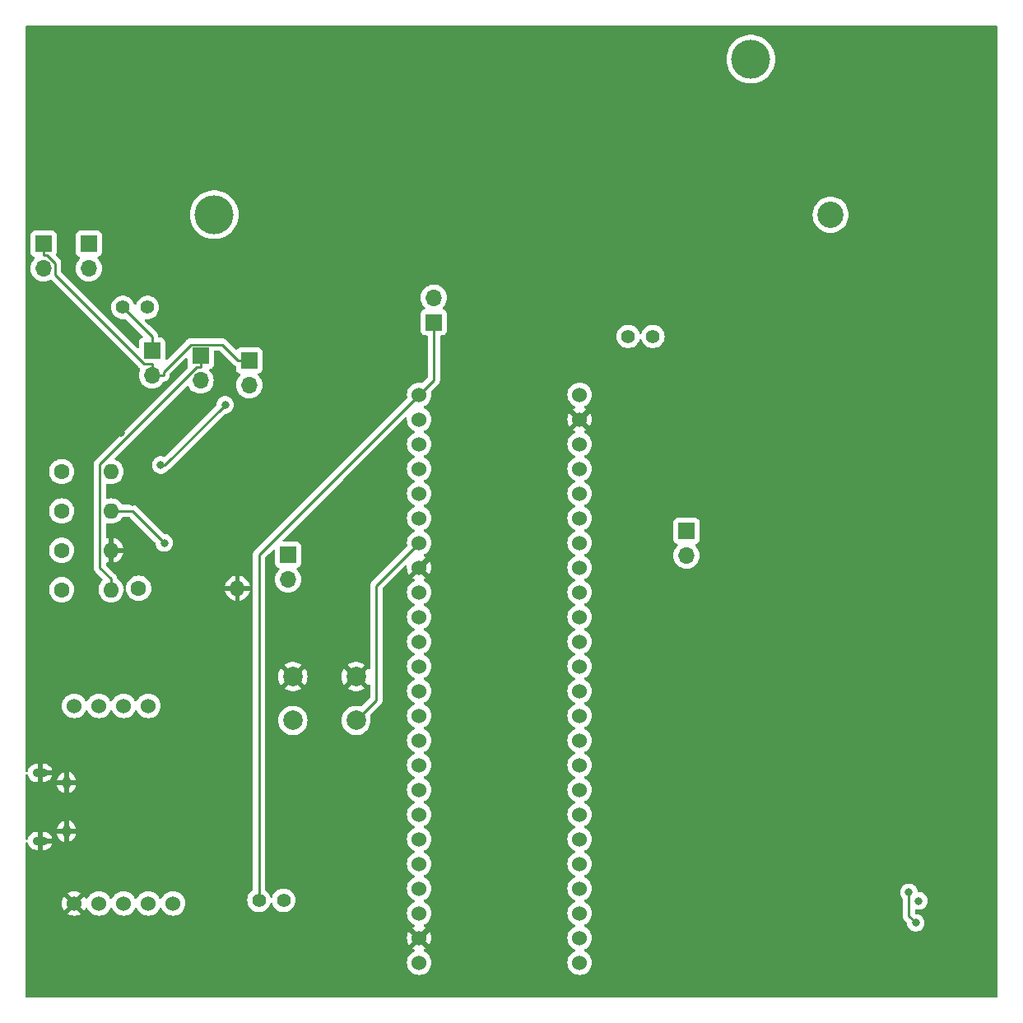
<source format=gbr>
%TF.GenerationSoftware,KiCad,Pcbnew,(7.0.0)*%
%TF.CreationDate,2023-05-09T10:08:37+02:00*%
%TF.ProjectId,overall scematic,6f766572-616c-46c2-9073-63656d617469,rev?*%
%TF.SameCoordinates,Original*%
%TF.FileFunction,Copper,L2,Bot*%
%TF.FilePolarity,Positive*%
%FSLAX46Y46*%
G04 Gerber Fmt 4.6, Leading zero omitted, Abs format (unit mm)*
G04 Created by KiCad (PCBNEW (7.0.0)) date 2023-05-09 10:08:37*
%MOMM*%
%LPD*%
G01*
G04 APERTURE LIST*
%TA.AperFunction,ComponentPad*%
%ADD10C,1.400000*%
%TD*%
%TA.AperFunction,ComponentPad*%
%ADD11R,1.700000X1.700000*%
%TD*%
%TA.AperFunction,ComponentPad*%
%ADD12O,1.700000X1.700000*%
%TD*%
%TA.AperFunction,ComponentPad*%
%ADD13C,1.600000*%
%TD*%
%TA.AperFunction,ComponentPad*%
%ADD14O,1.600000X1.600000*%
%TD*%
%TA.AperFunction,ComponentPad*%
%ADD15C,4.000000*%
%TD*%
%TA.AperFunction,ComponentPad*%
%ADD16C,2.700000*%
%TD*%
%TA.AperFunction,ComponentPad*%
%ADD17O,1.550000X0.890000*%
%TD*%
%TA.AperFunction,ComponentPad*%
%ADD18O,0.950000X1.250000*%
%TD*%
%TA.AperFunction,ComponentPad*%
%ADD19C,1.524000*%
%TD*%
%TA.AperFunction,ComponentPad*%
%ADD20C,2.000000*%
%TD*%
%TA.AperFunction,ViaPad*%
%ADD21C,0.800000*%
%TD*%
%TA.AperFunction,Conductor*%
%ADD22C,0.250000*%
%TD*%
G04 APERTURE END LIST*
D10*
%TO.P,TP3,1,1*%
%TO.N,Net-(J3-BAT)*%
X120000000Y-81000000D03*
%TO.P,TP3,2*%
%TO.N,N/C*%
X122540000Y-81000000D03*
%TD*%
D11*
%TO.P,J8,1,Pin_1*%
%TO.N,/Battery+*%
X111849999Y-74459999D03*
D12*
%TO.P,J8,2,Pin_2*%
%TO.N,/Power module/V_Battery*%
X111849999Y-76999999D03*
%TD*%
D13*
%TO.P,R5,1*%
%TO.N,Net-(IC1-CS)*%
X113712000Y-106005000D03*
D14*
%TO.P,R5,2*%
%TO.N,GND*%
X118791999Y-106004999D03*
%TD*%
D11*
%TO.P,J19,1,Pin_1*%
%TO.N,Net-(J19-Pin_1)*%
X177999999Y-103999999D03*
D12*
%TO.P,J19,2,Pin_2*%
%TO.N,/Supply_Voltage*%
X177999999Y-106539999D03*
%TD*%
D15*
%TO.P,BT1,*%
%TO.N,*%
X129400000Y-71475000D03*
X184600000Y-55475000D03*
D16*
X192820000Y-71475000D03*
%TD*%
D11*
%TO.P,J10,1,Pin_1*%
%TO.N,/Battery-*%
X116499999Y-74459999D03*
D12*
%TO.P,J10,2,Pin_2*%
%TO.N,Net-(IC1-GND)*%
X116499999Y-76999999D03*
%TD*%
D10*
%TO.P,TP1,1,1*%
%TO.N,Vreg_Out*%
X134000000Y-142000000D03*
%TO.P,TP1,2*%
%TO.N,N/C*%
X136540000Y-142000000D03*
%TD*%
D17*
%TO.P,J1,6,Shield*%
%TO.N,GND*%
X111499999Y-128899999D03*
D18*
X114199999Y-129899999D03*
X114199999Y-134899999D03*
D17*
X111499999Y-135899999D03*
%TD*%
D13*
%TO.P,R4,1*%
%TO.N,Net-(D2-K)*%
X113712000Y-101955000D03*
D14*
%TO.P,R4,2*%
%TO.N,Net-(J3-~{STDBY})*%
X118791999Y-101954999D03*
%TD*%
D13*
%TO.P,R6,1*%
%TO.N,Net-(IC1-VCC)*%
X113712000Y-110055000D03*
D14*
%TO.P,R6,2*%
%TO.N,Net-(J7-Pin_1)*%
X118791999Y-110054999D03*
%TD*%
D11*
%TO.P,J6,1,Pin_1*%
%TO.N,Net-(J6-Pin_1)*%
X136999999Y-106459999D03*
D12*
%TO.P,J6,2,Pin_2*%
%TO.N,/Supply_Voltage*%
X136999999Y-108999999D03*
%TD*%
D19*
%TO.P,U3,1,5V_USB*%
%TO.N,Vreg_Out*%
X125160000Y-142320000D03*
%TO.P,U3,2,V_Target*%
%TO.N,/Supply_Voltage*%
X122620000Y-142320000D03*
%TO.P,U3,3,USB_DM*%
%TO.N,Data -*%
X120080000Y-142320000D03*
%TO.P,U3,4,USB_DP*%
%TO.N,Data +*%
X117540000Y-142320000D03*
%TO.P,U3,5,GND*%
%TO.N,GND*%
X115000000Y-142320000D03*
%TO.P,U3,6,T_NRST*%
%TO.N,/Micro controller pin outs/NRST*%
X122620000Y-122000000D03*
%TO.P,U3,7,T_SWCLK*%
%TO.N,/Micro controller pin outs/PA9*%
X120080000Y-122000000D03*
%TO.P,U3,8,T_SWDIO*%
%TO.N,/Micro controller pin outs/PA10*%
X117540000Y-122000000D03*
%TO.P,U3,9,T_SWO*%
%TO.N,unconnected-(U3-T_SWO-Pad9)*%
X115000000Y-122000000D03*
%TD*%
D20*
%TO.P,SW1,1,1*%
%TO.N,GND*%
X137500000Y-119000000D03*
X144000000Y-119000000D03*
%TO.P,SW1,2,2*%
%TO.N,/Micro controller pin outs/NRST*%
X137500000Y-123500000D03*
X144000000Y-123500000D03*
%TD*%
D11*
%TO.P,J7,1,Pin_1*%
%TO.N,Net-(J7-Pin_1)*%
X127999999Y-85999999D03*
D12*
%TO.P,J7,2,Pin_2*%
%TO.N,/Power module/V_Battery*%
X127999999Y-88539999D03*
%TD*%
D10*
%TO.P,TP2,1,1*%
%TO.N,Net-(J6-Pin_1)*%
X172000000Y-84000000D03*
%TO.P,TP2,2*%
%TO.N,N/C*%
X174540000Y-84000000D03*
%TD*%
D13*
%TO.P,R1,1*%
%TO.N,Net-(J3-PROG2)*%
X121632000Y-109905000D03*
D14*
%TO.P,R1,2*%
%TO.N,GND*%
X131791999Y-109904999D03*
%TD*%
D19*
%TO.P,J9,1,Pin_1*%
%TO.N,Vreg_Out*%
X150490000Y-90000000D03*
%TO.P,J9,2,Pin_2*%
%TO.N,/Micro controller pin outs/PC13*%
X150490000Y-92540000D03*
%TO.P,J9,3,Pin_3*%
%TO.N,/Micro controller pin outs/PC14*%
X150490000Y-95080000D03*
%TO.P,J9,4,Pin_4*%
%TO.N,/Micro controller pin outs/PC15*%
X150490000Y-97620000D03*
%TO.P,J9,5,Pin_5*%
%TO.N,/Micro controller pin outs/PF0*%
X150490000Y-100160000D03*
%TO.P,J9,6,Pin_6*%
%TO.N,/Micro controller pin outs/PF1*%
X150490000Y-102700000D03*
%TO.P,J9,7,Pin_7*%
%TO.N,/Micro controller pin outs/NRST*%
X150490000Y-105240000D03*
%TO.P,J9,8,Pin_8*%
%TO.N,GND*%
X150490000Y-107780000D03*
%TO.P,J9,9,Pin_9*%
%TO.N,/Micro controller pin outs/VDDA*%
X150490000Y-110320000D03*
%TO.P,J9,10,Pin_10*%
%TO.N,/Micro controller pin outs/PA0*%
X150490000Y-112860000D03*
%TO.P,J9,11,Pin_11*%
%TO.N,/Micro controller pin outs/PA1*%
X150490000Y-115400000D03*
%TO.P,J9,12,Pin_12*%
%TO.N,/Micro controller pin outs/PA2*%
X150490000Y-117940000D03*
%TO.P,J9,13,Pin_13*%
%TO.N,/Micro controller pin outs/PA3*%
X150490000Y-120480000D03*
%TO.P,J9,14,Pin_14*%
%TO.N,/Micro controller pin outs/PA4*%
X150490000Y-123020000D03*
%TO.P,J9,15,Pin_15*%
%TO.N,/Micro controller pin outs/PA5*%
X150490000Y-125560000D03*
%TO.P,J9,16,Pin_16*%
%TO.N,/Micro controller pin outs/PA6*%
X150490000Y-128100000D03*
%TO.P,J9,17,Pin_17*%
%TO.N,/Micro controller pin outs/PA7*%
X150490000Y-130640000D03*
%TO.P,J9,18,Pin_18*%
%TO.N,/Micro controller pin outs/PB0*%
X150490000Y-133180000D03*
%TO.P,J9,19,Pin_19*%
%TO.N,/Micro controller pin outs/PB1*%
X150490000Y-135720000D03*
%TO.P,J9,20,Pin_20*%
%TO.N,/Micro controller pin outs/PB2*%
X150490000Y-138260000D03*
%TO.P,J9,21,Pin_21*%
%TO.N,/SCL*%
X150490000Y-140800000D03*
%TO.P,J9,22,Pin_22*%
%TO.N,/SDA*%
X150490000Y-143340000D03*
%TO.P,J9,23,Pin_23*%
%TO.N,GND*%
X150490000Y-145880000D03*
%TO.P,J9,24,Pin_24*%
%TO.N,/Supply_Voltage*%
X150490000Y-148420000D03*
%TO.P,J9,25,Pin_25*%
%TO.N,/Micro controller pin outs/PB12*%
X167000000Y-148420000D03*
%TO.P,J9,26,Pin_26*%
%TO.N,/Micro controller pin outs/PB13*%
X167000000Y-145880000D03*
%TO.P,J9,27,Pin_27*%
%TO.N,/Micro controller pin outs/PB14*%
X167000000Y-143340000D03*
%TO.P,J9,28,Pin_28*%
%TO.N,/Micro controller pin outs/PB15*%
X167000000Y-140800000D03*
%TO.P,J9,29,Pin_29*%
%TO.N,/Micro controller pin outs/PA8*%
X167000000Y-138260000D03*
%TO.P,J9,30,Pin_30*%
%TO.N,/Micro controller pin outs/PA9*%
X167000000Y-135720000D03*
%TO.P,J9,31,Pin_31*%
%TO.N,/Micro controller pin outs/PA10*%
X167000000Y-133180000D03*
%TO.P,J9,32,Pin_32*%
%TO.N,/Micro controller pin outs/PA11*%
X167000000Y-130640000D03*
%TO.P,J9,33,Pin_33*%
%TO.N,/Micro controller pin outs/PA12*%
X167000000Y-128100000D03*
%TO.P,J9,34,Pin_34*%
%TO.N,/Micro controller pin outs/PA13*%
X167000000Y-125560000D03*
%TO.P,J9,35,Pin_35*%
%TO.N,/Micro controller pin outs/PF6*%
X167000000Y-123020000D03*
%TO.P,J9,36,Pin_36*%
%TO.N,/Micro controller pin outs/PF7*%
X167000000Y-120480000D03*
%TO.P,J9,37,Pin_37*%
%TO.N,/Micro controller pin outs/PA14*%
X167000000Y-117940000D03*
%TO.P,J9,38,Pin_38*%
%TO.N,/Micro controller pin outs/PA15*%
X167000000Y-115400000D03*
%TO.P,J9,39,Pin_39*%
%TO.N,/Micro controller pin outs/PB3*%
X167000000Y-112860000D03*
%TO.P,J9,40,Pin_40*%
%TO.N,/Micro controller pin outs/PB4*%
X167000000Y-110320000D03*
%TO.P,J9,41,Pin_41*%
%TO.N,/Micro controller pin outs/PB5*%
X167000000Y-107780000D03*
%TO.P,J9,42,Pin_42*%
%TO.N,/Micro controller pin outs/PB6*%
X167000000Y-105240000D03*
%TO.P,J9,43,Pin_43*%
%TO.N,/Micro controller pin outs/PB7*%
X167000000Y-102700000D03*
%TO.P,J9,44,Pin_44*%
%TO.N,/Micro controller pin outs/BOOT*%
X167000000Y-100160000D03*
%TO.P,J9,45,Pin_45*%
%TO.N,/Micro controller pin outs/PB8*%
X167000000Y-97620000D03*
%TO.P,J9,46,Pin_46*%
%TO.N,/Micro controller pin outs/PB9*%
X167000000Y-95080000D03*
%TO.P,J9,47,Pin_47*%
%TO.N,GND*%
X167000000Y-92540000D03*
%TO.P,J9,48,Pin_48*%
%TO.N,/Supply_Voltage*%
X167000000Y-90000000D03*
%TD*%
D11*
%TO.P,J2,1,Pin_1*%
%TO.N,Vreg_Out*%
X151999999Y-82539999D03*
D12*
%TO.P,J2,2,Pin_2*%
%TO.N,/Power module/5V*%
X151999999Y-79999999D03*
%TD*%
D13*
%TO.P,R3,1*%
%TO.N,Net-(D1-K)*%
X113712000Y-97905000D03*
D14*
%TO.P,R3,2*%
%TO.N,Net-(J3-~{CHRG})*%
X118791999Y-97904999D03*
%TD*%
D11*
%TO.P,J5,1,Pin_1*%
%TO.N,Net-(J3-BAT)*%
X122999999Y-85459999D03*
D12*
%TO.P,J5,2,Pin_2*%
%TO.N,/Battery+*%
X122999999Y-87999999D03*
%TD*%
D11*
%TO.P,J4,1,Pin_1*%
%TO.N,/Battery+*%
X132999999Y-86459999D03*
D12*
%TO.P,J4,2,Pin_2*%
%TO.N,Net-(J4-Pin_2)*%
X132999999Y-88999999D03*
%TD*%
D21*
%TO.N,GND*%
X198000000Y-147000000D03*
X121000000Y-101000000D03*
X197150000Y-142060000D03*
X172000000Y-98000000D03*
X174500000Y-107500000D03*
X207000000Y-148000000D03*
X121560000Y-97940000D03*
X119800000Y-93910000D03*
X131760000Y-103120000D03*
X130380000Y-100210000D03*
X120962000Y-103927000D03*
X179000000Y-91000000D03*
X175500000Y-100500000D03*
X171000000Y-94000000D03*
X133000000Y-98000000D03*
%TO.N,/SCL*%
X200870000Y-141199000D03*
X201578000Y-144328000D03*
%TO.N,Net-(J3-~{STDBY})*%
X124264000Y-105230000D03*
%TO.N,/Power module/Vcc_IC*%
X130531000Y-91038100D03*
X123903000Y-97233000D03*
%TO.N,/Supply_Voltage*%
X201890000Y-142070000D03*
%TD*%
D22*
%TO.N,/Micro controller pin outs/NRST*%
X146091000Y-121409000D02*
X144000000Y-123500000D01*
X150490000Y-105240000D02*
X146091000Y-109639000D01*
X146091000Y-109639000D02*
X146091000Y-121409000D01*
%TO.N,/SCL*%
X200870000Y-143620000D02*
X201578000Y-144328000D01*
X200870000Y-141199000D02*
X200870000Y-143620000D01*
%TO.N,Net-(J3-~{STDBY})*%
X118792000Y-101955000D02*
X120990000Y-101955000D01*
X120990000Y-101955000D02*
X124264000Y-105230000D01*
%TO.N,/Power module/Vcc_IC*%
X123903000Y-97233000D02*
X124336000Y-97233000D01*
X124336000Y-97233000D02*
X130531000Y-91038100D01*
%TO.N,Net-(J7-Pin_1)*%
X127633000Y-87175100D02*
X117647000Y-97160700D01*
X118792000Y-108930000D02*
X118792000Y-110055000D01*
X117647000Y-97160700D02*
X117647000Y-107785000D01*
X128000000Y-87175100D02*
X127633000Y-87175100D01*
X117647000Y-107785000D02*
X118792000Y-108930000D01*
X128000000Y-86000000D02*
X128000000Y-87175100D01*
%TO.N,Vreg_Out*%
X150490000Y-90000000D02*
X152000000Y-88490000D01*
X134000000Y-106490000D02*
X150490000Y-90000000D01*
X152000000Y-88490000D02*
X152000000Y-82540000D01*
X134000000Y-142000000D02*
X134000000Y-106490000D01*
%TO.N,/Battery+*%
X113025000Y-76442900D02*
X113025000Y-77657900D01*
X111850000Y-74460000D02*
X111850000Y-75635100D01*
X124175000Y-88000000D02*
X123000000Y-88000000D01*
X126983000Y-84824800D02*
X124175000Y-87632800D01*
X112217000Y-75635100D02*
X113025000Y-76442900D01*
X123000000Y-86824900D02*
X123000000Y-88000000D01*
X133000000Y-86460000D02*
X131825000Y-86460000D01*
X131825000Y-86460000D02*
X130190000Y-84824800D01*
X130190000Y-84824800D02*
X126983000Y-84824800D01*
X124175000Y-87632800D02*
X124175000Y-88000000D01*
X122192000Y-86824900D02*
X123000000Y-86824900D01*
X111850000Y-75635100D02*
X112217000Y-75635100D01*
X113025000Y-77657900D02*
X122192000Y-86824900D01*
%TO.N,Net-(J3-BAT)*%
X123000000Y-84000000D02*
X123000000Y-85460000D01*
X120000000Y-81000000D02*
X123000000Y-84000000D01*
%TO.N,/Micro controller pin outs/PA3*%
X150490000Y-120480000D02*
X150490000Y-120321000D01*
%TD*%
%TA.AperFunction,Conductor*%
%TO.N,GND*%
G36*
X209937500Y-52017113D02*
G01*
X209982887Y-52062500D01*
X209999500Y-52124500D01*
X209999500Y-151875500D01*
X209982887Y-151937500D01*
X209937500Y-151982887D01*
X209875500Y-151999500D01*
X110124500Y-151999500D01*
X110062500Y-151982887D01*
X110017113Y-151937500D01*
X110000500Y-151875500D01*
X110000500Y-148420000D01*
X149222677Y-148420000D01*
X149223149Y-148425395D01*
X149241457Y-148634669D01*
X149241458Y-148634676D01*
X149241930Y-148640068D01*
X149243329Y-148645289D01*
X149243331Y-148645300D01*
X149297706Y-148848228D01*
X149297708Y-148848235D01*
X149299106Y-148853450D01*
X149392466Y-149053662D01*
X149395566Y-149058090D01*
X149395570Y-149058096D01*
X149499173Y-149206056D01*
X149519174Y-149234620D01*
X149675380Y-149390826D01*
X149765858Y-149454179D01*
X149851903Y-149514429D01*
X149851906Y-149514430D01*
X149856338Y-149517534D01*
X150056550Y-149610894D01*
X150061770Y-149612292D01*
X150061771Y-149612293D01*
X150264699Y-149666668D01*
X150264701Y-149666668D01*
X150269932Y-149668070D01*
X150490000Y-149687323D01*
X150710068Y-149668070D01*
X150923450Y-149610894D01*
X151123662Y-149517534D01*
X151304620Y-149390826D01*
X151460826Y-149234620D01*
X151587534Y-149053662D01*
X151680894Y-148853450D01*
X151738070Y-148640068D01*
X151757323Y-148420000D01*
X165732677Y-148420000D01*
X165733149Y-148425395D01*
X165751457Y-148634669D01*
X165751458Y-148634676D01*
X165751930Y-148640068D01*
X165753329Y-148645289D01*
X165753331Y-148645300D01*
X165807706Y-148848228D01*
X165807708Y-148848235D01*
X165809106Y-148853450D01*
X165902466Y-149053662D01*
X165905566Y-149058090D01*
X165905570Y-149058096D01*
X166009173Y-149206056D01*
X166029174Y-149234620D01*
X166185380Y-149390826D01*
X166275858Y-149454179D01*
X166361903Y-149514429D01*
X166361906Y-149514430D01*
X166366338Y-149517534D01*
X166566550Y-149610894D01*
X166571770Y-149612292D01*
X166571771Y-149612293D01*
X166774699Y-149666668D01*
X166774701Y-149666668D01*
X166779932Y-149668070D01*
X167000000Y-149687323D01*
X167220068Y-149668070D01*
X167433450Y-149610894D01*
X167633662Y-149517534D01*
X167814620Y-149390826D01*
X167970826Y-149234620D01*
X168097534Y-149053662D01*
X168190894Y-148853450D01*
X168248070Y-148640068D01*
X168267323Y-148420000D01*
X168248070Y-148199932D01*
X168190894Y-147986550D01*
X168097534Y-147786339D01*
X167970826Y-147605380D01*
X167814620Y-147449174D01*
X167786056Y-147429173D01*
X167638096Y-147325570D01*
X167638090Y-147325566D01*
X167633662Y-147322466D01*
X167628757Y-147320178D01*
X167628754Y-147320177D01*
X167570876Y-147293188D01*
X167504808Y-147262381D01*
X167452634Y-147216625D01*
X167433214Y-147150000D01*
X167452634Y-147083375D01*
X167504808Y-147037618D01*
X167633662Y-146977534D01*
X167814620Y-146850826D01*
X167970826Y-146694620D01*
X168097534Y-146513662D01*
X168190894Y-146313450D01*
X168248070Y-146100068D01*
X168267323Y-145880000D01*
X168248070Y-145659932D01*
X168190894Y-145446550D01*
X168097534Y-145246339D01*
X167970826Y-145065380D01*
X167814620Y-144909174D01*
X167786056Y-144889173D01*
X167638096Y-144785570D01*
X167638090Y-144785566D01*
X167633662Y-144782466D01*
X167628757Y-144780178D01*
X167628754Y-144780177D01*
X167570876Y-144753188D01*
X167504808Y-144722381D01*
X167452634Y-144676625D01*
X167433214Y-144610000D01*
X167452634Y-144543375D01*
X167504808Y-144497618D01*
X167633662Y-144437534D01*
X167814620Y-144310826D01*
X167970826Y-144154620D01*
X168097534Y-143973662D01*
X168190894Y-143773450D01*
X168248070Y-143560068D01*
X168267323Y-143340000D01*
X168248070Y-143119932D01*
X168190894Y-142906550D01*
X168178549Y-142880077D01*
X168148717Y-142816102D01*
X168097534Y-142706339D01*
X167970826Y-142525380D01*
X167814620Y-142369174D01*
X167744392Y-142320000D01*
X167638096Y-142245570D01*
X167638090Y-142245566D01*
X167633662Y-142242466D01*
X167628757Y-142240178D01*
X167628754Y-142240177D01*
X167570876Y-142213188D01*
X167504808Y-142182381D01*
X167452634Y-142136625D01*
X167433214Y-142070000D01*
X167452634Y-142003375D01*
X167504808Y-141957618D01*
X167633662Y-141897534D01*
X167814620Y-141770826D01*
X167970826Y-141614620D01*
X168097534Y-141433662D01*
X168190894Y-141233450D01*
X168200125Y-141199000D01*
X199964540Y-141199000D01*
X199965219Y-141205460D01*
X199983646Y-141380795D01*
X199983647Y-141380803D01*
X199984326Y-141387256D01*
X199986331Y-141393428D01*
X199986333Y-141393435D01*
X200040240Y-141559341D01*
X200042821Y-141567284D01*
X200046068Y-141572908D01*
X200046069Y-141572910D01*
X200080724Y-141632935D01*
X200137467Y-141731216D01*
X200141811Y-141736041D01*
X200141813Y-141736043D01*
X200212650Y-141814715D01*
X200236264Y-141853249D01*
X200244500Y-141897687D01*
X200244500Y-143542225D01*
X200243978Y-143553280D01*
X200242327Y-143560667D01*
X200242571Y-143568453D01*
X200242571Y-143568461D01*
X200244439Y-143627873D01*
X200244500Y-143631768D01*
X200244500Y-143659350D01*
X200244988Y-143663219D01*
X200244989Y-143663225D01*
X200245004Y-143663343D01*
X200245918Y-143674966D01*
X200247045Y-143710830D01*
X200247046Y-143710837D01*
X200247291Y-143718627D01*
X200249467Y-143726119D01*
X200249468Y-143726121D01*
X200252879Y-143737862D01*
X200256825Y-143756915D01*
X200259336Y-143776792D01*
X200262206Y-143784042D01*
X200262208Y-143784048D01*
X200275414Y-143817404D01*
X200279197Y-143828451D01*
X200291382Y-143870390D01*
X200295353Y-143877105D01*
X200295354Y-143877107D01*
X200301581Y-143887637D01*
X200310136Y-143905099D01*
X200314642Y-143916480D01*
X200314643Y-143916483D01*
X200317514Y-143923732D01*
X200339440Y-143953912D01*
X200343181Y-143959060D01*
X200349593Y-143968822D01*
X200367856Y-143999702D01*
X200367859Y-143999707D01*
X200371830Y-144006420D01*
X200377345Y-144011935D01*
X200385990Y-144020580D01*
X200398626Y-144035374D01*
X200405819Y-144045275D01*
X200405823Y-144045279D01*
X200410406Y-144051587D01*
X200416415Y-144056558D01*
X200416416Y-144056559D01*
X200444057Y-144079425D01*
X200452698Y-144087288D01*
X200639038Y-144273629D01*
X200663278Y-144307927D01*
X200674678Y-144348348D01*
X200690091Y-144494998D01*
X200692326Y-144516256D01*
X200694331Y-144522428D01*
X200694333Y-144522435D01*
X200748813Y-144690105D01*
X200750821Y-144696284D01*
X200754068Y-144701908D01*
X200754069Y-144701910D01*
X200827202Y-144828581D01*
X200845467Y-144860216D01*
X200972129Y-145000888D01*
X201125270Y-145112151D01*
X201298197Y-145189144D01*
X201483354Y-145228500D01*
X201666143Y-145228500D01*
X201672646Y-145228500D01*
X201857803Y-145189144D01*
X202030730Y-145112151D01*
X202183871Y-145000888D01*
X202310533Y-144860216D01*
X202405179Y-144696284D01*
X202463674Y-144516256D01*
X202483460Y-144328000D01*
X202465640Y-144158449D01*
X202464353Y-144146204D01*
X202464352Y-144146203D01*
X202463674Y-144139744D01*
X202405179Y-143959716D01*
X202310533Y-143795784D01*
X202293432Y-143776792D01*
X202188220Y-143659942D01*
X202188219Y-143659941D01*
X202183871Y-143655112D01*
X202178613Y-143651292D01*
X202178611Y-143651290D01*
X202035988Y-143547669D01*
X202035987Y-143547668D01*
X202030730Y-143543849D01*
X202024792Y-143541205D01*
X201863745Y-143469501D01*
X201863740Y-143469499D01*
X201857803Y-143466856D01*
X201851444Y-143465504D01*
X201851440Y-143465503D01*
X201679008Y-143428852D01*
X201679005Y-143428851D01*
X201672646Y-143427500D01*
X201666143Y-143427500D01*
X201619500Y-143427500D01*
X201557500Y-143410887D01*
X201512113Y-143365500D01*
X201495500Y-143303500D01*
X201495500Y-143059891D01*
X201507579Y-143006508D01*
X201541464Y-142963525D01*
X201590553Y-142939317D01*
X201645279Y-142938601D01*
X201795354Y-142970500D01*
X201978143Y-142970500D01*
X201984646Y-142970500D01*
X202169803Y-142931144D01*
X202342730Y-142854151D01*
X202495871Y-142742888D01*
X202622533Y-142602216D01*
X202717179Y-142438284D01*
X202775674Y-142258256D01*
X202795460Y-142070000D01*
X202776747Y-141891949D01*
X202776353Y-141888204D01*
X202776352Y-141888203D01*
X202775674Y-141881744D01*
X202717179Y-141701716D01*
X202622533Y-141537784D01*
X202495871Y-141397112D01*
X202490613Y-141393292D01*
X202490611Y-141393290D01*
X202347988Y-141289669D01*
X202347987Y-141289668D01*
X202342730Y-141285849D01*
X202336792Y-141283205D01*
X202175745Y-141211501D01*
X202175740Y-141211499D01*
X202169803Y-141208856D01*
X202163444Y-141207504D01*
X202163440Y-141207503D01*
X201991008Y-141170852D01*
X201991005Y-141170851D01*
X201984646Y-141169500D01*
X201884010Y-141169500D01*
X201825795Y-141154985D01*
X201781209Y-141114840D01*
X201760689Y-141058461D01*
X201758208Y-141034859D01*
X201755674Y-141010744D01*
X201697179Y-140830716D01*
X201602533Y-140666784D01*
X201475871Y-140526112D01*
X201470613Y-140522292D01*
X201470611Y-140522290D01*
X201327988Y-140418669D01*
X201327987Y-140418668D01*
X201322730Y-140414849D01*
X201316792Y-140412205D01*
X201155745Y-140340501D01*
X201155740Y-140340499D01*
X201149803Y-140337856D01*
X201143444Y-140336504D01*
X201143440Y-140336503D01*
X200971008Y-140299852D01*
X200971005Y-140299851D01*
X200964646Y-140298500D01*
X200775354Y-140298500D01*
X200768995Y-140299851D01*
X200768991Y-140299852D01*
X200596559Y-140336503D01*
X200596552Y-140336505D01*
X200590197Y-140337856D01*
X200584262Y-140340498D01*
X200584254Y-140340501D01*
X200423207Y-140412205D01*
X200423202Y-140412207D01*
X200417270Y-140414849D01*
X200412016Y-140418665D01*
X200412011Y-140418669D01*
X200269388Y-140522290D01*
X200269381Y-140522295D01*
X200264129Y-140526112D01*
X200259784Y-140530937D01*
X200259779Y-140530942D01*
X200141813Y-140661956D01*
X200141808Y-140661962D01*
X200137467Y-140666784D01*
X200134222Y-140672404D01*
X200134218Y-140672410D01*
X200046069Y-140825089D01*
X200046066Y-140825094D01*
X200042821Y-140830716D01*
X200040815Y-140836888D01*
X200040813Y-140836894D01*
X199986333Y-141004564D01*
X199986331Y-141004573D01*
X199984326Y-141010744D01*
X199983648Y-141017194D01*
X199983646Y-141017204D01*
X199971596Y-141131864D01*
X199964540Y-141199000D01*
X168200125Y-141199000D01*
X168248070Y-141020068D01*
X168267323Y-140800000D01*
X168248070Y-140579932D01*
X168190894Y-140366550D01*
X168097534Y-140166339D01*
X167970826Y-139985380D01*
X167814620Y-139829174D01*
X167786056Y-139809173D01*
X167638096Y-139705570D01*
X167638090Y-139705566D01*
X167633662Y-139702466D01*
X167628757Y-139700178D01*
X167628754Y-139700177D01*
X167570876Y-139673188D01*
X167504808Y-139642381D01*
X167452634Y-139596625D01*
X167433214Y-139530000D01*
X167452634Y-139463375D01*
X167504808Y-139417618D01*
X167633662Y-139357534D01*
X167814620Y-139230826D01*
X167970826Y-139074620D01*
X168097534Y-138893662D01*
X168190894Y-138693450D01*
X168248070Y-138480068D01*
X168267323Y-138260000D01*
X168248070Y-138039932D01*
X168190894Y-137826550D01*
X168097534Y-137626339D01*
X167970826Y-137445380D01*
X167814620Y-137289174D01*
X167786056Y-137269173D01*
X167638096Y-137165570D01*
X167638090Y-137165566D01*
X167633662Y-137162466D01*
X167628757Y-137160178D01*
X167628754Y-137160177D01*
X167570876Y-137133188D01*
X167504808Y-137102381D01*
X167452634Y-137056625D01*
X167433214Y-136990000D01*
X167452634Y-136923375D01*
X167504808Y-136877618D01*
X167633662Y-136817534D01*
X167814620Y-136690826D01*
X167970826Y-136534620D01*
X168097534Y-136353662D01*
X168190894Y-136153450D01*
X168248070Y-135940068D01*
X168267323Y-135720000D01*
X168248070Y-135499932D01*
X168241748Y-135476340D01*
X168229459Y-135430475D01*
X168190894Y-135286550D01*
X168097534Y-135086339D01*
X167970826Y-134905380D01*
X167814620Y-134749174D01*
X167672985Y-134650000D01*
X167638096Y-134625570D01*
X167638090Y-134625566D01*
X167633662Y-134622466D01*
X167628757Y-134620178D01*
X167628754Y-134620177D01*
X167570876Y-134593188D01*
X167504808Y-134562381D01*
X167452634Y-134516625D01*
X167433214Y-134450000D01*
X167452634Y-134383375D01*
X167504808Y-134337618D01*
X167633662Y-134277534D01*
X167814620Y-134150826D01*
X167970826Y-133994620D01*
X168097534Y-133813662D01*
X168190894Y-133613450D01*
X168248070Y-133400068D01*
X168267323Y-133180000D01*
X168248070Y-132959932D01*
X168190894Y-132746550D01*
X168097534Y-132546339D01*
X167970826Y-132365380D01*
X167814620Y-132209174D01*
X167786056Y-132189173D01*
X167638096Y-132085570D01*
X167638090Y-132085566D01*
X167633662Y-132082466D01*
X167628760Y-132080180D01*
X167628758Y-132080179D01*
X167504809Y-132022381D01*
X167452633Y-131976624D01*
X167433214Y-131909998D01*
X167452634Y-131843373D01*
X167504806Y-131797620D01*
X167633662Y-131737534D01*
X167814620Y-131610826D01*
X167970826Y-131454620D01*
X168097534Y-131273662D01*
X168190894Y-131073450D01*
X168248070Y-130860068D01*
X168267323Y-130640000D01*
X168248070Y-130419932D01*
X168190894Y-130206550D01*
X168097534Y-130006339D01*
X167970826Y-129825380D01*
X167814620Y-129669174D01*
X167781838Y-129646220D01*
X167638096Y-129545570D01*
X167638090Y-129545566D01*
X167633662Y-129542466D01*
X167628757Y-129540178D01*
X167628754Y-129540177D01*
X167570876Y-129513188D01*
X167504808Y-129482381D01*
X167452634Y-129436625D01*
X167433214Y-129370000D01*
X167452634Y-129303375D01*
X167504808Y-129257618D01*
X167633662Y-129197534D01*
X167814620Y-129070826D01*
X167970826Y-128914620D01*
X168097534Y-128733662D01*
X168190894Y-128533450D01*
X168248070Y-128320068D01*
X168267323Y-128100000D01*
X168248070Y-127879932D01*
X168190894Y-127666550D01*
X168097534Y-127466339D01*
X167970826Y-127285380D01*
X167814620Y-127129174D01*
X167786056Y-127109173D01*
X167638096Y-127005570D01*
X167638090Y-127005566D01*
X167633662Y-127002466D01*
X167628757Y-127000178D01*
X167628754Y-127000177D01*
X167570876Y-126973188D01*
X167504808Y-126942381D01*
X167452634Y-126896625D01*
X167433214Y-126830000D01*
X167452634Y-126763375D01*
X167504808Y-126717618D01*
X167633662Y-126657534D01*
X167814620Y-126530826D01*
X167970826Y-126374620D01*
X168097534Y-126193662D01*
X168190894Y-125993450D01*
X168248070Y-125780068D01*
X168267323Y-125560000D01*
X168248070Y-125339932D01*
X168190894Y-125126550D01*
X168097534Y-124926339D01*
X167970826Y-124745380D01*
X167814620Y-124589174D01*
X167786056Y-124569173D01*
X167638096Y-124465570D01*
X167638090Y-124465566D01*
X167633662Y-124462466D01*
X167628760Y-124460180D01*
X167628758Y-124460179D01*
X167504809Y-124402381D01*
X167452633Y-124356624D01*
X167433214Y-124289998D01*
X167452634Y-124223373D01*
X167504806Y-124177620D01*
X167633662Y-124117534D01*
X167814620Y-123990826D01*
X167970826Y-123834620D01*
X168097534Y-123653662D01*
X168190894Y-123453450D01*
X168248070Y-123240068D01*
X168267323Y-123020000D01*
X168248070Y-122799932D01*
X168190894Y-122586550D01*
X168185608Y-122575215D01*
X168117067Y-122428228D01*
X168097534Y-122386339D01*
X167970826Y-122205380D01*
X167814620Y-122049174D01*
X167752097Y-122005395D01*
X167638096Y-121925570D01*
X167638090Y-121925566D01*
X167633662Y-121922466D01*
X167628757Y-121920178D01*
X167628754Y-121920177D01*
X167570876Y-121893188D01*
X167504808Y-121862381D01*
X167452634Y-121816625D01*
X167433214Y-121750000D01*
X167452634Y-121683375D01*
X167504808Y-121637618D01*
X167633662Y-121577534D01*
X167814620Y-121450826D01*
X167970826Y-121294620D01*
X168097534Y-121113662D01*
X168190894Y-120913450D01*
X168248070Y-120700068D01*
X168267323Y-120480000D01*
X168248070Y-120259932D01*
X168238240Y-120223248D01*
X168233307Y-120204837D01*
X168190894Y-120046550D01*
X168097534Y-119846339D01*
X167970826Y-119665380D01*
X167814620Y-119509174D01*
X167778306Y-119483747D01*
X167638096Y-119385570D01*
X167638090Y-119385566D01*
X167633662Y-119382466D01*
X167628757Y-119380178D01*
X167628754Y-119380177D01*
X167570876Y-119353188D01*
X167504808Y-119322381D01*
X167452634Y-119276625D01*
X167433214Y-119210000D01*
X167452634Y-119143375D01*
X167504808Y-119097618D01*
X167633662Y-119037534D01*
X167814620Y-118910826D01*
X167970826Y-118754620D01*
X168097534Y-118573662D01*
X168190894Y-118373450D01*
X168248070Y-118160068D01*
X168267323Y-117940000D01*
X168248070Y-117719932D01*
X168190894Y-117506550D01*
X168097534Y-117306339D01*
X167970826Y-117125380D01*
X167814620Y-116969174D01*
X167786056Y-116949173D01*
X167638096Y-116845570D01*
X167638090Y-116845566D01*
X167633662Y-116842466D01*
X167628760Y-116840180D01*
X167628758Y-116840179D01*
X167504809Y-116782381D01*
X167452633Y-116736624D01*
X167433214Y-116669998D01*
X167452634Y-116603373D01*
X167504806Y-116557620D01*
X167633662Y-116497534D01*
X167814620Y-116370826D01*
X167970826Y-116214620D01*
X168097534Y-116033662D01*
X168190894Y-115833450D01*
X168248070Y-115620068D01*
X168267323Y-115400000D01*
X168248070Y-115179932D01*
X168190894Y-114966550D01*
X168097534Y-114766339D01*
X167970826Y-114585380D01*
X167814620Y-114429174D01*
X167786056Y-114409173D01*
X167638096Y-114305570D01*
X167638090Y-114305566D01*
X167633662Y-114302466D01*
X167628757Y-114300178D01*
X167628754Y-114300177D01*
X167570876Y-114273188D01*
X167504808Y-114242381D01*
X167452634Y-114196625D01*
X167433214Y-114130000D01*
X167452634Y-114063375D01*
X167504808Y-114017618D01*
X167633662Y-113957534D01*
X167814620Y-113830826D01*
X167970826Y-113674620D01*
X168097534Y-113493662D01*
X168190894Y-113293450D01*
X168248070Y-113080068D01*
X168267323Y-112860000D01*
X168248070Y-112639932D01*
X168190894Y-112426550D01*
X168097534Y-112226339D01*
X167970826Y-112045380D01*
X167814620Y-111889174D01*
X167786056Y-111869173D01*
X167638096Y-111765570D01*
X167638090Y-111765566D01*
X167633662Y-111762466D01*
X167628757Y-111760178D01*
X167628754Y-111760177D01*
X167570876Y-111733188D01*
X167504808Y-111702381D01*
X167452634Y-111656625D01*
X167433214Y-111590000D01*
X167452634Y-111523375D01*
X167504808Y-111477618D01*
X167633662Y-111417534D01*
X167814620Y-111290826D01*
X167970826Y-111134620D01*
X168097534Y-110953662D01*
X168190894Y-110753450D01*
X168248070Y-110540068D01*
X168267323Y-110320000D01*
X168248070Y-110099932D01*
X168190894Y-109886550D01*
X168186522Y-109877175D01*
X168161299Y-109823083D01*
X168097534Y-109686339D01*
X167970826Y-109505380D01*
X167814620Y-109349174D01*
X167770190Y-109318064D01*
X167638096Y-109225570D01*
X167638090Y-109225566D01*
X167633662Y-109222466D01*
X167628760Y-109220180D01*
X167628758Y-109220179D01*
X167504809Y-109162381D01*
X167452633Y-109116624D01*
X167433214Y-109049998D01*
X167452634Y-108983373D01*
X167504806Y-108937620D01*
X167633662Y-108877534D01*
X167814620Y-108750826D01*
X167970826Y-108594620D01*
X168097534Y-108413662D01*
X168190894Y-108213450D01*
X168248070Y-108000068D01*
X168267323Y-107780000D01*
X168248070Y-107559932D01*
X168238953Y-107525909D01*
X168225191Y-107474547D01*
X168190894Y-107346550D01*
X168097534Y-107146339D01*
X167970826Y-106965380D01*
X167814620Y-106809174D01*
X167728811Y-106749090D01*
X167638096Y-106685570D01*
X167638090Y-106685566D01*
X167633662Y-106682466D01*
X167628757Y-106680178D01*
X167628754Y-106680177D01*
X167569571Y-106652580D01*
X167504808Y-106622381D01*
X167452634Y-106576625D01*
X167441958Y-106540000D01*
X176644341Y-106540000D01*
X176644813Y-106545395D01*
X176654641Y-106657734D01*
X176664937Y-106775408D01*
X176666336Y-106780630D01*
X176666337Y-106780634D01*
X176724694Y-106998430D01*
X176724697Y-106998438D01*
X176726097Y-107003663D01*
X176728385Y-107008570D01*
X176728386Y-107008572D01*
X176823678Y-107212927D01*
X176823681Y-107212933D01*
X176825965Y-107217830D01*
X176829064Y-107222257D01*
X176829066Y-107222259D01*
X176958399Y-107406966D01*
X176958402Y-107406970D01*
X176961505Y-107411401D01*
X177128599Y-107578495D01*
X177133031Y-107581598D01*
X177133033Y-107581600D01*
X177152249Y-107595055D01*
X177322170Y-107714035D01*
X177327070Y-107716320D01*
X177327072Y-107716321D01*
X177347115Y-107725667D01*
X177536337Y-107813903D01*
X177764592Y-107875063D01*
X178000000Y-107895659D01*
X178235408Y-107875063D01*
X178463663Y-107813903D01*
X178677830Y-107714035D01*
X178871401Y-107578495D01*
X179038495Y-107411401D01*
X179174035Y-107217830D01*
X179273903Y-107003663D01*
X179335063Y-106775408D01*
X179355659Y-106540000D01*
X179335063Y-106304592D01*
X179285446Y-106119418D01*
X179275305Y-106081569D01*
X179275304Y-106081567D01*
X179273903Y-106076337D01*
X179174035Y-105862171D01*
X179038495Y-105668599D01*
X178916569Y-105546673D01*
X178885273Y-105493927D01*
X178883084Y-105432634D01*
X178910537Y-105377789D01*
X178960916Y-105342810D01*
X179092331Y-105293796D01*
X179207546Y-105207546D01*
X179293796Y-105092331D01*
X179344091Y-104957483D01*
X179350500Y-104897873D01*
X179350499Y-103102128D01*
X179344091Y-103042517D01*
X179293796Y-102907669D01*
X179207546Y-102792454D01*
X179092331Y-102706204D01*
X178957483Y-102655909D01*
X178949770Y-102655079D01*
X178949767Y-102655079D01*
X178901180Y-102649855D01*
X178901169Y-102649854D01*
X178897873Y-102649500D01*
X178894550Y-102649500D01*
X177105439Y-102649500D01*
X177105420Y-102649500D01*
X177102128Y-102649501D01*
X177098850Y-102649853D01*
X177098838Y-102649854D01*
X177050231Y-102655079D01*
X177050225Y-102655080D01*
X177042517Y-102655909D01*
X177035252Y-102658618D01*
X177035246Y-102658620D01*
X176915980Y-102703104D01*
X176915978Y-102703104D01*
X176907669Y-102706204D01*
X176900572Y-102711516D01*
X176900568Y-102711519D01*
X176799550Y-102787141D01*
X176799546Y-102787144D01*
X176792454Y-102792454D01*
X176787144Y-102799546D01*
X176787141Y-102799550D01*
X176711519Y-102900568D01*
X176711516Y-102900572D01*
X176706204Y-102907669D01*
X176703104Y-102915978D01*
X176703104Y-102915980D01*
X176658620Y-103035247D01*
X176658619Y-103035250D01*
X176655909Y-103042517D01*
X176655079Y-103050227D01*
X176655079Y-103050232D01*
X176649855Y-103098819D01*
X176649854Y-103098831D01*
X176649500Y-103102127D01*
X176649500Y-103105448D01*
X176649500Y-103105449D01*
X176649500Y-104894560D01*
X176649500Y-104894578D01*
X176649501Y-104897872D01*
X176649853Y-104901150D01*
X176649854Y-104901161D01*
X176655079Y-104949768D01*
X176655080Y-104949773D01*
X176655909Y-104957483D01*
X176658619Y-104964749D01*
X176658620Y-104964753D01*
X176677249Y-105014699D01*
X176706204Y-105092331D01*
X176711518Y-105099430D01*
X176711519Y-105099431D01*
X176764568Y-105170296D01*
X176792454Y-105207546D01*
X176907669Y-105293796D01*
X177017405Y-105334725D01*
X177039082Y-105342810D01*
X177089462Y-105377789D01*
X177116915Y-105432633D01*
X177114726Y-105493926D01*
X177083431Y-105546673D01*
X176961505Y-105668599D01*
X176958402Y-105673029D01*
X176958399Y-105673034D01*
X176829073Y-105857731D01*
X176829068Y-105857738D01*
X176825965Y-105862171D01*
X176823677Y-105867077D01*
X176823675Y-105867081D01*
X176728386Y-106071427D01*
X176728383Y-106071432D01*
X176726097Y-106076337D01*
X176724698Y-106081557D01*
X176724694Y-106081569D01*
X176666337Y-106299365D01*
X176666335Y-106299371D01*
X176664937Y-106304592D01*
X176664465Y-106309977D01*
X176664465Y-106309982D01*
X176646644Y-106513676D01*
X176644341Y-106540000D01*
X167441958Y-106540000D01*
X167433214Y-106510000D01*
X167452634Y-106443375D01*
X167504808Y-106397618D01*
X167633662Y-106337534D01*
X167814620Y-106210826D01*
X167970826Y-106054620D01*
X168097534Y-105873662D01*
X168190894Y-105673450D01*
X168248070Y-105460068D01*
X168267323Y-105240000D01*
X168248070Y-105019932D01*
X168245082Y-105008782D01*
X168229269Y-104949767D01*
X168190894Y-104806550D01*
X168177268Y-104777330D01*
X168155114Y-104729820D01*
X168097534Y-104606339D01*
X167970826Y-104425380D01*
X167814620Y-104269174D01*
X167786056Y-104249173D01*
X167638096Y-104145570D01*
X167638090Y-104145566D01*
X167633662Y-104142466D01*
X167628757Y-104140178D01*
X167628754Y-104140177D01*
X167570876Y-104113188D01*
X167504808Y-104082381D01*
X167452634Y-104036625D01*
X167433214Y-103970000D01*
X167452634Y-103903375D01*
X167504808Y-103857618D01*
X167633662Y-103797534D01*
X167814620Y-103670826D01*
X167970826Y-103514620D01*
X168097534Y-103333662D01*
X168190894Y-103133450D01*
X168248070Y-102920068D01*
X168267323Y-102700000D01*
X168248070Y-102479932D01*
X168190894Y-102266550D01*
X168097534Y-102066339D01*
X167970826Y-101885380D01*
X167814620Y-101729174D01*
X167786056Y-101709173D01*
X167638096Y-101605570D01*
X167638090Y-101605566D01*
X167633662Y-101602466D01*
X167628760Y-101600180D01*
X167628758Y-101600179D01*
X167504809Y-101542381D01*
X167452633Y-101496624D01*
X167433214Y-101429998D01*
X167452634Y-101363373D01*
X167504806Y-101317620D01*
X167633662Y-101257534D01*
X167814620Y-101130826D01*
X167970826Y-100974620D01*
X168097534Y-100793662D01*
X168190894Y-100593450D01*
X168248070Y-100380068D01*
X168267323Y-100160000D01*
X168248070Y-99939932D01*
X168190894Y-99726550D01*
X168097534Y-99526339D01*
X167970826Y-99345380D01*
X167814620Y-99189174D01*
X167761760Y-99152161D01*
X167638096Y-99065570D01*
X167638090Y-99065566D01*
X167633662Y-99062466D01*
X167628757Y-99060178D01*
X167628754Y-99060177D01*
X167570876Y-99033188D01*
X167504808Y-99002381D01*
X167452634Y-98956625D01*
X167433214Y-98890000D01*
X167452634Y-98823375D01*
X167504808Y-98777618D01*
X167633662Y-98717534D01*
X167814620Y-98590826D01*
X167970826Y-98434620D01*
X168097534Y-98253662D01*
X168190894Y-98053450D01*
X168248070Y-97840068D01*
X168267323Y-97620000D01*
X168248070Y-97399932D01*
X168190894Y-97186550D01*
X168097534Y-96986339D01*
X167970826Y-96805380D01*
X167814620Y-96649174D01*
X167731369Y-96590881D01*
X167638096Y-96525570D01*
X167638090Y-96525566D01*
X167633662Y-96522466D01*
X167628757Y-96520178D01*
X167628754Y-96520177D01*
X167546168Y-96481667D01*
X167504808Y-96462381D01*
X167452634Y-96416625D01*
X167433214Y-96350000D01*
X167452634Y-96283375D01*
X167504808Y-96237618D01*
X167633662Y-96177534D01*
X167814620Y-96050826D01*
X167970826Y-95894620D01*
X168097534Y-95713662D01*
X168190894Y-95513450D01*
X168248070Y-95300068D01*
X168267323Y-95080000D01*
X168248070Y-94859932D01*
X168190894Y-94646550D01*
X168097534Y-94446339D01*
X167970826Y-94265380D01*
X167814620Y-94109174D01*
X167786056Y-94089173D01*
X167638096Y-93985570D01*
X167638090Y-93985566D01*
X167633662Y-93982466D01*
X167628760Y-93980180D01*
X167628758Y-93980179D01*
X167504217Y-93922105D01*
X167452041Y-93876348D01*
X167432622Y-93809722D01*
X167452042Y-93743097D01*
X167504219Y-93697340D01*
X167628499Y-93639388D01*
X167637851Y-93633989D01*
X167687064Y-93599528D01*
X167694496Y-93591419D01*
X167688582Y-93582136D01*
X167011542Y-92905095D01*
X167000000Y-92898431D01*
X166988457Y-92905095D01*
X166311416Y-93582136D01*
X166305503Y-93591418D01*
X166312936Y-93599530D01*
X166362151Y-93633991D01*
X166371499Y-93639388D01*
X166495780Y-93697341D01*
X166547956Y-93743097D01*
X166567376Y-93809722D01*
X166547957Y-93876347D01*
X166495782Y-93922105D01*
X166371245Y-93980178D01*
X166371242Y-93980179D01*
X166366339Y-93982466D01*
X166361906Y-93985569D01*
X166361899Y-93985574D01*
X166189815Y-94106068D01*
X166189810Y-94106071D01*
X166185380Y-94109174D01*
X166181556Y-94112997D01*
X166181550Y-94113003D01*
X166033003Y-94261550D01*
X166032997Y-94261556D01*
X166029174Y-94265380D01*
X166026071Y-94269810D01*
X166026068Y-94269815D01*
X165905574Y-94441899D01*
X165905569Y-94441906D01*
X165902466Y-94446339D01*
X165900178Y-94451245D01*
X165900176Y-94451249D01*
X165811393Y-94641643D01*
X165811388Y-94641654D01*
X165809106Y-94646550D01*
X165807706Y-94651772D01*
X165807705Y-94651777D01*
X165753331Y-94854699D01*
X165753328Y-94854711D01*
X165751930Y-94859932D01*
X165751458Y-94865321D01*
X165751457Y-94865330D01*
X165733386Y-95071890D01*
X165732677Y-95080000D01*
X165733149Y-95085395D01*
X165751457Y-95294669D01*
X165751458Y-95294676D01*
X165751930Y-95300068D01*
X165753329Y-95305289D01*
X165753331Y-95305300D01*
X165807706Y-95508228D01*
X165807708Y-95508235D01*
X165809106Y-95513450D01*
X165902466Y-95713662D01*
X165905566Y-95718090D01*
X165905570Y-95718096D01*
X166009173Y-95866056D01*
X166029174Y-95894620D01*
X166185380Y-96050826D01*
X166275859Y-96114180D01*
X166361903Y-96174429D01*
X166361906Y-96174430D01*
X166366338Y-96177534D01*
X166495189Y-96237618D01*
X166547364Y-96283373D01*
X166566784Y-96349998D01*
X166547365Y-96416623D01*
X166495190Y-96462381D01*
X166371245Y-96520178D01*
X166371242Y-96520179D01*
X166366339Y-96522466D01*
X166361906Y-96525569D01*
X166361899Y-96525574D01*
X166189815Y-96646068D01*
X166189810Y-96646071D01*
X166185380Y-96649174D01*
X166181556Y-96652997D01*
X166181550Y-96653003D01*
X166033003Y-96801550D01*
X166032997Y-96801556D01*
X166029174Y-96805380D01*
X166026071Y-96809810D01*
X166026068Y-96809815D01*
X165905574Y-96981899D01*
X165905569Y-96981906D01*
X165902466Y-96986339D01*
X165900178Y-96991245D01*
X165900176Y-96991249D01*
X165811393Y-97181643D01*
X165811388Y-97181654D01*
X165809106Y-97186550D01*
X165807706Y-97191772D01*
X165807705Y-97191777D01*
X165753331Y-97394699D01*
X165753328Y-97394711D01*
X165751930Y-97399932D01*
X165751458Y-97405321D01*
X165751457Y-97405330D01*
X165734855Y-97595105D01*
X165732677Y-97620000D01*
X165733149Y-97625395D01*
X165751457Y-97834669D01*
X165751458Y-97834676D01*
X165751930Y-97840068D01*
X165753329Y-97845289D01*
X165753331Y-97845300D01*
X165807706Y-98048228D01*
X165807708Y-98048235D01*
X165809106Y-98053450D01*
X165902466Y-98253662D01*
X165905566Y-98258090D01*
X165905570Y-98258096D01*
X165967306Y-98346263D01*
X166029174Y-98434620D01*
X166185380Y-98590826D01*
X166275859Y-98654180D01*
X166361903Y-98714429D01*
X166361906Y-98714430D01*
X166366338Y-98717534D01*
X166495189Y-98777618D01*
X166547364Y-98823373D01*
X166566784Y-98889998D01*
X166547365Y-98956623D01*
X166495190Y-99002381D01*
X166371245Y-99060178D01*
X166371242Y-99060179D01*
X166366339Y-99062466D01*
X166361906Y-99065569D01*
X166361899Y-99065574D01*
X166189815Y-99186068D01*
X166189810Y-99186071D01*
X166185380Y-99189174D01*
X166181556Y-99192997D01*
X166181550Y-99193003D01*
X166033003Y-99341550D01*
X166032997Y-99341556D01*
X166029174Y-99345380D01*
X166026071Y-99349810D01*
X166026068Y-99349815D01*
X165905574Y-99521899D01*
X165905569Y-99521906D01*
X165902466Y-99526339D01*
X165900178Y-99531245D01*
X165900176Y-99531249D01*
X165811393Y-99721643D01*
X165811388Y-99721654D01*
X165809106Y-99726550D01*
X165807706Y-99731772D01*
X165807705Y-99731777D01*
X165753331Y-99934699D01*
X165753328Y-99934711D01*
X165751930Y-99939932D01*
X165751458Y-99945321D01*
X165751457Y-99945330D01*
X165733386Y-100151890D01*
X165732677Y-100160000D01*
X165733149Y-100165395D01*
X165751457Y-100374669D01*
X165751458Y-100374676D01*
X165751930Y-100380068D01*
X165753329Y-100385289D01*
X165753331Y-100385300D01*
X165807706Y-100588228D01*
X165807708Y-100588235D01*
X165809106Y-100593450D01*
X165811392Y-100598352D01*
X165887843Y-100762304D01*
X165902466Y-100793662D01*
X165905566Y-100798090D01*
X165905570Y-100798096D01*
X166009173Y-100946056D01*
X166029174Y-100974620D01*
X166185380Y-101130826D01*
X166275859Y-101194180D01*
X166361903Y-101254429D01*
X166361906Y-101254430D01*
X166366338Y-101257534D01*
X166495189Y-101317618D01*
X166547364Y-101363373D01*
X166566784Y-101429998D01*
X166547365Y-101496623D01*
X166495190Y-101542381D01*
X166371245Y-101600178D01*
X166371242Y-101600179D01*
X166366339Y-101602466D01*
X166361906Y-101605569D01*
X166361899Y-101605574D01*
X166189815Y-101726068D01*
X166189810Y-101726071D01*
X166185380Y-101729174D01*
X166181556Y-101732997D01*
X166181550Y-101733003D01*
X166033003Y-101881550D01*
X166032997Y-101881556D01*
X166029174Y-101885380D01*
X166026071Y-101889810D01*
X166026068Y-101889815D01*
X165905574Y-102061899D01*
X165905569Y-102061906D01*
X165902466Y-102066339D01*
X165900178Y-102071245D01*
X165900176Y-102071249D01*
X165811393Y-102261643D01*
X165811388Y-102261654D01*
X165809106Y-102266550D01*
X165807706Y-102271772D01*
X165807705Y-102271777D01*
X165753331Y-102474699D01*
X165753328Y-102474711D01*
X165751930Y-102479932D01*
X165751458Y-102485321D01*
X165751457Y-102485330D01*
X165737095Y-102649500D01*
X165732677Y-102700000D01*
X165733149Y-102705395D01*
X165751457Y-102914669D01*
X165751458Y-102914676D01*
X165751930Y-102920068D01*
X165753329Y-102925289D01*
X165753331Y-102925300D01*
X165807706Y-103128228D01*
X165807708Y-103128235D01*
X165809106Y-103133450D01*
X165811392Y-103138352D01*
X165859306Y-103241106D01*
X165902466Y-103333662D01*
X165905566Y-103338090D01*
X165905570Y-103338096D01*
X166009173Y-103486056D01*
X166029174Y-103514620D01*
X166185380Y-103670826D01*
X166275858Y-103734179D01*
X166361903Y-103794429D01*
X166361906Y-103794430D01*
X166366338Y-103797534D01*
X166495189Y-103857618D01*
X166547364Y-103903373D01*
X166566784Y-103969998D01*
X166547365Y-104036623D01*
X166495190Y-104082381D01*
X166371245Y-104140178D01*
X166371242Y-104140179D01*
X166366339Y-104142466D01*
X166361906Y-104145569D01*
X166361899Y-104145574D01*
X166189815Y-104266068D01*
X166189810Y-104266071D01*
X166185380Y-104269174D01*
X166181556Y-104272997D01*
X166181550Y-104273003D01*
X166033003Y-104421550D01*
X166032997Y-104421556D01*
X166029174Y-104425380D01*
X166026071Y-104429810D01*
X166026068Y-104429815D01*
X165905574Y-104601899D01*
X165905569Y-104601906D01*
X165902466Y-104606339D01*
X165900178Y-104611245D01*
X165900176Y-104611249D01*
X165811393Y-104801643D01*
X165811388Y-104801654D01*
X165809106Y-104806550D01*
X165807706Y-104811772D01*
X165807705Y-104811777D01*
X165753331Y-105014699D01*
X165753328Y-105014711D01*
X165751930Y-105019932D01*
X165751458Y-105025321D01*
X165751457Y-105025330D01*
X165734117Y-105223540D01*
X165732677Y-105240000D01*
X165733149Y-105245395D01*
X165751457Y-105454669D01*
X165751458Y-105454676D01*
X165751930Y-105460068D01*
X165753329Y-105465289D01*
X165753331Y-105465300D01*
X165807706Y-105668228D01*
X165807708Y-105668235D01*
X165809106Y-105673450D01*
X165811392Y-105678352D01*
X165897107Y-105862171D01*
X165902466Y-105873662D01*
X165905566Y-105878090D01*
X165905570Y-105878096D01*
X165968631Y-105968156D01*
X166029174Y-106054620D01*
X166185380Y-106210826D01*
X166242859Y-106251073D01*
X166361903Y-106334429D01*
X166361906Y-106334430D01*
X166366338Y-106337534D01*
X166495189Y-106397618D01*
X166547364Y-106443373D01*
X166566784Y-106509998D01*
X166547365Y-106576623D01*
X166495190Y-106622381D01*
X166371245Y-106680178D01*
X166371242Y-106680179D01*
X166366339Y-106682466D01*
X166361906Y-106685569D01*
X166361899Y-106685574D01*
X166189815Y-106806068D01*
X166189810Y-106806071D01*
X166185380Y-106809174D01*
X166181556Y-106812997D01*
X166181550Y-106813003D01*
X166033003Y-106961550D01*
X166032997Y-106961556D01*
X166029174Y-106965380D01*
X166026071Y-106969810D01*
X166026068Y-106969815D01*
X165905574Y-107141899D01*
X165905569Y-107141906D01*
X165902466Y-107146339D01*
X165900178Y-107151245D01*
X165900176Y-107151249D01*
X165811393Y-107341643D01*
X165811388Y-107341654D01*
X165809106Y-107346550D01*
X165807706Y-107351772D01*
X165807705Y-107351777D01*
X165753331Y-107554699D01*
X165753328Y-107554711D01*
X165751930Y-107559932D01*
X165751458Y-107565321D01*
X165751457Y-107565330D01*
X165734969Y-107753796D01*
X165732677Y-107780000D01*
X165733149Y-107785395D01*
X165751457Y-107994669D01*
X165751458Y-107994676D01*
X165751930Y-108000068D01*
X165753329Y-108005289D01*
X165753331Y-108005300D01*
X165807706Y-108208228D01*
X165807708Y-108208235D01*
X165809106Y-108213450D01*
X165902466Y-108413662D01*
X165905566Y-108418090D01*
X165905570Y-108418096D01*
X165983517Y-108529415D01*
X166029174Y-108594620D01*
X166185380Y-108750826D01*
X166228396Y-108780946D01*
X166361903Y-108874429D01*
X166361906Y-108874430D01*
X166366338Y-108877534D01*
X166495189Y-108937618D01*
X166547364Y-108983373D01*
X166566784Y-109049998D01*
X166547365Y-109116623D01*
X166495190Y-109162381D01*
X166371245Y-109220178D01*
X166371242Y-109220179D01*
X166366339Y-109222466D01*
X166361906Y-109225569D01*
X166361899Y-109225574D01*
X166189815Y-109346068D01*
X166189810Y-109346071D01*
X166185380Y-109349174D01*
X166181556Y-109352997D01*
X166181550Y-109353003D01*
X166033003Y-109501550D01*
X166032997Y-109501556D01*
X166029174Y-109505380D01*
X166026071Y-109509810D01*
X166026068Y-109509815D01*
X165905574Y-109681899D01*
X165905569Y-109681906D01*
X165902466Y-109686339D01*
X165900178Y-109691245D01*
X165900176Y-109691249D01*
X165811393Y-109881643D01*
X165811388Y-109881654D01*
X165809106Y-109886550D01*
X165807706Y-109891772D01*
X165807705Y-109891777D01*
X165753331Y-110094699D01*
X165753328Y-110094711D01*
X165751930Y-110099932D01*
X165751458Y-110105321D01*
X165751457Y-110105330D01*
X165736910Y-110271613D01*
X165732677Y-110320000D01*
X165733149Y-110325395D01*
X165751457Y-110534669D01*
X165751458Y-110534676D01*
X165751930Y-110540068D01*
X165753329Y-110545289D01*
X165753331Y-110545300D01*
X165807706Y-110748228D01*
X165807708Y-110748235D01*
X165809106Y-110753450D01*
X165811392Y-110758352D01*
X165879796Y-110905047D01*
X165902466Y-110953662D01*
X165905566Y-110958090D01*
X165905570Y-110958096D01*
X166009173Y-111106056D01*
X166029174Y-111134620D01*
X166185380Y-111290826D01*
X166254515Y-111339235D01*
X166361903Y-111414429D01*
X166361906Y-111414430D01*
X166366338Y-111417534D01*
X166495189Y-111477618D01*
X166547364Y-111523373D01*
X166566784Y-111589998D01*
X166547365Y-111656623D01*
X166495190Y-111702381D01*
X166371245Y-111760178D01*
X166371242Y-111760179D01*
X166366339Y-111762466D01*
X166361906Y-111765569D01*
X166361899Y-111765574D01*
X166189815Y-111886068D01*
X166189810Y-111886071D01*
X166185380Y-111889174D01*
X166181556Y-111892997D01*
X166181550Y-111893003D01*
X166033003Y-112041550D01*
X166032997Y-112041556D01*
X166029174Y-112045380D01*
X166026071Y-112049810D01*
X166026068Y-112049815D01*
X165905574Y-112221899D01*
X165905569Y-112221906D01*
X165902466Y-112226339D01*
X165900178Y-112231245D01*
X165900176Y-112231249D01*
X165811393Y-112421643D01*
X165811388Y-112421654D01*
X165809106Y-112426550D01*
X165807706Y-112431772D01*
X165807705Y-112431777D01*
X165753331Y-112634699D01*
X165753328Y-112634711D01*
X165751930Y-112639932D01*
X165751458Y-112645321D01*
X165751457Y-112645330D01*
X165733386Y-112851890D01*
X165732677Y-112860000D01*
X165733149Y-112865395D01*
X165751457Y-113074669D01*
X165751458Y-113074676D01*
X165751930Y-113080068D01*
X165753329Y-113085289D01*
X165753331Y-113085300D01*
X165807706Y-113288228D01*
X165807708Y-113288235D01*
X165809106Y-113293450D01*
X165902466Y-113493662D01*
X165905566Y-113498090D01*
X165905570Y-113498096D01*
X166009173Y-113646056D01*
X166029174Y-113674620D01*
X166185380Y-113830826D01*
X166275859Y-113894180D01*
X166361903Y-113954429D01*
X166361906Y-113954430D01*
X166366338Y-113957534D01*
X166495189Y-114017618D01*
X166547364Y-114063373D01*
X166566784Y-114129998D01*
X166547365Y-114196623D01*
X166495190Y-114242381D01*
X166371245Y-114300178D01*
X166371242Y-114300179D01*
X166366339Y-114302466D01*
X166361906Y-114305569D01*
X166361899Y-114305574D01*
X166189815Y-114426068D01*
X166189810Y-114426071D01*
X166185380Y-114429174D01*
X166181556Y-114432997D01*
X166181550Y-114433003D01*
X166033003Y-114581550D01*
X166032997Y-114581556D01*
X166029174Y-114585380D01*
X166026071Y-114589810D01*
X166026068Y-114589815D01*
X165905574Y-114761899D01*
X165905569Y-114761906D01*
X165902466Y-114766339D01*
X165900178Y-114771245D01*
X165900176Y-114771249D01*
X165811393Y-114961643D01*
X165811388Y-114961654D01*
X165809106Y-114966550D01*
X165807706Y-114971772D01*
X165807705Y-114971777D01*
X165753331Y-115174699D01*
X165753328Y-115174711D01*
X165751930Y-115179932D01*
X165751458Y-115185321D01*
X165751457Y-115185330D01*
X165733386Y-115391890D01*
X165732677Y-115400000D01*
X165733149Y-115405395D01*
X165751457Y-115614669D01*
X165751458Y-115614676D01*
X165751930Y-115620068D01*
X165753329Y-115625289D01*
X165753331Y-115625300D01*
X165807706Y-115828228D01*
X165807708Y-115828235D01*
X165809106Y-115833450D01*
X165902466Y-116033662D01*
X165905566Y-116038090D01*
X165905570Y-116038096D01*
X166009173Y-116186056D01*
X166029174Y-116214620D01*
X166185380Y-116370826D01*
X166275859Y-116434180D01*
X166361903Y-116494429D01*
X166361906Y-116494430D01*
X166366338Y-116497534D01*
X166495189Y-116557618D01*
X166547364Y-116603373D01*
X166566784Y-116669998D01*
X166547365Y-116736623D01*
X166495190Y-116782381D01*
X166371245Y-116840178D01*
X166371242Y-116840179D01*
X166366339Y-116842466D01*
X166361906Y-116845569D01*
X166361899Y-116845574D01*
X166189815Y-116966068D01*
X166189810Y-116966071D01*
X166185380Y-116969174D01*
X166181556Y-116972997D01*
X166181550Y-116973003D01*
X166033003Y-117121550D01*
X166032997Y-117121556D01*
X166029174Y-117125380D01*
X166026071Y-117129810D01*
X166026068Y-117129815D01*
X165905574Y-117301899D01*
X165905569Y-117301906D01*
X165902466Y-117306339D01*
X165900178Y-117311245D01*
X165900176Y-117311249D01*
X165811393Y-117501643D01*
X165811388Y-117501654D01*
X165809106Y-117506550D01*
X165807706Y-117511772D01*
X165807705Y-117511777D01*
X165753331Y-117714699D01*
X165753328Y-117714711D01*
X165751930Y-117719932D01*
X165751458Y-117725321D01*
X165751457Y-117725330D01*
X165749903Y-117743096D01*
X165732677Y-117940000D01*
X165733149Y-117945395D01*
X165751457Y-118154669D01*
X165751458Y-118154676D01*
X165751930Y-118160068D01*
X165753329Y-118165289D01*
X165753331Y-118165300D01*
X165807706Y-118368228D01*
X165807708Y-118368235D01*
X165809106Y-118373450D01*
X165811392Y-118378352D01*
X165871187Y-118506585D01*
X165902466Y-118573662D01*
X165905566Y-118578090D01*
X165905570Y-118578096D01*
X165945348Y-118634904D01*
X166029174Y-118754620D01*
X166185380Y-118910826D01*
X166275858Y-118974179D01*
X166361903Y-119034429D01*
X166361906Y-119034430D01*
X166366338Y-119037534D01*
X166495189Y-119097618D01*
X166547364Y-119143373D01*
X166566784Y-119209998D01*
X166547365Y-119276623D01*
X166495190Y-119322381D01*
X166371245Y-119380178D01*
X166371242Y-119380179D01*
X166366339Y-119382466D01*
X166361906Y-119385569D01*
X166361899Y-119385574D01*
X166189815Y-119506068D01*
X166189810Y-119506071D01*
X166185380Y-119509174D01*
X166181556Y-119512997D01*
X166181550Y-119513003D01*
X166033003Y-119661550D01*
X166032997Y-119661556D01*
X166029174Y-119665380D01*
X166026071Y-119669810D01*
X166026068Y-119669815D01*
X165905574Y-119841899D01*
X165905569Y-119841906D01*
X165902466Y-119846339D01*
X165900178Y-119851245D01*
X165900176Y-119851249D01*
X165811393Y-120041643D01*
X165811388Y-120041654D01*
X165809106Y-120046550D01*
X165807706Y-120051772D01*
X165807705Y-120051777D01*
X165753331Y-120254699D01*
X165753328Y-120254711D01*
X165751930Y-120259932D01*
X165751458Y-120265321D01*
X165751457Y-120265330D01*
X165741423Y-120380032D01*
X165732677Y-120480000D01*
X165733149Y-120485395D01*
X165751457Y-120694669D01*
X165751458Y-120694676D01*
X165751930Y-120700068D01*
X165753329Y-120705289D01*
X165753331Y-120705300D01*
X165807706Y-120908228D01*
X165807708Y-120908235D01*
X165809106Y-120913450D01*
X165902466Y-121113662D01*
X165905566Y-121118090D01*
X165905570Y-121118096D01*
X166009173Y-121266056D01*
X166029174Y-121294620D01*
X166185380Y-121450826D01*
X166195950Y-121458227D01*
X166361903Y-121574429D01*
X166361906Y-121574430D01*
X166366338Y-121577534D01*
X166495189Y-121637618D01*
X166547364Y-121683373D01*
X166566784Y-121749998D01*
X166547365Y-121816623D01*
X166495190Y-121862381D01*
X166371245Y-121920178D01*
X166371242Y-121920179D01*
X166366339Y-121922466D01*
X166361906Y-121925569D01*
X166361899Y-121925574D01*
X166189815Y-122046068D01*
X166189810Y-122046071D01*
X166185380Y-122049174D01*
X166181556Y-122052997D01*
X166181550Y-122053003D01*
X166033003Y-122201550D01*
X166032997Y-122201556D01*
X166029174Y-122205380D01*
X166026071Y-122209810D01*
X166026068Y-122209815D01*
X165905574Y-122381899D01*
X165905569Y-122381906D01*
X165902466Y-122386339D01*
X165900178Y-122391245D01*
X165900176Y-122391249D01*
X165811393Y-122581643D01*
X165811388Y-122581654D01*
X165809106Y-122586550D01*
X165807706Y-122591772D01*
X165807705Y-122591777D01*
X165753331Y-122794699D01*
X165753328Y-122794711D01*
X165751930Y-122799932D01*
X165751458Y-122805321D01*
X165751457Y-122805330D01*
X165733865Y-123006422D01*
X165732677Y-123020000D01*
X165733149Y-123025395D01*
X165751457Y-123234669D01*
X165751458Y-123234676D01*
X165751930Y-123240068D01*
X165753329Y-123245289D01*
X165753331Y-123245300D01*
X165807706Y-123448228D01*
X165807708Y-123448235D01*
X165809106Y-123453450D01*
X165902466Y-123653662D01*
X165905566Y-123658090D01*
X165905570Y-123658096D01*
X166009173Y-123806056D01*
X166029174Y-123834620D01*
X166185380Y-123990826D01*
X166275858Y-124054179D01*
X166361903Y-124114429D01*
X166361906Y-124114430D01*
X166366338Y-124117534D01*
X166495189Y-124177618D01*
X166547364Y-124223373D01*
X166566784Y-124289998D01*
X166547365Y-124356623D01*
X166495190Y-124402381D01*
X166371245Y-124460178D01*
X166371242Y-124460179D01*
X166366339Y-124462466D01*
X166361906Y-124465569D01*
X166361899Y-124465574D01*
X166189815Y-124586068D01*
X166189810Y-124586071D01*
X166185380Y-124589174D01*
X166181556Y-124592997D01*
X166181550Y-124593003D01*
X166033003Y-124741550D01*
X166032997Y-124741556D01*
X166029174Y-124745380D01*
X166026071Y-124749810D01*
X166026068Y-124749815D01*
X165905574Y-124921899D01*
X165905569Y-124921906D01*
X165902466Y-124926339D01*
X165900178Y-124931245D01*
X165900176Y-124931249D01*
X165811393Y-125121643D01*
X165811388Y-125121654D01*
X165809106Y-125126550D01*
X165807706Y-125131772D01*
X165807705Y-125131777D01*
X165753331Y-125334699D01*
X165753328Y-125334711D01*
X165751930Y-125339932D01*
X165751458Y-125345321D01*
X165751457Y-125345330D01*
X165733386Y-125551890D01*
X165732677Y-125560000D01*
X165733149Y-125565395D01*
X165751457Y-125774669D01*
X165751458Y-125774676D01*
X165751930Y-125780068D01*
X165753329Y-125785289D01*
X165753331Y-125785300D01*
X165807706Y-125988228D01*
X165807708Y-125988235D01*
X165809106Y-125993450D01*
X165902466Y-126193662D01*
X165905566Y-126198090D01*
X165905570Y-126198096D01*
X166009173Y-126346056D01*
X166029174Y-126374620D01*
X166185380Y-126530826D01*
X166275858Y-126594179D01*
X166361903Y-126654429D01*
X166361906Y-126654430D01*
X166366338Y-126657534D01*
X166495189Y-126717618D01*
X166547364Y-126763373D01*
X166566784Y-126829998D01*
X166547365Y-126896623D01*
X166495190Y-126942381D01*
X166371245Y-127000178D01*
X166371242Y-127000179D01*
X166366339Y-127002466D01*
X166361906Y-127005569D01*
X166361899Y-127005574D01*
X166189815Y-127126068D01*
X166189810Y-127126071D01*
X166185380Y-127129174D01*
X166181556Y-127132997D01*
X166181550Y-127133003D01*
X166033003Y-127281550D01*
X166032997Y-127281556D01*
X166029174Y-127285380D01*
X166026071Y-127289810D01*
X166026068Y-127289815D01*
X165905574Y-127461899D01*
X165905569Y-127461906D01*
X165902466Y-127466339D01*
X165900178Y-127471245D01*
X165900176Y-127471249D01*
X165811393Y-127661643D01*
X165811388Y-127661654D01*
X165809106Y-127666550D01*
X165807706Y-127671772D01*
X165807705Y-127671777D01*
X165753331Y-127874699D01*
X165753328Y-127874711D01*
X165751930Y-127879932D01*
X165751458Y-127885321D01*
X165751457Y-127885330D01*
X165744143Y-127968935D01*
X165732677Y-128100000D01*
X165733149Y-128105395D01*
X165751457Y-128314669D01*
X165751458Y-128314676D01*
X165751930Y-128320068D01*
X165753329Y-128325289D01*
X165753331Y-128325300D01*
X165807706Y-128528228D01*
X165807708Y-128528235D01*
X165809106Y-128533450D01*
X165839193Y-128597972D01*
X165888715Y-128704174D01*
X165902466Y-128733662D01*
X165905566Y-128738090D01*
X165905570Y-128738096D01*
X165964166Y-128821779D01*
X166029174Y-128914620D01*
X166185380Y-129070826D01*
X166237473Y-129107302D01*
X166361903Y-129194429D01*
X166361906Y-129194430D01*
X166366338Y-129197534D01*
X166495189Y-129257618D01*
X166547364Y-129303373D01*
X166566784Y-129369998D01*
X166547365Y-129436623D01*
X166495190Y-129482381D01*
X166371245Y-129540178D01*
X166371242Y-129540179D01*
X166366339Y-129542466D01*
X166361906Y-129545569D01*
X166361899Y-129545574D01*
X166189815Y-129666068D01*
X166189810Y-129666071D01*
X166185380Y-129669174D01*
X166181556Y-129672997D01*
X166181550Y-129673003D01*
X166033003Y-129821550D01*
X166032997Y-129821556D01*
X166029174Y-129825380D01*
X166026071Y-129829810D01*
X166026068Y-129829815D01*
X165905574Y-130001899D01*
X165905569Y-130001906D01*
X165902466Y-130006339D01*
X165900178Y-130011245D01*
X165900176Y-130011249D01*
X165811393Y-130201643D01*
X165811388Y-130201654D01*
X165809106Y-130206550D01*
X165807706Y-130211772D01*
X165807705Y-130211777D01*
X165753331Y-130414699D01*
X165753328Y-130414711D01*
X165751930Y-130419932D01*
X165751458Y-130425321D01*
X165751457Y-130425330D01*
X165735795Y-130604357D01*
X165732677Y-130640000D01*
X165733149Y-130645395D01*
X165751457Y-130854669D01*
X165751458Y-130854676D01*
X165751930Y-130860068D01*
X165753329Y-130865289D01*
X165753331Y-130865300D01*
X165807706Y-131068228D01*
X165807708Y-131068235D01*
X165809106Y-131073450D01*
X165902466Y-131273662D01*
X165905566Y-131278090D01*
X165905570Y-131278096D01*
X166009173Y-131426056D01*
X166029174Y-131454620D01*
X166185380Y-131610826D01*
X166275858Y-131674179D01*
X166361903Y-131734429D01*
X166361906Y-131734430D01*
X166366338Y-131737534D01*
X166495189Y-131797618D01*
X166547364Y-131843373D01*
X166566784Y-131909998D01*
X166547365Y-131976623D01*
X166495190Y-132022381D01*
X166371245Y-132080178D01*
X166371242Y-132080179D01*
X166366339Y-132082466D01*
X166361906Y-132085569D01*
X166361899Y-132085574D01*
X166189815Y-132206068D01*
X166189810Y-132206071D01*
X166185380Y-132209174D01*
X166181556Y-132212997D01*
X166181550Y-132213003D01*
X166033003Y-132361550D01*
X166032997Y-132361556D01*
X166029174Y-132365380D01*
X166026071Y-132369810D01*
X166026068Y-132369815D01*
X165905574Y-132541899D01*
X165905569Y-132541906D01*
X165902466Y-132546339D01*
X165900178Y-132551245D01*
X165900176Y-132551249D01*
X165811393Y-132741643D01*
X165811388Y-132741654D01*
X165809106Y-132746550D01*
X165807706Y-132751772D01*
X165807705Y-132751777D01*
X165753331Y-132954699D01*
X165753328Y-132954711D01*
X165751930Y-132959932D01*
X165751458Y-132965321D01*
X165751457Y-132965330D01*
X165733386Y-133171890D01*
X165732677Y-133180000D01*
X165733149Y-133185395D01*
X165751457Y-133394669D01*
X165751458Y-133394676D01*
X165751930Y-133400068D01*
X165753329Y-133405289D01*
X165753331Y-133405300D01*
X165807706Y-133608228D01*
X165807708Y-133608235D01*
X165809106Y-133613450D01*
X165902466Y-133813662D01*
X165905566Y-133818090D01*
X165905570Y-133818096D01*
X166009173Y-133966056D01*
X166029174Y-133994620D01*
X166185380Y-134150826D01*
X166234710Y-134185367D01*
X166361903Y-134274429D01*
X166361906Y-134274430D01*
X166366338Y-134277534D01*
X166495189Y-134337618D01*
X166547364Y-134383373D01*
X166566784Y-134449998D01*
X166547365Y-134516623D01*
X166495190Y-134562381D01*
X166371245Y-134620178D01*
X166371242Y-134620179D01*
X166366339Y-134622466D01*
X166361906Y-134625569D01*
X166361899Y-134625574D01*
X166189815Y-134746068D01*
X166189810Y-134746071D01*
X166185380Y-134749174D01*
X166181556Y-134752997D01*
X166181550Y-134753003D01*
X166033003Y-134901550D01*
X166032997Y-134901556D01*
X166029174Y-134905380D01*
X166026071Y-134909810D01*
X166026068Y-134909815D01*
X165905574Y-135081899D01*
X165905569Y-135081906D01*
X165902466Y-135086339D01*
X165900178Y-135091245D01*
X165900176Y-135091249D01*
X165811393Y-135281643D01*
X165811388Y-135281654D01*
X165809106Y-135286550D01*
X165807706Y-135291772D01*
X165807705Y-135291777D01*
X165753331Y-135494699D01*
X165753328Y-135494711D01*
X165751930Y-135499932D01*
X165751458Y-135505321D01*
X165751457Y-135505330D01*
X165742794Y-135604357D01*
X165732677Y-135720000D01*
X165733149Y-135725395D01*
X165751457Y-135934669D01*
X165751458Y-135934676D01*
X165751930Y-135940068D01*
X165753329Y-135945289D01*
X165753331Y-135945300D01*
X165807706Y-136148228D01*
X165807708Y-136148235D01*
X165809106Y-136153450D01*
X165902466Y-136353662D01*
X165905566Y-136358090D01*
X165905570Y-136358096D01*
X165988188Y-136476086D01*
X166029174Y-136534620D01*
X166185380Y-136690826D01*
X166236938Y-136726927D01*
X166361903Y-136814429D01*
X166361906Y-136814430D01*
X166366338Y-136817534D01*
X166495189Y-136877618D01*
X166547364Y-136923373D01*
X166566784Y-136989998D01*
X166547365Y-137056623D01*
X166495190Y-137102381D01*
X166371245Y-137160178D01*
X166371242Y-137160179D01*
X166366339Y-137162466D01*
X166361906Y-137165569D01*
X166361899Y-137165574D01*
X166189815Y-137286068D01*
X166189810Y-137286071D01*
X166185380Y-137289174D01*
X166181556Y-137292997D01*
X166181550Y-137293003D01*
X166033003Y-137441550D01*
X166032997Y-137441556D01*
X166029174Y-137445380D01*
X166026071Y-137449810D01*
X166026068Y-137449815D01*
X165905574Y-137621899D01*
X165905569Y-137621906D01*
X165902466Y-137626339D01*
X165900178Y-137631245D01*
X165900176Y-137631249D01*
X165811393Y-137821643D01*
X165811388Y-137821654D01*
X165809106Y-137826550D01*
X165807706Y-137831772D01*
X165807705Y-137831777D01*
X165753331Y-138034699D01*
X165753328Y-138034711D01*
X165751930Y-138039932D01*
X165751458Y-138045321D01*
X165751457Y-138045330D01*
X165733386Y-138251890D01*
X165732677Y-138260000D01*
X165733149Y-138265395D01*
X165751457Y-138474669D01*
X165751458Y-138474676D01*
X165751930Y-138480068D01*
X165753329Y-138485289D01*
X165753331Y-138485300D01*
X165807706Y-138688228D01*
X165807708Y-138688235D01*
X165809106Y-138693450D01*
X165902466Y-138893662D01*
X165905566Y-138898090D01*
X165905570Y-138898096D01*
X166009173Y-139046056D01*
X166029174Y-139074620D01*
X166185380Y-139230826D01*
X166275859Y-139294180D01*
X166361903Y-139354429D01*
X166361906Y-139354430D01*
X166366338Y-139357534D01*
X166495189Y-139417618D01*
X166547364Y-139463373D01*
X166566784Y-139529998D01*
X166547365Y-139596623D01*
X166495190Y-139642381D01*
X166371245Y-139700178D01*
X166371242Y-139700179D01*
X166366339Y-139702466D01*
X166361906Y-139705569D01*
X166361899Y-139705574D01*
X166189815Y-139826068D01*
X166189810Y-139826071D01*
X166185380Y-139829174D01*
X166181556Y-139832997D01*
X166181550Y-139833003D01*
X166033003Y-139981550D01*
X166032997Y-139981556D01*
X166029174Y-139985380D01*
X166026071Y-139989810D01*
X166026068Y-139989815D01*
X165905574Y-140161899D01*
X165905569Y-140161906D01*
X165902466Y-140166339D01*
X165900178Y-140171245D01*
X165900176Y-140171249D01*
X165811393Y-140361643D01*
X165811388Y-140361654D01*
X165809106Y-140366550D01*
X165807706Y-140371772D01*
X165807705Y-140371777D01*
X165753331Y-140574699D01*
X165753328Y-140574711D01*
X165751930Y-140579932D01*
X165751458Y-140585321D01*
X165751457Y-140585330D01*
X165743839Y-140672410D01*
X165732677Y-140800000D01*
X165733149Y-140805395D01*
X165751457Y-141014669D01*
X165751458Y-141014676D01*
X165751930Y-141020068D01*
X165753329Y-141025289D01*
X165753331Y-141025300D01*
X165807706Y-141228228D01*
X165807708Y-141228235D01*
X165809106Y-141233450D01*
X165811392Y-141238352D01*
X165887674Y-141401942D01*
X165902466Y-141433662D01*
X165905566Y-141438090D01*
X165905570Y-141438096D01*
X165971992Y-141532956D01*
X166029174Y-141614620D01*
X166185380Y-141770826D01*
X166204439Y-141784171D01*
X166361903Y-141894429D01*
X166361906Y-141894430D01*
X166366338Y-141897534D01*
X166495189Y-141957618D01*
X166547364Y-142003373D01*
X166566784Y-142069998D01*
X166547365Y-142136623D01*
X166495190Y-142182381D01*
X166371245Y-142240178D01*
X166371242Y-142240179D01*
X166366339Y-142242466D01*
X166361906Y-142245569D01*
X166361899Y-142245574D01*
X166189815Y-142366068D01*
X166189810Y-142366071D01*
X166185380Y-142369174D01*
X166181556Y-142372997D01*
X166181550Y-142373003D01*
X166033003Y-142521550D01*
X166032997Y-142521556D01*
X166029174Y-142525380D01*
X166026071Y-142529810D01*
X166026068Y-142529815D01*
X165905574Y-142701899D01*
X165905569Y-142701906D01*
X165902466Y-142706339D01*
X165900178Y-142711245D01*
X165900176Y-142711249D01*
X165811393Y-142901643D01*
X165811388Y-142901654D01*
X165809106Y-142906550D01*
X165807706Y-142911772D01*
X165807705Y-142911777D01*
X165753331Y-143114699D01*
X165753328Y-143114711D01*
X165751930Y-143119932D01*
X165751458Y-143125321D01*
X165751457Y-143125330D01*
X165744881Y-143200500D01*
X165732677Y-143340000D01*
X165733149Y-143345395D01*
X165751457Y-143554669D01*
X165751458Y-143554676D01*
X165751930Y-143560068D01*
X165753329Y-143565289D01*
X165753331Y-143565300D01*
X165807706Y-143768228D01*
X165807708Y-143768235D01*
X165809106Y-143773450D01*
X165822144Y-143801410D01*
X165898843Y-143965894D01*
X165902466Y-143973662D01*
X165905566Y-143978090D01*
X165905570Y-143978096D01*
X166009173Y-144126056D01*
X166029174Y-144154620D01*
X166185380Y-144310826D01*
X166219133Y-144334460D01*
X166361903Y-144434429D01*
X166361906Y-144434430D01*
X166366338Y-144437534D01*
X166495189Y-144497618D01*
X166547364Y-144543373D01*
X166566784Y-144609998D01*
X166547365Y-144676623D01*
X166495190Y-144722381D01*
X166371245Y-144780178D01*
X166371242Y-144780179D01*
X166366339Y-144782466D01*
X166361906Y-144785569D01*
X166361899Y-144785574D01*
X166189815Y-144906068D01*
X166189810Y-144906071D01*
X166185380Y-144909174D01*
X166181556Y-144912997D01*
X166181550Y-144913003D01*
X166033003Y-145061550D01*
X166032997Y-145061556D01*
X166029174Y-145065380D01*
X166026071Y-145069810D01*
X166026068Y-145069815D01*
X165905574Y-145241899D01*
X165905569Y-145241906D01*
X165902466Y-145246339D01*
X165900178Y-145251245D01*
X165900176Y-145251249D01*
X165811393Y-145441643D01*
X165811388Y-145441654D01*
X165809106Y-145446550D01*
X165807706Y-145451772D01*
X165807705Y-145451777D01*
X165753331Y-145654699D01*
X165753328Y-145654711D01*
X165751930Y-145659932D01*
X165751458Y-145665321D01*
X165751457Y-145665330D01*
X165733687Y-145868457D01*
X165732677Y-145880000D01*
X165733149Y-145885395D01*
X165751457Y-146094669D01*
X165751458Y-146094676D01*
X165751930Y-146100068D01*
X165753329Y-146105289D01*
X165753331Y-146105300D01*
X165807706Y-146308228D01*
X165807708Y-146308235D01*
X165809106Y-146313450D01*
X165902466Y-146513662D01*
X165905566Y-146518090D01*
X165905570Y-146518096D01*
X165939858Y-146567064D01*
X166029174Y-146694620D01*
X166185380Y-146850826D01*
X166275858Y-146914179D01*
X166361903Y-146974429D01*
X166361906Y-146974430D01*
X166366338Y-146977534D01*
X166495189Y-147037618D01*
X166547364Y-147083373D01*
X166566784Y-147149998D01*
X166547365Y-147216623D01*
X166495190Y-147262381D01*
X166371245Y-147320178D01*
X166371242Y-147320179D01*
X166366339Y-147322466D01*
X166361906Y-147325569D01*
X166361899Y-147325574D01*
X166189815Y-147446068D01*
X166189810Y-147446071D01*
X166185380Y-147449174D01*
X166181556Y-147452997D01*
X166181550Y-147453003D01*
X166033003Y-147601550D01*
X166032997Y-147601556D01*
X166029174Y-147605380D01*
X166026071Y-147609810D01*
X166026068Y-147609815D01*
X165905574Y-147781899D01*
X165905569Y-147781906D01*
X165902466Y-147786339D01*
X165900178Y-147791245D01*
X165900176Y-147791249D01*
X165811393Y-147981643D01*
X165811388Y-147981654D01*
X165809106Y-147986550D01*
X165807706Y-147991772D01*
X165807705Y-147991777D01*
X165753331Y-148194699D01*
X165753328Y-148194711D01*
X165751930Y-148199932D01*
X165751458Y-148205321D01*
X165751457Y-148205330D01*
X165733386Y-148411890D01*
X165732677Y-148420000D01*
X151757323Y-148420000D01*
X151738070Y-148199932D01*
X151680894Y-147986550D01*
X151587534Y-147786339D01*
X151460826Y-147605380D01*
X151304620Y-147449174D01*
X151276056Y-147429173D01*
X151128096Y-147325570D01*
X151128090Y-147325566D01*
X151123662Y-147322466D01*
X151118760Y-147320180D01*
X151118758Y-147320179D01*
X150994217Y-147262105D01*
X150942041Y-147216348D01*
X150922622Y-147149722D01*
X150942042Y-147083097D01*
X150994219Y-147037340D01*
X151118499Y-146979388D01*
X151127851Y-146973989D01*
X151177064Y-146939528D01*
X151184496Y-146931419D01*
X151178582Y-146922136D01*
X150501542Y-146245095D01*
X150490000Y-146238431D01*
X150478457Y-146245095D01*
X149801416Y-146922136D01*
X149795503Y-146931418D01*
X149802936Y-146939530D01*
X149852151Y-146973991D01*
X149861499Y-146979388D01*
X149985780Y-147037341D01*
X150037956Y-147083097D01*
X150057376Y-147149722D01*
X150037957Y-147216347D01*
X149985782Y-147262105D01*
X149861245Y-147320178D01*
X149861242Y-147320179D01*
X149856339Y-147322466D01*
X149851906Y-147325569D01*
X149851899Y-147325574D01*
X149679815Y-147446068D01*
X149679810Y-147446071D01*
X149675380Y-147449174D01*
X149671556Y-147452997D01*
X149671550Y-147453003D01*
X149523003Y-147601550D01*
X149522997Y-147601556D01*
X149519174Y-147605380D01*
X149516071Y-147609810D01*
X149516068Y-147609815D01*
X149395574Y-147781899D01*
X149395569Y-147781906D01*
X149392466Y-147786339D01*
X149390178Y-147791245D01*
X149390176Y-147791249D01*
X149301393Y-147981643D01*
X149301388Y-147981654D01*
X149299106Y-147986550D01*
X149297706Y-147991772D01*
X149297705Y-147991777D01*
X149243331Y-148194699D01*
X149243328Y-148194711D01*
X149241930Y-148199932D01*
X149241458Y-148205321D01*
X149241457Y-148205330D01*
X149223386Y-148411890D01*
X149222677Y-148420000D01*
X110000500Y-148420000D01*
X110000500Y-145885395D01*
X149223651Y-145885395D01*
X149241952Y-146094581D01*
X149243826Y-146105213D01*
X149298178Y-146308056D01*
X149301864Y-146318180D01*
X149390609Y-146508496D01*
X149396008Y-146517848D01*
X149430470Y-146567065D01*
X149438579Y-146574496D01*
X149447862Y-146568582D01*
X150124903Y-145891542D01*
X150131567Y-145879999D01*
X150848431Y-145879999D01*
X150855095Y-145891542D01*
X151532136Y-146568582D01*
X151541419Y-146574496D01*
X151549528Y-146567064D01*
X151583989Y-146517851D01*
X151589391Y-146508494D01*
X151678135Y-146318180D01*
X151681821Y-146308056D01*
X151736173Y-146105213D01*
X151738047Y-146094581D01*
X151756349Y-145885395D01*
X151756349Y-145874605D01*
X151738047Y-145665418D01*
X151736173Y-145654786D01*
X151681822Y-145451949D01*
X151678134Y-145441815D01*
X151589388Y-145251500D01*
X151583990Y-145242150D01*
X151549529Y-145192935D01*
X151541418Y-145185502D01*
X151532139Y-145191413D01*
X150855095Y-145868457D01*
X150848431Y-145879999D01*
X150131567Y-145879999D01*
X150124903Y-145868457D01*
X149447859Y-145191413D01*
X149438581Y-145185502D01*
X149430468Y-145192936D01*
X149396006Y-145242154D01*
X149390612Y-145251498D01*
X149301865Y-145441815D01*
X149298177Y-145451949D01*
X149243826Y-145654786D01*
X149241952Y-145665418D01*
X149223651Y-145874605D01*
X149223651Y-145885395D01*
X110000500Y-145885395D01*
X110000500Y-143371418D01*
X114305503Y-143371418D01*
X114312936Y-143379530D01*
X114362151Y-143413991D01*
X114371499Y-143419388D01*
X114561819Y-143508135D01*
X114571943Y-143511821D01*
X114774786Y-143566173D01*
X114785418Y-143568047D01*
X114994605Y-143586349D01*
X115005395Y-143586349D01*
X115214581Y-143568047D01*
X115225213Y-143566173D01*
X115428056Y-143511821D01*
X115438180Y-143508135D01*
X115628494Y-143419391D01*
X115637851Y-143413989D01*
X115687064Y-143379528D01*
X115694496Y-143371419D01*
X115688582Y-143362136D01*
X115011542Y-142685095D01*
X115000000Y-142678431D01*
X114988457Y-142685095D01*
X114311416Y-143362136D01*
X114305503Y-143371418D01*
X110000500Y-143371418D01*
X110000500Y-142325395D01*
X113733651Y-142325395D01*
X113751952Y-142534581D01*
X113753826Y-142545213D01*
X113808178Y-142748056D01*
X113811864Y-142758180D01*
X113900609Y-142948496D01*
X113906008Y-142957848D01*
X113940470Y-143007065D01*
X113948579Y-143014496D01*
X113957862Y-143008582D01*
X114634903Y-142331542D01*
X114641567Y-142320000D01*
X115358431Y-142320000D01*
X115365095Y-142331542D01*
X116042136Y-143008582D01*
X116051419Y-143014496D01*
X116059528Y-143007064D01*
X116093989Y-142957851D01*
X116099388Y-142948499D01*
X116157340Y-142824219D01*
X116203097Y-142772042D01*
X116269722Y-142752622D01*
X116336348Y-142772041D01*
X116382105Y-142824217D01*
X116442466Y-142953662D01*
X116445566Y-142958090D01*
X116445570Y-142958096D01*
X116530401Y-143079247D01*
X116569174Y-143134620D01*
X116725380Y-143290826D01*
X116787903Y-143334605D01*
X116901903Y-143414429D01*
X116901906Y-143414430D01*
X116906338Y-143417534D01*
X117106550Y-143510894D01*
X117111770Y-143512292D01*
X117111771Y-143512293D01*
X117314699Y-143566668D01*
X117314701Y-143566668D01*
X117319932Y-143568070D01*
X117540000Y-143587323D01*
X117760068Y-143568070D01*
X117973450Y-143510894D01*
X118173662Y-143417534D01*
X118354620Y-143290826D01*
X118510826Y-143134620D01*
X118637534Y-142953662D01*
X118697618Y-142824808D01*
X118743375Y-142772634D01*
X118810000Y-142753214D01*
X118876625Y-142772634D01*
X118922381Y-142824808D01*
X118937296Y-142856794D01*
X118971965Y-142931144D01*
X118982466Y-142953662D01*
X118985566Y-142958090D01*
X118985570Y-142958096D01*
X119070401Y-143079247D01*
X119109174Y-143134620D01*
X119265380Y-143290826D01*
X119327903Y-143334605D01*
X119441903Y-143414429D01*
X119441906Y-143414430D01*
X119446338Y-143417534D01*
X119646550Y-143510894D01*
X119651770Y-143512292D01*
X119651771Y-143512293D01*
X119854699Y-143566668D01*
X119854701Y-143566668D01*
X119859932Y-143568070D01*
X120080000Y-143587323D01*
X120300068Y-143568070D01*
X120513450Y-143510894D01*
X120713662Y-143417534D01*
X120894620Y-143290826D01*
X121050826Y-143134620D01*
X121177534Y-142953662D01*
X121237618Y-142824808D01*
X121283375Y-142772634D01*
X121350000Y-142753214D01*
X121416625Y-142772634D01*
X121462381Y-142824808D01*
X121477296Y-142856794D01*
X121511965Y-142931144D01*
X121522466Y-142953662D01*
X121525566Y-142958090D01*
X121525570Y-142958096D01*
X121610401Y-143079247D01*
X121649174Y-143134620D01*
X121805380Y-143290826D01*
X121867903Y-143334605D01*
X121981903Y-143414429D01*
X121981906Y-143414430D01*
X121986338Y-143417534D01*
X122186550Y-143510894D01*
X122191770Y-143512292D01*
X122191771Y-143512293D01*
X122394699Y-143566668D01*
X122394701Y-143566668D01*
X122399932Y-143568070D01*
X122620000Y-143587323D01*
X122840068Y-143568070D01*
X123053450Y-143510894D01*
X123253662Y-143417534D01*
X123434620Y-143290826D01*
X123590826Y-143134620D01*
X123717534Y-142953662D01*
X123777618Y-142824808D01*
X123823375Y-142772634D01*
X123890000Y-142753214D01*
X123956625Y-142772634D01*
X124002381Y-142824808D01*
X124017296Y-142856794D01*
X124051965Y-142931144D01*
X124062466Y-142953662D01*
X124065566Y-142958090D01*
X124065570Y-142958096D01*
X124150401Y-143079247D01*
X124189174Y-143134620D01*
X124345380Y-143290826D01*
X124407903Y-143334605D01*
X124521903Y-143414429D01*
X124521906Y-143414430D01*
X124526338Y-143417534D01*
X124726550Y-143510894D01*
X124731770Y-143512292D01*
X124731771Y-143512293D01*
X124934699Y-143566668D01*
X124934701Y-143566668D01*
X124939932Y-143568070D01*
X125160000Y-143587323D01*
X125380068Y-143568070D01*
X125593450Y-143510894D01*
X125793662Y-143417534D01*
X125904392Y-143340000D01*
X149222677Y-143340000D01*
X149223149Y-143345395D01*
X149241457Y-143554669D01*
X149241458Y-143554676D01*
X149241930Y-143560068D01*
X149243329Y-143565289D01*
X149243331Y-143565300D01*
X149297706Y-143768228D01*
X149297708Y-143768235D01*
X149299106Y-143773450D01*
X149312144Y-143801410D01*
X149388843Y-143965894D01*
X149392466Y-143973662D01*
X149395566Y-143978090D01*
X149395570Y-143978096D01*
X149499173Y-144126056D01*
X149519174Y-144154620D01*
X149675380Y-144310826D01*
X149709133Y-144334460D01*
X149851903Y-144434429D01*
X149851906Y-144434430D01*
X149856338Y-144437534D01*
X149985781Y-144497894D01*
X150037956Y-144543649D01*
X150057376Y-144610274D01*
X150037957Y-144676899D01*
X149985782Y-144722657D01*
X149861494Y-144780614D01*
X149852154Y-144786006D01*
X149802936Y-144820468D01*
X149795502Y-144828581D01*
X149801413Y-144837859D01*
X150478457Y-145514903D01*
X150489999Y-145521567D01*
X150501542Y-145514903D01*
X151178582Y-144837862D01*
X151184496Y-144828579D01*
X151177065Y-144820470D01*
X151127848Y-144786008D01*
X151118496Y-144780609D01*
X150994218Y-144722658D01*
X150942042Y-144676901D01*
X150922622Y-144610276D01*
X150942042Y-144543651D01*
X150994216Y-144497895D01*
X151123662Y-144437534D01*
X151304620Y-144310826D01*
X151460826Y-144154620D01*
X151587534Y-143973662D01*
X151680894Y-143773450D01*
X151738070Y-143560068D01*
X151757323Y-143340000D01*
X151738070Y-143119932D01*
X151680894Y-142906550D01*
X151668549Y-142880077D01*
X151638717Y-142816102D01*
X151587534Y-142706339D01*
X151460826Y-142525380D01*
X151304620Y-142369174D01*
X151234392Y-142320000D01*
X151128096Y-142245570D01*
X151128090Y-142245566D01*
X151123662Y-142242466D01*
X151118757Y-142240178D01*
X151118754Y-142240177D01*
X151060876Y-142213188D01*
X150994808Y-142182381D01*
X150942634Y-142136625D01*
X150923214Y-142070000D01*
X150942634Y-142003375D01*
X150994808Y-141957618D01*
X151123662Y-141897534D01*
X151304620Y-141770826D01*
X151460826Y-141614620D01*
X151587534Y-141433662D01*
X151680894Y-141233450D01*
X151738070Y-141020068D01*
X151757323Y-140800000D01*
X151738070Y-140579932D01*
X151680894Y-140366550D01*
X151587534Y-140166339D01*
X151460826Y-139985380D01*
X151304620Y-139829174D01*
X151276056Y-139809173D01*
X151128096Y-139705570D01*
X151128090Y-139705566D01*
X151123662Y-139702466D01*
X151118757Y-139700178D01*
X151118754Y-139700177D01*
X151060876Y-139673188D01*
X150994808Y-139642381D01*
X150942634Y-139596625D01*
X150923214Y-139530000D01*
X150942634Y-139463375D01*
X150994808Y-139417618D01*
X151123662Y-139357534D01*
X151304620Y-139230826D01*
X151460826Y-139074620D01*
X151587534Y-138893662D01*
X151680894Y-138693450D01*
X151738070Y-138480068D01*
X151757323Y-138260000D01*
X151738070Y-138039932D01*
X151680894Y-137826550D01*
X151587534Y-137626339D01*
X151460826Y-137445380D01*
X151304620Y-137289174D01*
X151276056Y-137269173D01*
X151128096Y-137165570D01*
X151128090Y-137165566D01*
X151123662Y-137162466D01*
X151118757Y-137160178D01*
X151118754Y-137160177D01*
X151060876Y-137133188D01*
X150994808Y-137102381D01*
X150942634Y-137056625D01*
X150923214Y-136990000D01*
X150942634Y-136923375D01*
X150994808Y-136877618D01*
X151123662Y-136817534D01*
X151304620Y-136690826D01*
X151460826Y-136534620D01*
X151587534Y-136353662D01*
X151680894Y-136153450D01*
X151738070Y-135940068D01*
X151757323Y-135720000D01*
X151738070Y-135499932D01*
X151731748Y-135476340D01*
X151719459Y-135430475D01*
X151680894Y-135286550D01*
X151587534Y-135086339D01*
X151460826Y-134905380D01*
X151304620Y-134749174D01*
X151162985Y-134650000D01*
X151128096Y-134625570D01*
X151128090Y-134625566D01*
X151123662Y-134622466D01*
X151118757Y-134620178D01*
X151118754Y-134620177D01*
X151060876Y-134593188D01*
X150994808Y-134562381D01*
X150942634Y-134516625D01*
X150923214Y-134450000D01*
X150942634Y-134383375D01*
X150994808Y-134337618D01*
X151123662Y-134277534D01*
X151304620Y-134150826D01*
X151460826Y-133994620D01*
X151587534Y-133813662D01*
X151680894Y-133613450D01*
X151738070Y-133400068D01*
X151757323Y-133180000D01*
X151738070Y-132959932D01*
X151680894Y-132746550D01*
X151587534Y-132546339D01*
X151460826Y-132365380D01*
X151304620Y-132209174D01*
X151276056Y-132189173D01*
X151128096Y-132085570D01*
X151128090Y-132085566D01*
X151123662Y-132082466D01*
X151118760Y-132080180D01*
X151118758Y-132080179D01*
X150994809Y-132022381D01*
X150942633Y-131976624D01*
X150923214Y-131909998D01*
X150942634Y-131843373D01*
X150994806Y-131797620D01*
X151123662Y-131737534D01*
X151304620Y-131610826D01*
X151460826Y-131454620D01*
X151587534Y-131273662D01*
X151680894Y-131073450D01*
X151738070Y-130860068D01*
X151757323Y-130640000D01*
X151738070Y-130419932D01*
X151680894Y-130206550D01*
X151587534Y-130006339D01*
X151460826Y-129825380D01*
X151304620Y-129669174D01*
X151271838Y-129646220D01*
X151128096Y-129545570D01*
X151128090Y-129545566D01*
X151123662Y-129542466D01*
X151118757Y-129540178D01*
X151118754Y-129540177D01*
X151060876Y-129513188D01*
X150994808Y-129482381D01*
X150942634Y-129436625D01*
X150923214Y-129370000D01*
X150942634Y-129303375D01*
X150994808Y-129257618D01*
X151123662Y-129197534D01*
X151304620Y-129070826D01*
X151460826Y-128914620D01*
X151587534Y-128733662D01*
X151680894Y-128533450D01*
X151738070Y-128320068D01*
X151757323Y-128100000D01*
X151738070Y-127879932D01*
X151680894Y-127666550D01*
X151587534Y-127466339D01*
X151460826Y-127285380D01*
X151304620Y-127129174D01*
X151276056Y-127109173D01*
X151128096Y-127005570D01*
X151128090Y-127005566D01*
X151123662Y-127002466D01*
X151118757Y-127000178D01*
X151118754Y-127000177D01*
X151060876Y-126973188D01*
X150994808Y-126942381D01*
X150942634Y-126896625D01*
X150923214Y-126830000D01*
X150942634Y-126763375D01*
X150994808Y-126717618D01*
X151123662Y-126657534D01*
X151304620Y-126530826D01*
X151460826Y-126374620D01*
X151587534Y-126193662D01*
X151680894Y-125993450D01*
X151738070Y-125780068D01*
X151757323Y-125560000D01*
X151738070Y-125339932D01*
X151680894Y-125126550D01*
X151587534Y-124926339D01*
X151460826Y-124745380D01*
X151304620Y-124589174D01*
X151276056Y-124569173D01*
X151128096Y-124465570D01*
X151128090Y-124465566D01*
X151123662Y-124462466D01*
X151118760Y-124460180D01*
X151118758Y-124460179D01*
X150994809Y-124402381D01*
X150942633Y-124356624D01*
X150923214Y-124289998D01*
X150942634Y-124223373D01*
X150994806Y-124177620D01*
X151123662Y-124117534D01*
X151304620Y-123990826D01*
X151460826Y-123834620D01*
X151587534Y-123653662D01*
X151680894Y-123453450D01*
X151738070Y-123240068D01*
X151757323Y-123020000D01*
X151738070Y-122799932D01*
X151680894Y-122586550D01*
X151675608Y-122575215D01*
X151607067Y-122428228D01*
X151587534Y-122386339D01*
X151460826Y-122205380D01*
X151304620Y-122049174D01*
X151242097Y-122005395D01*
X151128096Y-121925570D01*
X151128090Y-121925566D01*
X151123662Y-121922466D01*
X151118757Y-121920178D01*
X151118754Y-121920177D01*
X151060876Y-121893188D01*
X150994808Y-121862381D01*
X150942634Y-121816625D01*
X150923214Y-121750000D01*
X150942634Y-121683375D01*
X150994808Y-121637618D01*
X151123662Y-121577534D01*
X151304620Y-121450826D01*
X151460826Y-121294620D01*
X151587534Y-121113662D01*
X151680894Y-120913450D01*
X151738070Y-120700068D01*
X151757323Y-120480000D01*
X151738070Y-120259932D01*
X151728240Y-120223248D01*
X151723307Y-120204837D01*
X151680894Y-120046550D01*
X151587534Y-119846339D01*
X151460826Y-119665380D01*
X151304620Y-119509174D01*
X151268306Y-119483747D01*
X151128096Y-119385570D01*
X151128090Y-119385566D01*
X151123662Y-119382466D01*
X151118757Y-119380178D01*
X151118754Y-119380177D01*
X151060876Y-119353188D01*
X150994808Y-119322381D01*
X150942634Y-119276625D01*
X150923214Y-119210000D01*
X150942634Y-119143375D01*
X150994808Y-119097618D01*
X151123662Y-119037534D01*
X151304620Y-118910826D01*
X151460826Y-118754620D01*
X151587534Y-118573662D01*
X151680894Y-118373450D01*
X151738070Y-118160068D01*
X151757323Y-117940000D01*
X151738070Y-117719932D01*
X151680894Y-117506550D01*
X151587534Y-117306339D01*
X151460826Y-117125380D01*
X151304620Y-116969174D01*
X151276056Y-116949173D01*
X151128096Y-116845570D01*
X151128090Y-116845566D01*
X151123662Y-116842466D01*
X151118760Y-116840180D01*
X151118758Y-116840179D01*
X150994809Y-116782381D01*
X150942633Y-116736624D01*
X150923214Y-116669998D01*
X150942634Y-116603373D01*
X150994806Y-116557620D01*
X151123662Y-116497534D01*
X151304620Y-116370826D01*
X151460826Y-116214620D01*
X151587534Y-116033662D01*
X151680894Y-115833450D01*
X151738070Y-115620068D01*
X151757323Y-115400000D01*
X151738070Y-115179932D01*
X151680894Y-114966550D01*
X151587534Y-114766339D01*
X151460826Y-114585380D01*
X151304620Y-114429174D01*
X151276056Y-114409173D01*
X151128096Y-114305570D01*
X151128090Y-114305566D01*
X151123662Y-114302466D01*
X151118757Y-114300178D01*
X151118754Y-114300177D01*
X151060876Y-114273188D01*
X150994808Y-114242381D01*
X150942634Y-114196625D01*
X150923214Y-114130000D01*
X150942634Y-114063375D01*
X150994808Y-114017618D01*
X151123662Y-113957534D01*
X151304620Y-113830826D01*
X151460826Y-113674620D01*
X151587534Y-113493662D01*
X151680894Y-113293450D01*
X151738070Y-113080068D01*
X151757323Y-112860000D01*
X151738070Y-112639932D01*
X151680894Y-112426550D01*
X151587534Y-112226339D01*
X151460826Y-112045380D01*
X151304620Y-111889174D01*
X151276056Y-111869173D01*
X151128096Y-111765570D01*
X151128090Y-111765566D01*
X151123662Y-111762466D01*
X151118757Y-111760178D01*
X151118754Y-111760177D01*
X151060876Y-111733188D01*
X150994808Y-111702381D01*
X150942634Y-111656625D01*
X150923214Y-111590000D01*
X150942634Y-111523375D01*
X150994808Y-111477618D01*
X151123662Y-111417534D01*
X151304620Y-111290826D01*
X151460826Y-111134620D01*
X151587534Y-110953662D01*
X151680894Y-110753450D01*
X151738070Y-110540068D01*
X151757323Y-110320000D01*
X151738070Y-110099932D01*
X151680894Y-109886550D01*
X151676522Y-109877175D01*
X151651299Y-109823083D01*
X151587534Y-109686339D01*
X151460826Y-109505380D01*
X151304620Y-109349174D01*
X151260190Y-109318064D01*
X151128096Y-109225570D01*
X151128090Y-109225566D01*
X151123662Y-109222466D01*
X151118760Y-109220180D01*
X151118758Y-109220179D01*
X150994217Y-109162105D01*
X150942041Y-109116348D01*
X150922622Y-109049722D01*
X150942042Y-108983097D01*
X150994219Y-108937340D01*
X151118499Y-108879388D01*
X151127851Y-108873989D01*
X151177064Y-108839528D01*
X151184496Y-108831419D01*
X151178582Y-108822136D01*
X150501542Y-108145095D01*
X150490000Y-108138431D01*
X150478457Y-108145095D01*
X149801416Y-108822136D01*
X149795503Y-108831418D01*
X149802936Y-108839530D01*
X149852151Y-108873991D01*
X149861499Y-108879388D01*
X149985780Y-108937341D01*
X150037956Y-108983097D01*
X150057376Y-109049722D01*
X150037957Y-109116347D01*
X149985782Y-109162105D01*
X149861245Y-109220178D01*
X149861242Y-109220179D01*
X149856339Y-109222466D01*
X149851906Y-109225569D01*
X149851899Y-109225574D01*
X149679815Y-109346068D01*
X149679810Y-109346071D01*
X149675380Y-109349174D01*
X149671556Y-109352997D01*
X149671550Y-109353003D01*
X149523003Y-109501550D01*
X149522997Y-109501556D01*
X149519174Y-109505380D01*
X149516071Y-109509810D01*
X149516068Y-109509815D01*
X149395574Y-109681899D01*
X149395569Y-109681906D01*
X149392466Y-109686339D01*
X149390178Y-109691245D01*
X149390176Y-109691249D01*
X149301393Y-109881643D01*
X149301388Y-109881654D01*
X149299106Y-109886550D01*
X149297706Y-109891772D01*
X149297705Y-109891777D01*
X149243331Y-110094699D01*
X149243328Y-110094711D01*
X149241930Y-110099932D01*
X149241458Y-110105321D01*
X149241457Y-110105330D01*
X149226910Y-110271613D01*
X149222677Y-110320000D01*
X149223149Y-110325395D01*
X149241457Y-110534669D01*
X149241458Y-110534676D01*
X149241930Y-110540068D01*
X149243329Y-110545289D01*
X149243331Y-110545300D01*
X149297706Y-110748228D01*
X149297708Y-110748235D01*
X149299106Y-110753450D01*
X149301392Y-110758352D01*
X149369796Y-110905047D01*
X149392466Y-110953662D01*
X149395566Y-110958090D01*
X149395570Y-110958096D01*
X149499173Y-111106056D01*
X149519174Y-111134620D01*
X149675380Y-111290826D01*
X149744515Y-111339235D01*
X149851903Y-111414429D01*
X149851906Y-111414430D01*
X149856338Y-111417534D01*
X149985189Y-111477618D01*
X150037364Y-111523373D01*
X150056784Y-111589998D01*
X150037365Y-111656623D01*
X149985190Y-111702381D01*
X149861245Y-111760178D01*
X149861242Y-111760179D01*
X149856339Y-111762466D01*
X149851906Y-111765569D01*
X149851899Y-111765574D01*
X149679815Y-111886068D01*
X149679810Y-111886071D01*
X149675380Y-111889174D01*
X149671556Y-111892997D01*
X149671550Y-111893003D01*
X149523003Y-112041550D01*
X149522997Y-112041556D01*
X149519174Y-112045380D01*
X149516071Y-112049810D01*
X149516068Y-112049815D01*
X149395574Y-112221899D01*
X149395569Y-112221906D01*
X149392466Y-112226339D01*
X149390178Y-112231245D01*
X149390176Y-112231249D01*
X149301393Y-112421643D01*
X149301388Y-112421654D01*
X149299106Y-112426550D01*
X149297706Y-112431772D01*
X149297705Y-112431777D01*
X149243331Y-112634699D01*
X149243328Y-112634711D01*
X149241930Y-112639932D01*
X149241458Y-112645321D01*
X149241457Y-112645330D01*
X149223386Y-112851890D01*
X149222677Y-112860000D01*
X149223149Y-112865395D01*
X149241457Y-113074669D01*
X149241458Y-113074676D01*
X149241930Y-113080068D01*
X149243329Y-113085289D01*
X149243331Y-113085300D01*
X149297706Y-113288228D01*
X149297708Y-113288235D01*
X149299106Y-113293450D01*
X149392466Y-113493662D01*
X149395566Y-113498090D01*
X149395570Y-113498096D01*
X149499173Y-113646056D01*
X149519174Y-113674620D01*
X149675380Y-113830826D01*
X149765859Y-113894180D01*
X149851903Y-113954429D01*
X149851906Y-113954430D01*
X149856338Y-113957534D01*
X149985189Y-114017618D01*
X150037364Y-114063373D01*
X150056784Y-114129998D01*
X150037365Y-114196623D01*
X149985190Y-114242381D01*
X149861245Y-114300178D01*
X149861242Y-114300179D01*
X149856339Y-114302466D01*
X149851906Y-114305569D01*
X149851899Y-114305574D01*
X149679815Y-114426068D01*
X149679810Y-114426071D01*
X149675380Y-114429174D01*
X149671556Y-114432997D01*
X149671550Y-114433003D01*
X149523003Y-114581550D01*
X149522997Y-114581556D01*
X149519174Y-114585380D01*
X149516071Y-114589810D01*
X149516068Y-114589815D01*
X149395574Y-114761899D01*
X149395569Y-114761906D01*
X149392466Y-114766339D01*
X149390178Y-114771245D01*
X149390176Y-114771249D01*
X149301393Y-114961643D01*
X149301388Y-114961654D01*
X149299106Y-114966550D01*
X149297706Y-114971772D01*
X149297705Y-114971777D01*
X149243331Y-115174699D01*
X149243328Y-115174711D01*
X149241930Y-115179932D01*
X149241458Y-115185321D01*
X149241457Y-115185330D01*
X149223386Y-115391890D01*
X149222677Y-115400000D01*
X149223149Y-115405395D01*
X149241457Y-115614669D01*
X149241458Y-115614676D01*
X149241930Y-115620068D01*
X149243329Y-115625289D01*
X149243331Y-115625300D01*
X149297706Y-115828228D01*
X149297708Y-115828235D01*
X149299106Y-115833450D01*
X149392466Y-116033662D01*
X149395566Y-116038090D01*
X149395570Y-116038096D01*
X149499173Y-116186056D01*
X149519174Y-116214620D01*
X149675380Y-116370826D01*
X149765859Y-116434180D01*
X149851903Y-116494429D01*
X149851906Y-116494430D01*
X149856338Y-116497534D01*
X149985189Y-116557618D01*
X150037364Y-116603373D01*
X150056784Y-116669998D01*
X150037365Y-116736623D01*
X149985190Y-116782381D01*
X149861245Y-116840178D01*
X149861242Y-116840179D01*
X149856339Y-116842466D01*
X149851906Y-116845569D01*
X149851899Y-116845574D01*
X149679815Y-116966068D01*
X149679810Y-116966071D01*
X149675380Y-116969174D01*
X149671556Y-116972997D01*
X149671550Y-116973003D01*
X149523003Y-117121550D01*
X149522997Y-117121556D01*
X149519174Y-117125380D01*
X149516071Y-117129810D01*
X149516068Y-117129815D01*
X149395574Y-117301899D01*
X149395569Y-117301906D01*
X149392466Y-117306339D01*
X149390178Y-117311245D01*
X149390176Y-117311249D01*
X149301393Y-117501643D01*
X149301388Y-117501654D01*
X149299106Y-117506550D01*
X149297706Y-117511772D01*
X149297705Y-117511777D01*
X149243331Y-117714699D01*
X149243328Y-117714711D01*
X149241930Y-117719932D01*
X149241458Y-117725321D01*
X149241457Y-117725330D01*
X149239903Y-117743096D01*
X149222677Y-117940000D01*
X149223149Y-117945395D01*
X149241457Y-118154669D01*
X149241458Y-118154676D01*
X149241930Y-118160068D01*
X149243329Y-118165289D01*
X149243331Y-118165300D01*
X149297706Y-118368228D01*
X149297708Y-118368235D01*
X149299106Y-118373450D01*
X149301392Y-118378352D01*
X149361187Y-118506585D01*
X149392466Y-118573662D01*
X149395566Y-118578090D01*
X149395570Y-118578096D01*
X149435348Y-118634904D01*
X149519174Y-118754620D01*
X149675380Y-118910826D01*
X149765858Y-118974179D01*
X149851903Y-119034429D01*
X149851906Y-119034430D01*
X149856338Y-119037534D01*
X149985189Y-119097618D01*
X150037364Y-119143373D01*
X150056784Y-119209998D01*
X150037365Y-119276623D01*
X149985190Y-119322381D01*
X149861245Y-119380178D01*
X149861242Y-119380179D01*
X149856339Y-119382466D01*
X149851906Y-119385569D01*
X149851899Y-119385574D01*
X149679815Y-119506068D01*
X149679810Y-119506071D01*
X149675380Y-119509174D01*
X149671556Y-119512997D01*
X149671550Y-119513003D01*
X149523003Y-119661550D01*
X149522997Y-119661556D01*
X149519174Y-119665380D01*
X149516071Y-119669810D01*
X149516068Y-119669815D01*
X149395574Y-119841899D01*
X149395569Y-119841906D01*
X149392466Y-119846339D01*
X149390178Y-119851245D01*
X149390176Y-119851249D01*
X149301393Y-120041643D01*
X149301388Y-120041654D01*
X149299106Y-120046550D01*
X149297706Y-120051772D01*
X149297705Y-120051777D01*
X149243331Y-120254699D01*
X149243328Y-120254711D01*
X149241930Y-120259932D01*
X149241458Y-120265321D01*
X149241457Y-120265330D01*
X149231423Y-120380032D01*
X149222677Y-120480000D01*
X149223149Y-120485395D01*
X149241457Y-120694669D01*
X149241458Y-120694676D01*
X149241930Y-120700068D01*
X149243329Y-120705289D01*
X149243331Y-120705300D01*
X149297706Y-120908228D01*
X149297708Y-120908235D01*
X149299106Y-120913450D01*
X149392466Y-121113662D01*
X149395566Y-121118090D01*
X149395570Y-121118096D01*
X149499173Y-121266056D01*
X149519174Y-121294620D01*
X149675380Y-121450826D01*
X149685950Y-121458227D01*
X149851903Y-121574429D01*
X149851906Y-121574430D01*
X149856338Y-121577534D01*
X149985189Y-121637618D01*
X150037364Y-121683373D01*
X150056784Y-121749998D01*
X150037365Y-121816623D01*
X149985190Y-121862381D01*
X149861245Y-121920178D01*
X149861242Y-121920179D01*
X149856339Y-121922466D01*
X149851906Y-121925569D01*
X149851899Y-121925574D01*
X149679815Y-122046068D01*
X149679810Y-122046071D01*
X149675380Y-122049174D01*
X149671556Y-122052997D01*
X149671550Y-122053003D01*
X149523003Y-122201550D01*
X149522997Y-122201556D01*
X149519174Y-122205380D01*
X149516071Y-122209810D01*
X149516068Y-122209815D01*
X149395574Y-122381899D01*
X149395569Y-122381906D01*
X149392466Y-122386339D01*
X149390178Y-122391245D01*
X149390176Y-122391249D01*
X149301393Y-122581643D01*
X149301388Y-122581654D01*
X149299106Y-122586550D01*
X149297706Y-122591772D01*
X149297705Y-122591777D01*
X149243331Y-122794699D01*
X149243328Y-122794711D01*
X149241930Y-122799932D01*
X149241458Y-122805321D01*
X149241457Y-122805330D01*
X149223865Y-123006422D01*
X149222677Y-123020000D01*
X149223149Y-123025395D01*
X149241457Y-123234669D01*
X149241458Y-123234676D01*
X149241930Y-123240068D01*
X149243329Y-123245289D01*
X149243331Y-123245300D01*
X149297706Y-123448228D01*
X149297708Y-123448235D01*
X149299106Y-123453450D01*
X149392466Y-123653662D01*
X149395566Y-123658090D01*
X149395570Y-123658096D01*
X149499173Y-123806056D01*
X149519174Y-123834620D01*
X149675380Y-123990826D01*
X149765858Y-124054179D01*
X149851903Y-124114429D01*
X149851906Y-124114430D01*
X149856338Y-124117534D01*
X149985189Y-124177618D01*
X150037364Y-124223373D01*
X150056784Y-124289998D01*
X150037365Y-124356623D01*
X149985190Y-124402381D01*
X149861245Y-124460178D01*
X149861242Y-124460179D01*
X149856339Y-124462466D01*
X149851906Y-124465569D01*
X149851899Y-124465574D01*
X149679815Y-124586068D01*
X149679810Y-124586071D01*
X149675380Y-124589174D01*
X149671556Y-124592997D01*
X149671550Y-124593003D01*
X149523003Y-124741550D01*
X149522997Y-124741556D01*
X149519174Y-124745380D01*
X149516071Y-124749810D01*
X149516068Y-124749815D01*
X149395574Y-124921899D01*
X149395569Y-124921906D01*
X149392466Y-124926339D01*
X149390178Y-124931245D01*
X149390176Y-124931249D01*
X149301393Y-125121643D01*
X149301388Y-125121654D01*
X149299106Y-125126550D01*
X149297706Y-125131772D01*
X149297705Y-125131777D01*
X149243331Y-125334699D01*
X149243328Y-125334711D01*
X149241930Y-125339932D01*
X149241458Y-125345321D01*
X149241457Y-125345330D01*
X149223386Y-125551890D01*
X149222677Y-125560000D01*
X149223149Y-125565395D01*
X149241457Y-125774669D01*
X149241458Y-125774676D01*
X149241930Y-125780068D01*
X149243329Y-125785289D01*
X149243331Y-125785300D01*
X149297706Y-125988228D01*
X149297708Y-125988235D01*
X149299106Y-125993450D01*
X149392466Y-126193662D01*
X149395566Y-126198090D01*
X149395570Y-126198096D01*
X149499173Y-126346056D01*
X149519174Y-126374620D01*
X149675380Y-126530826D01*
X149765858Y-126594179D01*
X149851903Y-126654429D01*
X149851906Y-126654430D01*
X149856338Y-126657534D01*
X149985189Y-126717618D01*
X150037364Y-126763373D01*
X150056784Y-126829998D01*
X150037365Y-126896623D01*
X149985190Y-126942381D01*
X149861245Y-127000178D01*
X149861242Y-127000179D01*
X149856339Y-127002466D01*
X149851906Y-127005569D01*
X149851899Y-127005574D01*
X149679815Y-127126068D01*
X149679810Y-127126071D01*
X149675380Y-127129174D01*
X149671556Y-127132997D01*
X149671550Y-127133003D01*
X149523003Y-127281550D01*
X149522997Y-127281556D01*
X149519174Y-127285380D01*
X149516071Y-127289810D01*
X149516068Y-127289815D01*
X149395574Y-127461899D01*
X149395569Y-127461906D01*
X149392466Y-127466339D01*
X149390178Y-127471245D01*
X149390176Y-127471249D01*
X149301393Y-127661643D01*
X149301388Y-127661654D01*
X149299106Y-127666550D01*
X149297706Y-127671772D01*
X149297705Y-127671777D01*
X149243331Y-127874699D01*
X149243328Y-127874711D01*
X149241930Y-127879932D01*
X149241458Y-127885321D01*
X149241457Y-127885330D01*
X149234143Y-127968935D01*
X149222677Y-128100000D01*
X149223149Y-128105395D01*
X149241457Y-128314669D01*
X149241458Y-128314676D01*
X149241930Y-128320068D01*
X149243329Y-128325289D01*
X149243331Y-128325300D01*
X149297706Y-128528228D01*
X149297708Y-128528235D01*
X149299106Y-128533450D01*
X149329193Y-128597972D01*
X149378715Y-128704174D01*
X149392466Y-128733662D01*
X149395566Y-128738090D01*
X149395570Y-128738096D01*
X149454166Y-128821779D01*
X149519174Y-128914620D01*
X149675380Y-129070826D01*
X149727473Y-129107302D01*
X149851903Y-129194429D01*
X149851906Y-129194430D01*
X149856338Y-129197534D01*
X149985189Y-129257618D01*
X150037364Y-129303373D01*
X150056784Y-129369998D01*
X150037365Y-129436623D01*
X149985190Y-129482381D01*
X149861245Y-129540178D01*
X149861242Y-129540179D01*
X149856339Y-129542466D01*
X149851906Y-129545569D01*
X149851899Y-129545574D01*
X149679815Y-129666068D01*
X149679810Y-129666071D01*
X149675380Y-129669174D01*
X149671556Y-129672997D01*
X149671550Y-129673003D01*
X149523003Y-129821550D01*
X149522997Y-129821556D01*
X149519174Y-129825380D01*
X149516071Y-129829810D01*
X149516068Y-129829815D01*
X149395574Y-130001899D01*
X149395569Y-130001906D01*
X149392466Y-130006339D01*
X149390178Y-130011245D01*
X149390176Y-130011249D01*
X149301393Y-130201643D01*
X149301388Y-130201654D01*
X149299106Y-130206550D01*
X149297706Y-130211772D01*
X149297705Y-130211777D01*
X149243331Y-130414699D01*
X149243328Y-130414711D01*
X149241930Y-130419932D01*
X149241458Y-130425321D01*
X149241457Y-130425330D01*
X149225795Y-130604357D01*
X149222677Y-130640000D01*
X149223149Y-130645395D01*
X149241457Y-130854669D01*
X149241458Y-130854676D01*
X149241930Y-130860068D01*
X149243329Y-130865289D01*
X149243331Y-130865300D01*
X149297706Y-131068228D01*
X149297708Y-131068235D01*
X149299106Y-131073450D01*
X149392466Y-131273662D01*
X149395566Y-131278090D01*
X149395570Y-131278096D01*
X149499173Y-131426056D01*
X149519174Y-131454620D01*
X149675380Y-131610826D01*
X149765858Y-131674179D01*
X149851903Y-131734429D01*
X149851906Y-131734430D01*
X149856338Y-131737534D01*
X149985189Y-131797618D01*
X150037364Y-131843373D01*
X150056784Y-131909998D01*
X150037365Y-131976623D01*
X149985190Y-132022381D01*
X149861245Y-132080178D01*
X149861242Y-132080179D01*
X149856339Y-132082466D01*
X149851906Y-132085569D01*
X149851899Y-132085574D01*
X149679815Y-132206068D01*
X149679810Y-132206071D01*
X149675380Y-132209174D01*
X149671556Y-132212997D01*
X149671550Y-132213003D01*
X149523003Y-132361550D01*
X149522997Y-132361556D01*
X149519174Y-132365380D01*
X149516071Y-132369810D01*
X149516068Y-132369815D01*
X149395574Y-132541899D01*
X149395569Y-132541906D01*
X149392466Y-132546339D01*
X149390178Y-132551245D01*
X149390176Y-132551249D01*
X149301393Y-132741643D01*
X149301388Y-132741654D01*
X149299106Y-132746550D01*
X149297706Y-132751772D01*
X149297705Y-132751777D01*
X149243331Y-132954699D01*
X149243328Y-132954711D01*
X149241930Y-132959932D01*
X149241458Y-132965321D01*
X149241457Y-132965330D01*
X149223386Y-133171890D01*
X149222677Y-133180000D01*
X149223149Y-133185395D01*
X149241457Y-133394669D01*
X149241458Y-133394676D01*
X149241930Y-133400068D01*
X149243329Y-133405289D01*
X149243331Y-133405300D01*
X149297706Y-133608228D01*
X149297708Y-133608235D01*
X149299106Y-133613450D01*
X149392466Y-133813662D01*
X149395566Y-133818090D01*
X149395570Y-133818096D01*
X149499173Y-133966056D01*
X149519174Y-133994620D01*
X149675380Y-134150826D01*
X149724710Y-134185367D01*
X149851903Y-134274429D01*
X149851906Y-134274430D01*
X149856338Y-134277534D01*
X149985189Y-134337618D01*
X150037364Y-134383373D01*
X150056784Y-134449998D01*
X150037365Y-134516623D01*
X149985190Y-134562381D01*
X149861245Y-134620178D01*
X149861242Y-134620179D01*
X149856339Y-134622466D01*
X149851906Y-134625569D01*
X149851899Y-134625574D01*
X149679815Y-134746068D01*
X149679810Y-134746071D01*
X149675380Y-134749174D01*
X149671556Y-134752997D01*
X149671550Y-134753003D01*
X149523003Y-134901550D01*
X149522997Y-134901556D01*
X149519174Y-134905380D01*
X149516071Y-134909810D01*
X149516068Y-134909815D01*
X149395574Y-135081899D01*
X149395569Y-135081906D01*
X149392466Y-135086339D01*
X149390178Y-135091245D01*
X149390176Y-135091249D01*
X149301393Y-135281643D01*
X149301388Y-135281654D01*
X149299106Y-135286550D01*
X149297706Y-135291772D01*
X149297705Y-135291777D01*
X149243331Y-135494699D01*
X149243328Y-135494711D01*
X149241930Y-135499932D01*
X149241458Y-135505321D01*
X149241457Y-135505330D01*
X149232794Y-135604357D01*
X149222677Y-135720000D01*
X149223149Y-135725395D01*
X149241457Y-135934669D01*
X149241458Y-135934676D01*
X149241930Y-135940068D01*
X149243329Y-135945289D01*
X149243331Y-135945300D01*
X149297706Y-136148228D01*
X149297708Y-136148235D01*
X149299106Y-136153450D01*
X149392466Y-136353662D01*
X149395566Y-136358090D01*
X149395570Y-136358096D01*
X149478188Y-136476086D01*
X149519174Y-136534620D01*
X149675380Y-136690826D01*
X149726938Y-136726927D01*
X149851903Y-136814429D01*
X149851906Y-136814430D01*
X149856338Y-136817534D01*
X149985189Y-136877618D01*
X150037364Y-136923373D01*
X150056784Y-136989998D01*
X150037365Y-137056623D01*
X149985190Y-137102381D01*
X149861245Y-137160178D01*
X149861242Y-137160179D01*
X149856339Y-137162466D01*
X149851906Y-137165569D01*
X149851899Y-137165574D01*
X149679815Y-137286068D01*
X149679810Y-137286071D01*
X149675380Y-137289174D01*
X149671556Y-137292997D01*
X149671550Y-137293003D01*
X149523003Y-137441550D01*
X149522997Y-137441556D01*
X149519174Y-137445380D01*
X149516071Y-137449810D01*
X149516068Y-137449815D01*
X149395574Y-137621899D01*
X149395569Y-137621906D01*
X149392466Y-137626339D01*
X149390178Y-137631245D01*
X149390176Y-137631249D01*
X149301393Y-137821643D01*
X149301388Y-137821654D01*
X149299106Y-137826550D01*
X149297706Y-137831772D01*
X149297705Y-137831777D01*
X149243331Y-138034699D01*
X149243328Y-138034711D01*
X149241930Y-138039932D01*
X149241458Y-138045321D01*
X149241457Y-138045330D01*
X149223386Y-138251890D01*
X149222677Y-138260000D01*
X149223149Y-138265395D01*
X149241457Y-138474669D01*
X149241458Y-138474676D01*
X149241930Y-138480068D01*
X149243329Y-138485289D01*
X149243331Y-138485300D01*
X149297706Y-138688228D01*
X149297708Y-138688235D01*
X149299106Y-138693450D01*
X149392466Y-138893662D01*
X149395566Y-138898090D01*
X149395570Y-138898096D01*
X149499173Y-139046056D01*
X149519174Y-139074620D01*
X149675380Y-139230826D01*
X149765859Y-139294180D01*
X149851903Y-139354429D01*
X149851906Y-139354430D01*
X149856338Y-139357534D01*
X149985189Y-139417618D01*
X150037364Y-139463373D01*
X150056784Y-139529998D01*
X150037365Y-139596623D01*
X149985190Y-139642381D01*
X149861245Y-139700178D01*
X149861242Y-139700179D01*
X149856339Y-139702466D01*
X149851906Y-139705569D01*
X149851899Y-139705574D01*
X149679815Y-139826068D01*
X149679810Y-139826071D01*
X149675380Y-139829174D01*
X149671556Y-139832997D01*
X149671550Y-139833003D01*
X149523003Y-139981550D01*
X149522997Y-139981556D01*
X149519174Y-139985380D01*
X149516071Y-139989810D01*
X149516068Y-139989815D01*
X149395574Y-140161899D01*
X149395569Y-140161906D01*
X149392466Y-140166339D01*
X149390178Y-140171245D01*
X149390176Y-140171249D01*
X149301393Y-140361643D01*
X149301388Y-140361654D01*
X149299106Y-140366550D01*
X149297706Y-140371772D01*
X149297705Y-140371777D01*
X149243331Y-140574699D01*
X149243328Y-140574711D01*
X149241930Y-140579932D01*
X149241458Y-140585321D01*
X149241457Y-140585330D01*
X149233839Y-140672410D01*
X149222677Y-140800000D01*
X149223149Y-140805395D01*
X149241457Y-141014669D01*
X149241458Y-141014676D01*
X149241930Y-141020068D01*
X149243329Y-141025289D01*
X149243331Y-141025300D01*
X149297706Y-141228228D01*
X149297708Y-141228235D01*
X149299106Y-141233450D01*
X149301392Y-141238352D01*
X149377674Y-141401942D01*
X149392466Y-141433662D01*
X149395566Y-141438090D01*
X149395570Y-141438096D01*
X149461992Y-141532956D01*
X149519174Y-141614620D01*
X149675380Y-141770826D01*
X149694439Y-141784171D01*
X149851903Y-141894429D01*
X149851906Y-141894430D01*
X149856338Y-141897534D01*
X149985189Y-141957618D01*
X150037364Y-142003373D01*
X150056784Y-142069998D01*
X150037365Y-142136623D01*
X149985190Y-142182381D01*
X149861245Y-142240178D01*
X149861242Y-142240179D01*
X149856339Y-142242466D01*
X149851906Y-142245569D01*
X149851899Y-142245574D01*
X149679815Y-142366068D01*
X149679810Y-142366071D01*
X149675380Y-142369174D01*
X149671556Y-142372997D01*
X149671550Y-142373003D01*
X149523003Y-142521550D01*
X149522997Y-142521556D01*
X149519174Y-142525380D01*
X149516071Y-142529810D01*
X149516068Y-142529815D01*
X149395574Y-142701899D01*
X149395569Y-142701906D01*
X149392466Y-142706339D01*
X149390178Y-142711245D01*
X149390176Y-142711249D01*
X149301393Y-142901643D01*
X149301388Y-142901654D01*
X149299106Y-142906550D01*
X149297706Y-142911772D01*
X149297705Y-142911777D01*
X149243331Y-143114699D01*
X149243328Y-143114711D01*
X149241930Y-143119932D01*
X149241458Y-143125321D01*
X149241457Y-143125330D01*
X149234881Y-143200500D01*
X149222677Y-143340000D01*
X125904392Y-143340000D01*
X125974620Y-143290826D01*
X126130826Y-143134620D01*
X126257534Y-142953662D01*
X126350894Y-142753450D01*
X126408070Y-142540068D01*
X126427323Y-142320000D01*
X126408070Y-142099932D01*
X126381293Y-142000000D01*
X132794357Y-142000000D01*
X132814885Y-142221536D01*
X132816454Y-142227050D01*
X132874201Y-142430013D01*
X132874204Y-142430021D01*
X132875771Y-142435528D01*
X132878323Y-142440653D01*
X132878325Y-142440658D01*
X132972387Y-142629559D01*
X132972389Y-142629563D01*
X132974942Y-142634689D01*
X132978391Y-142639256D01*
X132978394Y-142639261D01*
X133105561Y-142807658D01*
X133105566Y-142807663D01*
X133109019Y-142812236D01*
X133113255Y-142816097D01*
X133113259Y-142816102D01*
X133212476Y-142906550D01*
X133273438Y-142962124D01*
X133462599Y-143079247D01*
X133670060Y-143159618D01*
X133888757Y-143200500D01*
X134105514Y-143200500D01*
X134111243Y-143200500D01*
X134329940Y-143159618D01*
X134537401Y-143079247D01*
X134726562Y-142962124D01*
X134890981Y-142812236D01*
X135025058Y-142634689D01*
X135124229Y-142435528D01*
X135150734Y-142342371D01*
X135183133Y-142287818D01*
X135238275Y-142256433D01*
X135301725Y-142256433D01*
X135356867Y-142287818D01*
X135389265Y-142342371D01*
X135415771Y-142435528D01*
X135418323Y-142440653D01*
X135418325Y-142440658D01*
X135512387Y-142629559D01*
X135512389Y-142629563D01*
X135514942Y-142634689D01*
X135518391Y-142639256D01*
X135518394Y-142639261D01*
X135645561Y-142807658D01*
X135645566Y-142807663D01*
X135649019Y-142812236D01*
X135653255Y-142816097D01*
X135653259Y-142816102D01*
X135752476Y-142906550D01*
X135813438Y-142962124D01*
X136002599Y-143079247D01*
X136210060Y-143159618D01*
X136428757Y-143200500D01*
X136645514Y-143200500D01*
X136651243Y-143200500D01*
X136869940Y-143159618D01*
X137077401Y-143079247D01*
X137266562Y-142962124D01*
X137430981Y-142812236D01*
X137565058Y-142634689D01*
X137664229Y-142435528D01*
X137725115Y-142221536D01*
X137745643Y-142000000D01*
X137725115Y-141778464D01*
X137664229Y-141564472D01*
X137565058Y-141365311D01*
X137561605Y-141360738D01*
X137434438Y-141192341D01*
X137434434Y-141192337D01*
X137430981Y-141187764D01*
X137426744Y-141183901D01*
X137426740Y-141183897D01*
X137270796Y-141041736D01*
X137270797Y-141041736D01*
X137266562Y-141037876D01*
X137261691Y-141034860D01*
X137261690Y-141034859D01*
X137082275Y-140923771D01*
X137082276Y-140923771D01*
X137077401Y-140920753D01*
X136869940Y-140840382D01*
X136851281Y-140836894D01*
X136656872Y-140800552D01*
X136656869Y-140800551D01*
X136651243Y-140799500D01*
X136428757Y-140799500D01*
X136423131Y-140800551D01*
X136423127Y-140800552D01*
X136215697Y-140839328D01*
X136215694Y-140839328D01*
X136210060Y-140840382D01*
X136204717Y-140842451D01*
X136204713Y-140842453D01*
X136007941Y-140918683D01*
X136007936Y-140918685D01*
X136002599Y-140920753D01*
X135997727Y-140923769D01*
X135997724Y-140923771D01*
X135818309Y-141034859D01*
X135818301Y-141034864D01*
X135813438Y-141037876D01*
X135809207Y-141041732D01*
X135809203Y-141041736D01*
X135653259Y-141183897D01*
X135653249Y-141183907D01*
X135649019Y-141187764D01*
X135645570Y-141192330D01*
X135645561Y-141192341D01*
X135518394Y-141360738D01*
X135518387Y-141360748D01*
X135514942Y-141365311D01*
X135512392Y-141370431D01*
X135512387Y-141370440D01*
X135418325Y-141559341D01*
X135418321Y-141559349D01*
X135415771Y-141564472D01*
X135414205Y-141569975D01*
X135414201Y-141569986D01*
X135389266Y-141657627D01*
X135356867Y-141712181D01*
X135301724Y-141743566D01*
X135238276Y-141743566D01*
X135183133Y-141712181D01*
X135150734Y-141657627D01*
X135125798Y-141569986D01*
X135125797Y-141569984D01*
X135124229Y-141564472D01*
X135025058Y-141365311D01*
X135021605Y-141360738D01*
X134894438Y-141192341D01*
X134894434Y-141192337D01*
X134890981Y-141187764D01*
X134886744Y-141183901D01*
X134886740Y-141183897D01*
X134730796Y-141041736D01*
X134730797Y-141041736D01*
X134726562Y-141037876D01*
X134721696Y-141034863D01*
X134721692Y-141034860D01*
X134684222Y-141011660D01*
X134641171Y-140966572D01*
X134625500Y-140906233D01*
X134625500Y-123500000D01*
X135994357Y-123500000D01*
X135994781Y-123505117D01*
X136014467Y-123742701D01*
X136014468Y-123742709D01*
X136014892Y-123747821D01*
X136016149Y-123752788D01*
X136016151Y-123752795D01*
X136037842Y-123838449D01*
X136075937Y-123988881D01*
X136077997Y-123993577D01*
X136173766Y-124211910D01*
X136173769Y-124211916D01*
X136175827Y-124216607D01*
X136178627Y-124220893D01*
X136178631Y-124220900D01*
X136267304Y-124356624D01*
X136311836Y-124424785D01*
X136315310Y-124428559D01*
X136315311Y-124428560D01*
X136476784Y-124603967D01*
X136476787Y-124603970D01*
X136480256Y-124607738D01*
X136676491Y-124760474D01*
X136895190Y-124878828D01*
X137130386Y-124959571D01*
X137375665Y-125000500D01*
X137619201Y-125000500D01*
X137624335Y-125000500D01*
X137869614Y-124959571D01*
X138104810Y-124878828D01*
X138323509Y-124760474D01*
X138519744Y-124607738D01*
X138688164Y-124424785D01*
X138824173Y-124216607D01*
X138924063Y-123988881D01*
X138985108Y-123747821D01*
X139005643Y-123500000D01*
X138985108Y-123252179D01*
X138924063Y-123011119D01*
X138835925Y-122810184D01*
X138826233Y-122788089D01*
X138826232Y-122788087D01*
X138824173Y-122783393D01*
X138688164Y-122575215D01*
X138623352Y-122504810D01*
X138523215Y-122396032D01*
X138523211Y-122396029D01*
X138519744Y-122392262D01*
X138323509Y-122239526D01*
X138287554Y-122220068D01*
X138109316Y-122123610D01*
X138109310Y-122123607D01*
X138104810Y-122121172D01*
X138099969Y-122119510D01*
X138099962Y-122119507D01*
X137874465Y-122042094D01*
X137874461Y-122042093D01*
X137869614Y-122040429D01*
X137856130Y-122038179D01*
X137629398Y-122000344D01*
X137629387Y-122000343D01*
X137624335Y-121999500D01*
X137375665Y-121999500D01*
X137370613Y-122000343D01*
X137370601Y-122000344D01*
X137135443Y-122039585D01*
X137135441Y-122039585D01*
X137130386Y-122040429D01*
X137125541Y-122042092D01*
X137125534Y-122042094D01*
X136900037Y-122119507D01*
X136900026Y-122119511D01*
X136895190Y-122121172D01*
X136890693Y-122123605D01*
X136890683Y-122123610D01*
X136681002Y-122237084D01*
X136680995Y-122237088D01*
X136676491Y-122239526D01*
X136672448Y-122242672D01*
X136672440Y-122242678D01*
X136484304Y-122389111D01*
X136480256Y-122392262D01*
X136476793Y-122396023D01*
X136476784Y-122396032D01*
X136315311Y-122571439D01*
X136315305Y-122571446D01*
X136311836Y-122575215D01*
X136309031Y-122579506D01*
X136309028Y-122579512D01*
X136178631Y-122779099D01*
X136178624Y-122779111D01*
X136175827Y-122783393D01*
X136173772Y-122788077D01*
X136173766Y-122788089D01*
X136077997Y-123006422D01*
X136075937Y-123011119D01*
X136074679Y-123016084D01*
X136074678Y-123016089D01*
X136016151Y-123247204D01*
X136016149Y-123247213D01*
X136014892Y-123252179D01*
X136014468Y-123257288D01*
X136014467Y-123257298D01*
X135998647Y-123448228D01*
X135994357Y-123500000D01*
X134625500Y-123500000D01*
X134625500Y-120223248D01*
X136635749Y-120223248D01*
X136643855Y-120234439D01*
X136672717Y-120256903D01*
X136681279Y-120262496D01*
X136890885Y-120375929D01*
X136900239Y-120380032D01*
X137125656Y-120457417D01*
X137135568Y-120459928D01*
X137370643Y-120499155D01*
X137380839Y-120500000D01*
X137619161Y-120500000D01*
X137629356Y-120499155D01*
X137864431Y-120459928D01*
X137874343Y-120457417D01*
X138099760Y-120380032D01*
X138109114Y-120375929D01*
X138318723Y-120262495D01*
X138327281Y-120256903D01*
X138356146Y-120234437D01*
X138364250Y-120223250D01*
X138364249Y-120223248D01*
X143135749Y-120223248D01*
X143143855Y-120234439D01*
X143172717Y-120256903D01*
X143181279Y-120262496D01*
X143390885Y-120375929D01*
X143400239Y-120380032D01*
X143625656Y-120457417D01*
X143635568Y-120459928D01*
X143870643Y-120499155D01*
X143880839Y-120500000D01*
X144119161Y-120500000D01*
X144129356Y-120499155D01*
X144364431Y-120459928D01*
X144374343Y-120457417D01*
X144599760Y-120380032D01*
X144609114Y-120375929D01*
X144818723Y-120262495D01*
X144827281Y-120256903D01*
X144856146Y-120234437D01*
X144864250Y-120223250D01*
X144857589Y-120211142D01*
X144011542Y-119365095D01*
X144000000Y-119358431D01*
X143988457Y-119365095D01*
X143142408Y-120211143D01*
X143135749Y-120223248D01*
X138364249Y-120223248D01*
X138357589Y-120211142D01*
X137511542Y-119365095D01*
X137500000Y-119358431D01*
X137488457Y-119365095D01*
X136642408Y-120211143D01*
X136635749Y-120223248D01*
X134625500Y-120223248D01*
X134625500Y-119005117D01*
X135995283Y-119005117D01*
X136014962Y-119242618D01*
X136016646Y-119252712D01*
X136075153Y-119483747D01*
X136078472Y-119493414D01*
X136174208Y-119711673D01*
X136179070Y-119720656D01*
X136268999Y-119858304D01*
X136276963Y-119866024D01*
X136286345Y-119860100D01*
X137134904Y-119011542D01*
X137141568Y-118999999D01*
X137858431Y-118999999D01*
X137865095Y-119011542D01*
X138713653Y-119860100D01*
X138723034Y-119866024D01*
X138731002Y-119858299D01*
X138820924Y-119720664D01*
X138825792Y-119711669D01*
X138921527Y-119493414D01*
X138924846Y-119483747D01*
X138983353Y-119252712D01*
X138985037Y-119242618D01*
X139004717Y-119005117D01*
X142495283Y-119005117D01*
X142514962Y-119242618D01*
X142516646Y-119252712D01*
X142575153Y-119483747D01*
X142578472Y-119493414D01*
X142674208Y-119711673D01*
X142679070Y-119720656D01*
X142768999Y-119858304D01*
X142776963Y-119866024D01*
X142786345Y-119860100D01*
X143634904Y-119011542D01*
X143641568Y-118999999D01*
X143634904Y-118988457D01*
X142786345Y-118139898D01*
X142776964Y-118133974D01*
X142768997Y-118141699D01*
X142679072Y-118279338D01*
X142674207Y-118288328D01*
X142578472Y-118506585D01*
X142575153Y-118516252D01*
X142516646Y-118747287D01*
X142514962Y-118757381D01*
X142495283Y-118994883D01*
X142495283Y-119005117D01*
X139004717Y-119005117D01*
X139004717Y-118994883D01*
X138985037Y-118757381D01*
X138983353Y-118747287D01*
X138924846Y-118516252D01*
X138921527Y-118506585D01*
X138825792Y-118288330D01*
X138820924Y-118279335D01*
X138731002Y-118141699D01*
X138723034Y-118133974D01*
X138713653Y-118139898D01*
X137865095Y-118988457D01*
X137858431Y-118999999D01*
X137141568Y-118999999D01*
X137134904Y-118988457D01*
X136286345Y-118139898D01*
X136276964Y-118133974D01*
X136268997Y-118141699D01*
X136179072Y-118279338D01*
X136174207Y-118288328D01*
X136078472Y-118506585D01*
X136075153Y-118516252D01*
X136016646Y-118747287D01*
X136014962Y-118757381D01*
X135995283Y-118994883D01*
X135995283Y-119005117D01*
X134625500Y-119005117D01*
X134625500Y-117776749D01*
X136635748Y-117776749D01*
X136642408Y-117788855D01*
X137488457Y-118634904D01*
X137500000Y-118641568D01*
X137511542Y-118634904D01*
X138357590Y-117788855D01*
X138364250Y-117776749D01*
X143135748Y-117776749D01*
X143142408Y-117788855D01*
X143988457Y-118634904D01*
X144000000Y-118641568D01*
X144011542Y-118634904D01*
X144857590Y-117788855D01*
X144864250Y-117776749D01*
X144856143Y-117765559D01*
X144827286Y-117743099D01*
X144818719Y-117737503D01*
X144609114Y-117624070D01*
X144599760Y-117619967D01*
X144374343Y-117542582D01*
X144364431Y-117540071D01*
X144129356Y-117500844D01*
X144119161Y-117500000D01*
X143880839Y-117500000D01*
X143870643Y-117500844D01*
X143635568Y-117540071D01*
X143625656Y-117542582D01*
X143400239Y-117619967D01*
X143390885Y-117624070D01*
X143181276Y-117737504D01*
X143172717Y-117743096D01*
X143143854Y-117765560D01*
X143135748Y-117776749D01*
X138364250Y-117776749D01*
X138356143Y-117765559D01*
X138327286Y-117743099D01*
X138318719Y-117737503D01*
X138109114Y-117624070D01*
X138099760Y-117619967D01*
X137874343Y-117542582D01*
X137864431Y-117540071D01*
X137629356Y-117500844D01*
X137619161Y-117500000D01*
X137380839Y-117500000D01*
X137370643Y-117500844D01*
X137135568Y-117540071D01*
X137125656Y-117542582D01*
X136900239Y-117619967D01*
X136890885Y-117624070D01*
X136681276Y-117737504D01*
X136672717Y-117743096D01*
X136643854Y-117765560D01*
X136635748Y-117776749D01*
X134625500Y-117776749D01*
X134625500Y-106800452D01*
X134634939Y-106752999D01*
X134661819Y-106712771D01*
X135040161Y-106334429D01*
X135437819Y-105936769D01*
X135487182Y-105906520D01*
X135544898Y-105901978D01*
X135598385Y-105924133D01*
X135635985Y-105968156D01*
X135649500Y-106024451D01*
X135649500Y-107354560D01*
X135649500Y-107354578D01*
X135649501Y-107357872D01*
X135649853Y-107361150D01*
X135649854Y-107361161D01*
X135655079Y-107409768D01*
X135655080Y-107409773D01*
X135655909Y-107417483D01*
X135658619Y-107424749D01*
X135658620Y-107424753D01*
X135659252Y-107426447D01*
X135706204Y-107552331D01*
X135792454Y-107667546D01*
X135907669Y-107753796D01*
X136012440Y-107792873D01*
X136039082Y-107802810D01*
X136089462Y-107837789D01*
X136116915Y-107892633D01*
X136114726Y-107953926D01*
X136083430Y-108006673D01*
X135961505Y-108128599D01*
X135958402Y-108133029D01*
X135958399Y-108133034D01*
X135829073Y-108317731D01*
X135829068Y-108317738D01*
X135825965Y-108322171D01*
X135823677Y-108327077D01*
X135823675Y-108327081D01*
X135728386Y-108531427D01*
X135728383Y-108531432D01*
X135726097Y-108536337D01*
X135724698Y-108541557D01*
X135724694Y-108541569D01*
X135666337Y-108759365D01*
X135666335Y-108759371D01*
X135664937Y-108764592D01*
X135664465Y-108769977D01*
X135664465Y-108769982D01*
X135645820Y-108983097D01*
X135644341Y-109000000D01*
X135644813Y-109005395D01*
X135664264Y-109227725D01*
X135664937Y-109235408D01*
X135666336Y-109240630D01*
X135666337Y-109240634D01*
X135724694Y-109458430D01*
X135724697Y-109458438D01*
X135726097Y-109463663D01*
X135728385Y-109468570D01*
X135728386Y-109468572D01*
X135823678Y-109672927D01*
X135823681Y-109672933D01*
X135825965Y-109677830D01*
X135829064Y-109682257D01*
X135829066Y-109682259D01*
X135958399Y-109866966D01*
X135958402Y-109866970D01*
X135961505Y-109871401D01*
X136128599Y-110038495D01*
X136133031Y-110041598D01*
X136133033Y-110041600D01*
X136216340Y-110099932D01*
X136322170Y-110174035D01*
X136536337Y-110273903D01*
X136541567Y-110275304D01*
X136541569Y-110275305D01*
X136545290Y-110276302D01*
X136764592Y-110335063D01*
X137000000Y-110355659D01*
X137235408Y-110335063D01*
X137463663Y-110273903D01*
X137677830Y-110174035D01*
X137871401Y-110038495D01*
X138038495Y-109871401D01*
X138174035Y-109677830D01*
X138273903Y-109463663D01*
X138335063Y-109235408D01*
X138355659Y-109000000D01*
X138335063Y-108764592D01*
X138273903Y-108536337D01*
X138174035Y-108322171D01*
X138038495Y-108128599D01*
X137916569Y-108006673D01*
X137885273Y-107953927D01*
X137883084Y-107892634D01*
X137910537Y-107837789D01*
X137960916Y-107802810D01*
X138092331Y-107753796D01*
X138207546Y-107667546D01*
X138293796Y-107552331D01*
X138344091Y-107417483D01*
X138350500Y-107357873D01*
X138350499Y-105562128D01*
X138344091Y-105502517D01*
X138293796Y-105367669D01*
X138207546Y-105252454D01*
X138198116Y-105245395D01*
X138099431Y-105171519D01*
X138099430Y-105171518D01*
X138092331Y-105166204D01*
X137957483Y-105115909D01*
X137949770Y-105115079D01*
X137949767Y-105115079D01*
X137901180Y-105109855D01*
X137901169Y-105109854D01*
X137897873Y-105109500D01*
X137894551Y-105109500D01*
X136564451Y-105109500D01*
X136508156Y-105095985D01*
X136464133Y-105058385D01*
X136441978Y-105004898D01*
X136446520Y-104947182D01*
X136476770Y-104897819D01*
X142660160Y-98714429D01*
X149018985Y-92355603D01*
X149070410Y-92324704D01*
X149130324Y-92321564D01*
X149184699Y-92346919D01*
X149220806Y-92394834D01*
X149230192Y-92454092D01*
X149223687Y-92528456D01*
X149222677Y-92540000D01*
X149223149Y-92545395D01*
X149241457Y-92754669D01*
X149241458Y-92754676D01*
X149241930Y-92760068D01*
X149243329Y-92765289D01*
X149243331Y-92765300D01*
X149297706Y-92968228D01*
X149297708Y-92968235D01*
X149299106Y-92973450D01*
X149392466Y-93173662D01*
X149395566Y-93178090D01*
X149395570Y-93178096D01*
X149429858Y-93227064D01*
X149519174Y-93354620D01*
X149675380Y-93510826D01*
X149765858Y-93574179D01*
X149851903Y-93634429D01*
X149851906Y-93634430D01*
X149856338Y-93637534D01*
X149985189Y-93697618D01*
X150037364Y-93743373D01*
X150056784Y-93809998D01*
X150037365Y-93876623D01*
X149985190Y-93922381D01*
X149861245Y-93980178D01*
X149861242Y-93980179D01*
X149856339Y-93982466D01*
X149851906Y-93985569D01*
X149851899Y-93985574D01*
X149679815Y-94106068D01*
X149679810Y-94106071D01*
X149675380Y-94109174D01*
X149671556Y-94112997D01*
X149671550Y-94113003D01*
X149523003Y-94261550D01*
X149522997Y-94261556D01*
X149519174Y-94265380D01*
X149516071Y-94269810D01*
X149516068Y-94269815D01*
X149395574Y-94441899D01*
X149395569Y-94441906D01*
X149392466Y-94446339D01*
X149390178Y-94451245D01*
X149390176Y-94451249D01*
X149301393Y-94641643D01*
X149301388Y-94641654D01*
X149299106Y-94646550D01*
X149297706Y-94651772D01*
X149297705Y-94651777D01*
X149243331Y-94854699D01*
X149243328Y-94854711D01*
X149241930Y-94859932D01*
X149241458Y-94865321D01*
X149241457Y-94865330D01*
X149223386Y-95071890D01*
X149222677Y-95080000D01*
X149223149Y-95085395D01*
X149241457Y-95294669D01*
X149241458Y-95294676D01*
X149241930Y-95300068D01*
X149243329Y-95305289D01*
X149243331Y-95305300D01*
X149297706Y-95508228D01*
X149297708Y-95508235D01*
X149299106Y-95513450D01*
X149392466Y-95713662D01*
X149395566Y-95718090D01*
X149395570Y-95718096D01*
X149499173Y-95866056D01*
X149519174Y-95894620D01*
X149675380Y-96050826D01*
X149765859Y-96114180D01*
X149851903Y-96174429D01*
X149851906Y-96174430D01*
X149856338Y-96177534D01*
X149985189Y-96237618D01*
X150037364Y-96283373D01*
X150056784Y-96349998D01*
X150037365Y-96416623D01*
X149985190Y-96462381D01*
X149861245Y-96520178D01*
X149861242Y-96520179D01*
X149856339Y-96522466D01*
X149851906Y-96525569D01*
X149851899Y-96525574D01*
X149679815Y-96646068D01*
X149679810Y-96646071D01*
X149675380Y-96649174D01*
X149671556Y-96652997D01*
X149671550Y-96653003D01*
X149523003Y-96801550D01*
X149522997Y-96801556D01*
X149519174Y-96805380D01*
X149516071Y-96809810D01*
X149516068Y-96809815D01*
X149395574Y-96981899D01*
X149395569Y-96981906D01*
X149392466Y-96986339D01*
X149390178Y-96991245D01*
X149390176Y-96991249D01*
X149301393Y-97181643D01*
X149301388Y-97181654D01*
X149299106Y-97186550D01*
X149297706Y-97191772D01*
X149297705Y-97191777D01*
X149243331Y-97394699D01*
X149243328Y-97394711D01*
X149241930Y-97399932D01*
X149241458Y-97405321D01*
X149241457Y-97405330D01*
X149224855Y-97595105D01*
X149222677Y-97620000D01*
X149223149Y-97625395D01*
X149241457Y-97834669D01*
X149241458Y-97834676D01*
X149241930Y-97840068D01*
X149243329Y-97845289D01*
X149243331Y-97845300D01*
X149297706Y-98048228D01*
X149297708Y-98048235D01*
X149299106Y-98053450D01*
X149392466Y-98253662D01*
X149395566Y-98258090D01*
X149395570Y-98258096D01*
X149457306Y-98346263D01*
X149519174Y-98434620D01*
X149675380Y-98590826D01*
X149765859Y-98654180D01*
X149851903Y-98714429D01*
X149851906Y-98714430D01*
X149856338Y-98717534D01*
X149985189Y-98777618D01*
X150037364Y-98823373D01*
X150056784Y-98889998D01*
X150037365Y-98956623D01*
X149985190Y-99002381D01*
X149861245Y-99060178D01*
X149861242Y-99060179D01*
X149856339Y-99062466D01*
X149851906Y-99065569D01*
X149851899Y-99065574D01*
X149679815Y-99186068D01*
X149679810Y-99186071D01*
X149675380Y-99189174D01*
X149671556Y-99192997D01*
X149671550Y-99193003D01*
X149523003Y-99341550D01*
X149522997Y-99341556D01*
X149519174Y-99345380D01*
X149516071Y-99349810D01*
X149516068Y-99349815D01*
X149395574Y-99521899D01*
X149395569Y-99521906D01*
X149392466Y-99526339D01*
X149390178Y-99531245D01*
X149390176Y-99531249D01*
X149301393Y-99721643D01*
X149301388Y-99721654D01*
X149299106Y-99726550D01*
X149297706Y-99731772D01*
X149297705Y-99731777D01*
X149243331Y-99934699D01*
X149243328Y-99934711D01*
X149241930Y-99939932D01*
X149241458Y-99945321D01*
X149241457Y-99945330D01*
X149223386Y-100151890D01*
X149222677Y-100160000D01*
X149223149Y-100165395D01*
X149241457Y-100374669D01*
X149241458Y-100374676D01*
X149241930Y-100380068D01*
X149243329Y-100385289D01*
X149243331Y-100385300D01*
X149297706Y-100588228D01*
X149297708Y-100588235D01*
X149299106Y-100593450D01*
X149301392Y-100598352D01*
X149377843Y-100762304D01*
X149392466Y-100793662D01*
X149395566Y-100798090D01*
X149395570Y-100798096D01*
X149499173Y-100946056D01*
X149519174Y-100974620D01*
X149675380Y-101130826D01*
X149765859Y-101194180D01*
X149851903Y-101254429D01*
X149851906Y-101254430D01*
X149856338Y-101257534D01*
X149985189Y-101317618D01*
X150037364Y-101363373D01*
X150056784Y-101429998D01*
X150037365Y-101496623D01*
X149985190Y-101542381D01*
X149861245Y-101600178D01*
X149861242Y-101600179D01*
X149856339Y-101602466D01*
X149851906Y-101605569D01*
X149851899Y-101605574D01*
X149679815Y-101726068D01*
X149679810Y-101726071D01*
X149675380Y-101729174D01*
X149671556Y-101732997D01*
X149671550Y-101733003D01*
X149523003Y-101881550D01*
X149522997Y-101881556D01*
X149519174Y-101885380D01*
X149516071Y-101889810D01*
X149516068Y-101889815D01*
X149395574Y-102061899D01*
X149395569Y-102061906D01*
X149392466Y-102066339D01*
X149390178Y-102071245D01*
X149390176Y-102071249D01*
X149301393Y-102261643D01*
X149301388Y-102261654D01*
X149299106Y-102266550D01*
X149297706Y-102271772D01*
X149297705Y-102271777D01*
X149243331Y-102474699D01*
X149243328Y-102474711D01*
X149241930Y-102479932D01*
X149241458Y-102485321D01*
X149241457Y-102485330D01*
X149227095Y-102649500D01*
X149222677Y-102700000D01*
X149223149Y-102705395D01*
X149241457Y-102914669D01*
X149241458Y-102914676D01*
X149241930Y-102920068D01*
X149243329Y-102925289D01*
X149243331Y-102925300D01*
X149297706Y-103128228D01*
X149297708Y-103128235D01*
X149299106Y-103133450D01*
X149301392Y-103138352D01*
X149349306Y-103241106D01*
X149392466Y-103333662D01*
X149395566Y-103338090D01*
X149395570Y-103338096D01*
X149499173Y-103486056D01*
X149519174Y-103514620D01*
X149675380Y-103670826D01*
X149765858Y-103734179D01*
X149851903Y-103794429D01*
X149851906Y-103794430D01*
X149856338Y-103797534D01*
X149985189Y-103857618D01*
X150037364Y-103903373D01*
X150056784Y-103969998D01*
X150037365Y-104036623D01*
X149985190Y-104082381D01*
X149861245Y-104140178D01*
X149861242Y-104140179D01*
X149856339Y-104142466D01*
X149851906Y-104145569D01*
X149851899Y-104145574D01*
X149679815Y-104266068D01*
X149679810Y-104266071D01*
X149675380Y-104269174D01*
X149671556Y-104272997D01*
X149671550Y-104273003D01*
X149523003Y-104421550D01*
X149522997Y-104421556D01*
X149519174Y-104425380D01*
X149516071Y-104429810D01*
X149516068Y-104429815D01*
X149395574Y-104601899D01*
X149395569Y-104601906D01*
X149392466Y-104606339D01*
X149390178Y-104611245D01*
X149390176Y-104611249D01*
X149301393Y-104801643D01*
X149301388Y-104801654D01*
X149299106Y-104806550D01*
X149297706Y-104811772D01*
X149297705Y-104811777D01*
X149243331Y-105014699D01*
X149243328Y-105014711D01*
X149241930Y-105019932D01*
X149241458Y-105025321D01*
X149241457Y-105025330D01*
X149224117Y-105223540D01*
X149222677Y-105240000D01*
X149223149Y-105245395D01*
X149241457Y-105454669D01*
X149241930Y-105460068D01*
X149253304Y-105502517D01*
X149253707Y-105504019D01*
X149253707Y-105568206D01*
X149221613Y-105623794D01*
X145703696Y-109141711D01*
X145695511Y-109149159D01*
X145689123Y-109153214D01*
X145683788Y-109158894D01*
X145683783Y-109158899D01*
X145643096Y-109202225D01*
X145640392Y-109205016D01*
X145623628Y-109221780D01*
X145623621Y-109221787D01*
X145620880Y-109224529D01*
X145618500Y-109227596D01*
X145618489Y-109227609D01*
X145618400Y-109227725D01*
X145610842Y-109236570D01*
X145586280Y-109262727D01*
X145586273Y-109262736D01*
X145580938Y-109268418D01*
X145577182Y-109275249D01*
X145577179Y-109275254D01*
X145571285Y-109285975D01*
X145560609Y-109302227D01*
X145553109Y-109311896D01*
X145553101Y-109311907D01*
X145548327Y-109318064D01*
X145545234Y-109325208D01*
X145545229Y-109325219D01*
X145530974Y-109358160D01*
X145525838Y-109368643D01*
X145508560Y-109400073D01*
X145504803Y-109406908D01*
X145502864Y-109414456D01*
X145502863Y-109414461D01*
X145499822Y-109426307D01*
X145493521Y-109444711D01*
X145488658Y-109455948D01*
X145488656Y-109455952D01*
X145485562Y-109463104D01*
X145484342Y-109470803D01*
X145484342Y-109470805D01*
X145478729Y-109506241D01*
X145476361Y-109517676D01*
X145467438Y-109552428D01*
X145467436Y-109552436D01*
X145465500Y-109559981D01*
X145465500Y-109567777D01*
X145465500Y-109580017D01*
X145463974Y-109599402D01*
X145460840Y-109619196D01*
X145461574Y-109626961D01*
X145461574Y-109626963D01*
X145464950Y-109662676D01*
X145465500Y-109674345D01*
X145465500Y-118084117D01*
X145449564Y-118144930D01*
X145405852Y-118190111D01*
X145345600Y-118208049D01*
X145284294Y-118194133D01*
X145237691Y-118151938D01*
X145231001Y-118141698D01*
X145223034Y-118133974D01*
X145213653Y-118139898D01*
X144365095Y-118988457D01*
X144358431Y-118999999D01*
X144365095Y-119011542D01*
X145213653Y-119860100D01*
X145223034Y-119866024D01*
X145231001Y-119858300D01*
X145237691Y-119848061D01*
X145284294Y-119805866D01*
X145345600Y-119791950D01*
X145405852Y-119809888D01*
X145449564Y-119855069D01*
X145465500Y-119915882D01*
X145465500Y-121098548D01*
X145456061Y-121146001D01*
X145429181Y-121186229D01*
X144577228Y-122038179D01*
X144517497Y-122071307D01*
X144449285Y-122067780D01*
X144374458Y-122042092D01*
X144369614Y-122040429D01*
X144356130Y-122038179D01*
X144129398Y-122000344D01*
X144129387Y-122000343D01*
X144124335Y-121999500D01*
X143875665Y-121999500D01*
X143870613Y-122000343D01*
X143870601Y-122000344D01*
X143635443Y-122039585D01*
X143635441Y-122039585D01*
X143630386Y-122040429D01*
X143625541Y-122042092D01*
X143625534Y-122042094D01*
X143400037Y-122119507D01*
X143400026Y-122119511D01*
X143395190Y-122121172D01*
X143390693Y-122123605D01*
X143390683Y-122123610D01*
X143181002Y-122237084D01*
X143180995Y-122237088D01*
X143176491Y-122239526D01*
X143172448Y-122242672D01*
X143172440Y-122242678D01*
X142984304Y-122389111D01*
X142980256Y-122392262D01*
X142976793Y-122396023D01*
X142976784Y-122396032D01*
X142815311Y-122571439D01*
X142815305Y-122571446D01*
X142811836Y-122575215D01*
X142809031Y-122579506D01*
X142809028Y-122579512D01*
X142678631Y-122779099D01*
X142678624Y-122779111D01*
X142675827Y-122783393D01*
X142673772Y-122788077D01*
X142673766Y-122788089D01*
X142577997Y-123006422D01*
X142575937Y-123011119D01*
X142574679Y-123016084D01*
X142574678Y-123016089D01*
X142516151Y-123247204D01*
X142516149Y-123247213D01*
X142514892Y-123252179D01*
X142514468Y-123257288D01*
X142514467Y-123257298D01*
X142498647Y-123448228D01*
X142494357Y-123500000D01*
X142494781Y-123505117D01*
X142514467Y-123742701D01*
X142514468Y-123742709D01*
X142514892Y-123747821D01*
X142516149Y-123752788D01*
X142516151Y-123752795D01*
X142537842Y-123838449D01*
X142575937Y-123988881D01*
X142577997Y-123993577D01*
X142673766Y-124211910D01*
X142673769Y-124211916D01*
X142675827Y-124216607D01*
X142678627Y-124220893D01*
X142678631Y-124220900D01*
X142767304Y-124356624D01*
X142811836Y-124424785D01*
X142815310Y-124428559D01*
X142815311Y-124428560D01*
X142976784Y-124603967D01*
X142976787Y-124603970D01*
X142980256Y-124607738D01*
X143176491Y-124760474D01*
X143395190Y-124878828D01*
X143630386Y-124959571D01*
X143875665Y-125000500D01*
X144119201Y-125000500D01*
X144124335Y-125000500D01*
X144369614Y-124959571D01*
X144604810Y-124878828D01*
X144823509Y-124760474D01*
X145019744Y-124607738D01*
X145188164Y-124424785D01*
X145324173Y-124216607D01*
X145424063Y-123988881D01*
X145485108Y-123747821D01*
X145505643Y-123500000D01*
X145485108Y-123252179D01*
X145483712Y-123246668D01*
X145431136Y-123039050D01*
X145431790Y-122975691D01*
X145463658Y-122920930D01*
X146478306Y-121906282D01*
X146486482Y-121898843D01*
X146492877Y-121894786D01*
X146538933Y-121845740D01*
X146541550Y-121843038D01*
X146561120Y-121823470D01*
X146563565Y-121820316D01*
X146571155Y-121811428D01*
X146601062Y-121779582D01*
X146610709Y-121762032D01*
X146621393Y-121745766D01*
X146633674Y-121729936D01*
X146651018Y-121689851D01*
X146656160Y-121679356D01*
X146660812Y-121670894D01*
X146677197Y-121641092D01*
X146682179Y-121621689D01*
X146688480Y-121603283D01*
X146696438Y-121584895D01*
X146703269Y-121541756D01*
X146705639Y-121530315D01*
X146714560Y-121495574D01*
X146714559Y-121495574D01*
X146716500Y-121488019D01*
X146716500Y-121467983D01*
X146718025Y-121448597D01*
X146721160Y-121428804D01*
X146717050Y-121385324D01*
X146716500Y-121373655D01*
X146716500Y-109949452D01*
X146725939Y-109901999D01*
X146752819Y-109861771D01*
X147881990Y-108732600D01*
X149019536Y-107595053D01*
X149070961Y-107564154D01*
X149130875Y-107561014D01*
X149185251Y-107586370D01*
X149221358Y-107634285D01*
X149230743Y-107693543D01*
X149223651Y-107774605D01*
X149223651Y-107785395D01*
X149241952Y-107994581D01*
X149243826Y-108005213D01*
X149298178Y-108208056D01*
X149301864Y-108218180D01*
X149390609Y-108408496D01*
X149396008Y-108417848D01*
X149430470Y-108467065D01*
X149438579Y-108474496D01*
X149447862Y-108468582D01*
X150136446Y-107780000D01*
X150848431Y-107780000D01*
X150855095Y-107791542D01*
X151532136Y-108468582D01*
X151541419Y-108474496D01*
X151549528Y-108467064D01*
X151583989Y-108417851D01*
X151589391Y-108408494D01*
X151678135Y-108218180D01*
X151681821Y-108208056D01*
X151736173Y-108005213D01*
X151738047Y-107994581D01*
X151756349Y-107785395D01*
X151756349Y-107774605D01*
X151738047Y-107565418D01*
X151736173Y-107554786D01*
X151681822Y-107351949D01*
X151678134Y-107341815D01*
X151589388Y-107151500D01*
X151583990Y-107142150D01*
X151549529Y-107092935D01*
X151541418Y-107085502D01*
X151532139Y-107091413D01*
X150855095Y-107768457D01*
X150848431Y-107780000D01*
X150136446Y-107780000D01*
X150490000Y-107426447D01*
X151178585Y-106737859D01*
X151184496Y-106728580D01*
X151177065Y-106720470D01*
X151127848Y-106686008D01*
X151118496Y-106680609D01*
X150994218Y-106622658D01*
X150942042Y-106576901D01*
X150922622Y-106510276D01*
X150942042Y-106443651D01*
X150994216Y-106397895D01*
X151123662Y-106337534D01*
X151304620Y-106210826D01*
X151460826Y-106054620D01*
X151587534Y-105873662D01*
X151680894Y-105673450D01*
X151738070Y-105460068D01*
X151757323Y-105240000D01*
X151738070Y-105019932D01*
X151735082Y-105008782D01*
X151719269Y-104949767D01*
X151680894Y-104806550D01*
X151667268Y-104777330D01*
X151645114Y-104729820D01*
X151587534Y-104606339D01*
X151460826Y-104425380D01*
X151304620Y-104269174D01*
X151276056Y-104249173D01*
X151128096Y-104145570D01*
X151128090Y-104145566D01*
X151123662Y-104142466D01*
X151118757Y-104140178D01*
X151118754Y-104140177D01*
X151060876Y-104113188D01*
X150994808Y-104082381D01*
X150942634Y-104036625D01*
X150923214Y-103970000D01*
X150942634Y-103903375D01*
X150994808Y-103857618D01*
X151123662Y-103797534D01*
X151304620Y-103670826D01*
X151460826Y-103514620D01*
X151587534Y-103333662D01*
X151680894Y-103133450D01*
X151738070Y-102920068D01*
X151757323Y-102700000D01*
X151738070Y-102479932D01*
X151680894Y-102266550D01*
X151587534Y-102066339D01*
X151460826Y-101885380D01*
X151304620Y-101729174D01*
X151276056Y-101709173D01*
X151128096Y-101605570D01*
X151128090Y-101605566D01*
X151123662Y-101602466D01*
X151118760Y-101600180D01*
X151118758Y-101600179D01*
X150994809Y-101542381D01*
X150942633Y-101496624D01*
X150923214Y-101429998D01*
X150942634Y-101363373D01*
X150994806Y-101317620D01*
X151123662Y-101257534D01*
X151304620Y-101130826D01*
X151460826Y-100974620D01*
X151587534Y-100793662D01*
X151680894Y-100593450D01*
X151738070Y-100380068D01*
X151757323Y-100160000D01*
X151738070Y-99939932D01*
X151680894Y-99726550D01*
X151587534Y-99526339D01*
X151460826Y-99345380D01*
X151304620Y-99189174D01*
X151251760Y-99152161D01*
X151128096Y-99065570D01*
X151128090Y-99065566D01*
X151123662Y-99062466D01*
X151118757Y-99060178D01*
X151118754Y-99060177D01*
X151060876Y-99033188D01*
X150994808Y-99002381D01*
X150942634Y-98956625D01*
X150923214Y-98890000D01*
X150942634Y-98823375D01*
X150994808Y-98777618D01*
X151123662Y-98717534D01*
X151304620Y-98590826D01*
X151460826Y-98434620D01*
X151587534Y-98253662D01*
X151680894Y-98053450D01*
X151738070Y-97840068D01*
X151757323Y-97620000D01*
X151738070Y-97399932D01*
X151680894Y-97186550D01*
X151587534Y-96986339D01*
X151460826Y-96805380D01*
X151304620Y-96649174D01*
X151221369Y-96590881D01*
X151128096Y-96525570D01*
X151128090Y-96525566D01*
X151123662Y-96522466D01*
X151118757Y-96520178D01*
X151118754Y-96520177D01*
X151036168Y-96481667D01*
X150994808Y-96462381D01*
X150942634Y-96416625D01*
X150923214Y-96350000D01*
X150942634Y-96283375D01*
X150994808Y-96237618D01*
X151123662Y-96177534D01*
X151304620Y-96050826D01*
X151460826Y-95894620D01*
X151587534Y-95713662D01*
X151680894Y-95513450D01*
X151738070Y-95300068D01*
X151757323Y-95080000D01*
X151738070Y-94859932D01*
X151680894Y-94646550D01*
X151587534Y-94446339D01*
X151460826Y-94265380D01*
X151304620Y-94109174D01*
X151276056Y-94089173D01*
X151128096Y-93985570D01*
X151128090Y-93985566D01*
X151123662Y-93982466D01*
X151118757Y-93980178D01*
X151118754Y-93980177D01*
X151060876Y-93953188D01*
X150994808Y-93922381D01*
X150942634Y-93876625D01*
X150923214Y-93810000D01*
X150942634Y-93743375D01*
X150994808Y-93697618D01*
X151123662Y-93637534D01*
X151304620Y-93510826D01*
X151460826Y-93354620D01*
X151587534Y-93173662D01*
X151680894Y-92973450D01*
X151738070Y-92760068D01*
X151756851Y-92545395D01*
X165733651Y-92545395D01*
X165751952Y-92754581D01*
X165753826Y-92765213D01*
X165808178Y-92968056D01*
X165811864Y-92978180D01*
X165900609Y-93168496D01*
X165906008Y-93177848D01*
X165940470Y-93227065D01*
X165948579Y-93234496D01*
X165957862Y-93228582D01*
X166634903Y-92551541D01*
X166641566Y-92540000D01*
X167358431Y-92540000D01*
X167365095Y-92551542D01*
X168042136Y-93228582D01*
X168051419Y-93234496D01*
X168059528Y-93227064D01*
X168093989Y-93177851D01*
X168099391Y-93168494D01*
X168188135Y-92978180D01*
X168191821Y-92968056D01*
X168246173Y-92765213D01*
X168248047Y-92754581D01*
X168266349Y-92545395D01*
X168266349Y-92534605D01*
X168248047Y-92325418D01*
X168246173Y-92314786D01*
X168191822Y-92111949D01*
X168188134Y-92101815D01*
X168099388Y-91911500D01*
X168093990Y-91902150D01*
X168059529Y-91852935D01*
X168051418Y-91845502D01*
X168042139Y-91851413D01*
X167365095Y-92528457D01*
X167358431Y-92540000D01*
X166641566Y-92540000D01*
X166641567Y-92539999D01*
X166634903Y-92528456D01*
X165957859Y-91851413D01*
X165948581Y-91845502D01*
X165940468Y-91852936D01*
X165906006Y-91902154D01*
X165900612Y-91911498D01*
X165811865Y-92101815D01*
X165808177Y-92111949D01*
X165753826Y-92314786D01*
X165751952Y-92325418D01*
X165733651Y-92534605D01*
X165733651Y-92545395D01*
X151756851Y-92545395D01*
X151757323Y-92540000D01*
X151738070Y-92319932D01*
X151680894Y-92106550D01*
X151587534Y-91906339D01*
X151460826Y-91725380D01*
X151304620Y-91569174D01*
X151202776Y-91497862D01*
X151128096Y-91445570D01*
X151128090Y-91445566D01*
X151123662Y-91442466D01*
X151118757Y-91440178D01*
X151118754Y-91440177D01*
X151058349Y-91412010D01*
X150994808Y-91382381D01*
X150942634Y-91336625D01*
X150923214Y-91270000D01*
X150942634Y-91203375D01*
X150994808Y-91157618D01*
X151123662Y-91097534D01*
X151304620Y-90970826D01*
X151460826Y-90814620D01*
X151587534Y-90633662D01*
X151680894Y-90433450D01*
X151738070Y-90220068D01*
X151757323Y-90000000D01*
X165732677Y-90000000D01*
X165733149Y-90005395D01*
X165751457Y-90214669D01*
X165751458Y-90214676D01*
X165751930Y-90220068D01*
X165753329Y-90225289D01*
X165753331Y-90225300D01*
X165807706Y-90428228D01*
X165807708Y-90428235D01*
X165809106Y-90433450D01*
X165902466Y-90633662D01*
X165905566Y-90638090D01*
X165905570Y-90638096D01*
X165923841Y-90664189D01*
X166029174Y-90814620D01*
X166185380Y-90970826D01*
X166275858Y-91034179D01*
X166361903Y-91094429D01*
X166361906Y-91094430D01*
X166366338Y-91097534D01*
X166495781Y-91157894D01*
X166547956Y-91203649D01*
X166567376Y-91270274D01*
X166547957Y-91336899D01*
X166495782Y-91382657D01*
X166371494Y-91440614D01*
X166362154Y-91446006D01*
X166312936Y-91480468D01*
X166305502Y-91488581D01*
X166311413Y-91497859D01*
X166988457Y-92174903D01*
X167000000Y-92181567D01*
X167011542Y-92174903D01*
X167688582Y-91497862D01*
X167694496Y-91488579D01*
X167687065Y-91480470D01*
X167637848Y-91446008D01*
X167628496Y-91440609D01*
X167504218Y-91382658D01*
X167452042Y-91336901D01*
X167432622Y-91270276D01*
X167452042Y-91203651D01*
X167504216Y-91157895D01*
X167633662Y-91097534D01*
X167814620Y-90970826D01*
X167970826Y-90814620D01*
X168097534Y-90633662D01*
X168190894Y-90433450D01*
X168248070Y-90220068D01*
X168267323Y-90000000D01*
X168248070Y-89779932D01*
X168190894Y-89566550D01*
X168097534Y-89366339D01*
X167970826Y-89185380D01*
X167814620Y-89029174D01*
X167780660Y-89005395D01*
X167638096Y-88905570D01*
X167638090Y-88905566D01*
X167633662Y-88902466D01*
X167628757Y-88900178D01*
X167628754Y-88900177D01*
X167471292Y-88826752D01*
X167433450Y-88809106D01*
X167428235Y-88807708D01*
X167428228Y-88807706D01*
X167225300Y-88753331D01*
X167225289Y-88753329D01*
X167220068Y-88751930D01*
X167214676Y-88751458D01*
X167214669Y-88751457D01*
X167005395Y-88733149D01*
X167000000Y-88732677D01*
X166994605Y-88733149D01*
X166785330Y-88751457D01*
X166785321Y-88751458D01*
X166779932Y-88751930D01*
X166774711Y-88753328D01*
X166774699Y-88753331D01*
X166571777Y-88807705D01*
X166571772Y-88807706D01*
X166566550Y-88809106D01*
X166561654Y-88811388D01*
X166561643Y-88811393D01*
X166371249Y-88900176D01*
X166371245Y-88900178D01*
X166366339Y-88902466D01*
X166361906Y-88905569D01*
X166361899Y-88905574D01*
X166189815Y-89026068D01*
X166189810Y-89026071D01*
X166185380Y-89029174D01*
X166181556Y-89032997D01*
X166181550Y-89033003D01*
X166033003Y-89181550D01*
X166032997Y-89181556D01*
X166029174Y-89185380D01*
X166026071Y-89189810D01*
X166026068Y-89189815D01*
X165905574Y-89361899D01*
X165905569Y-89361906D01*
X165902466Y-89366339D01*
X165900178Y-89371245D01*
X165900176Y-89371249D01*
X165811393Y-89561643D01*
X165811388Y-89561654D01*
X165809106Y-89566550D01*
X165807706Y-89571772D01*
X165807705Y-89571777D01*
X165753331Y-89774699D01*
X165753328Y-89774711D01*
X165751930Y-89779932D01*
X165751458Y-89785321D01*
X165751457Y-89785330D01*
X165741805Y-89895659D01*
X165732677Y-90000000D01*
X151757323Y-90000000D01*
X151738070Y-89779932D01*
X151726293Y-89735979D01*
X151726292Y-89671791D01*
X151758384Y-89616205D01*
X152387311Y-88987278D01*
X152395481Y-88979844D01*
X152401877Y-88975786D01*
X152447918Y-88926756D01*
X152450535Y-88924054D01*
X152470120Y-88904471D01*
X152472585Y-88901292D01*
X152480167Y-88892416D01*
X152510062Y-88860582D01*
X152519713Y-88843023D01*
X152530390Y-88826770D01*
X152542673Y-88810936D01*
X152560018Y-88770852D01*
X152565151Y-88760371D01*
X152586197Y-88722092D01*
X152591179Y-88702684D01*
X152597482Y-88684276D01*
X152605437Y-88665896D01*
X152612271Y-88622744D01*
X152614633Y-88611338D01*
X152625500Y-88569019D01*
X152625500Y-88548983D01*
X152627027Y-88529585D01*
X152628939Y-88517513D01*
X152628938Y-88517513D01*
X152630160Y-88509804D01*
X152626050Y-88466324D01*
X152625500Y-88454655D01*
X152625500Y-84014499D01*
X152629385Y-84000000D01*
X170794357Y-84000000D01*
X170794886Y-84005709D01*
X170812824Y-84199300D01*
X170814885Y-84221536D01*
X170816454Y-84227050D01*
X170874201Y-84430013D01*
X170874204Y-84430021D01*
X170875771Y-84435528D01*
X170878323Y-84440653D01*
X170878325Y-84440658D01*
X170972387Y-84629559D01*
X170972389Y-84629563D01*
X170974942Y-84634689D01*
X170978391Y-84639256D01*
X170978394Y-84639261D01*
X171105561Y-84807658D01*
X171105566Y-84807663D01*
X171109019Y-84812236D01*
X171113255Y-84816097D01*
X171113259Y-84816102D01*
X171225603Y-84918517D01*
X171273438Y-84962124D01*
X171462599Y-85079247D01*
X171670060Y-85159618D01*
X171888757Y-85200500D01*
X172105514Y-85200500D01*
X172111243Y-85200500D01*
X172329940Y-85159618D01*
X172537401Y-85079247D01*
X172726562Y-84962124D01*
X172890981Y-84812236D01*
X173025058Y-84634689D01*
X173124229Y-84435528D01*
X173150734Y-84342371D01*
X173183133Y-84287818D01*
X173238275Y-84256433D01*
X173301725Y-84256433D01*
X173356867Y-84287818D01*
X173389265Y-84342371D01*
X173415771Y-84435528D01*
X173418323Y-84440653D01*
X173418325Y-84440658D01*
X173512387Y-84629559D01*
X173512389Y-84629563D01*
X173514942Y-84634689D01*
X173518391Y-84639256D01*
X173518394Y-84639261D01*
X173645561Y-84807658D01*
X173645566Y-84807663D01*
X173649019Y-84812236D01*
X173653255Y-84816097D01*
X173653259Y-84816102D01*
X173765603Y-84918517D01*
X173813438Y-84962124D01*
X174002599Y-85079247D01*
X174210060Y-85159618D01*
X174428757Y-85200500D01*
X174645514Y-85200500D01*
X174651243Y-85200500D01*
X174869940Y-85159618D01*
X175077401Y-85079247D01*
X175266562Y-84962124D01*
X175430981Y-84812236D01*
X175565058Y-84634689D01*
X175664229Y-84435528D01*
X175725115Y-84221536D01*
X175745643Y-84000000D01*
X175725115Y-83778464D01*
X175664229Y-83564472D01*
X175565058Y-83365311D01*
X175561605Y-83360738D01*
X175434438Y-83192341D01*
X175434434Y-83192337D01*
X175430981Y-83187764D01*
X175426744Y-83183901D01*
X175426740Y-83183897D01*
X175270796Y-83041736D01*
X175270797Y-83041736D01*
X175266562Y-83037876D01*
X175261692Y-83034861D01*
X175261690Y-83034859D01*
X175082275Y-82923771D01*
X175082276Y-82923771D01*
X175077401Y-82920753D01*
X174869940Y-82840382D01*
X174864302Y-82839328D01*
X174656872Y-82800552D01*
X174656869Y-82800551D01*
X174651243Y-82799500D01*
X174428757Y-82799500D01*
X174423131Y-82800551D01*
X174423127Y-82800552D01*
X174215697Y-82839328D01*
X174215694Y-82839328D01*
X174210060Y-82840382D01*
X174204717Y-82842451D01*
X174204713Y-82842453D01*
X174007941Y-82918683D01*
X174007936Y-82918685D01*
X174002599Y-82920753D01*
X173997727Y-82923769D01*
X173997724Y-82923771D01*
X173818309Y-83034859D01*
X173818301Y-83034864D01*
X173813438Y-83037876D01*
X173809207Y-83041732D01*
X173809203Y-83041736D01*
X173653259Y-83183897D01*
X173653249Y-83183907D01*
X173649019Y-83187764D01*
X173645570Y-83192330D01*
X173645561Y-83192341D01*
X173518394Y-83360738D01*
X173518387Y-83360748D01*
X173514942Y-83365311D01*
X173512392Y-83370431D01*
X173512387Y-83370440D01*
X173418325Y-83559341D01*
X173418321Y-83559349D01*
X173415771Y-83564472D01*
X173414205Y-83569975D01*
X173414201Y-83569986D01*
X173389266Y-83657627D01*
X173356867Y-83712181D01*
X173301724Y-83743566D01*
X173238276Y-83743566D01*
X173183133Y-83712181D01*
X173150734Y-83657627D01*
X173125798Y-83569986D01*
X173125797Y-83569984D01*
X173124229Y-83564472D01*
X173025058Y-83365311D01*
X173021605Y-83360738D01*
X172894438Y-83192341D01*
X172894434Y-83192337D01*
X172890981Y-83187764D01*
X172886744Y-83183901D01*
X172886740Y-83183897D01*
X172730796Y-83041736D01*
X172730797Y-83041736D01*
X172726562Y-83037876D01*
X172721692Y-83034861D01*
X172721690Y-83034859D01*
X172542275Y-82923771D01*
X172542276Y-82923771D01*
X172537401Y-82920753D01*
X172329940Y-82840382D01*
X172324302Y-82839328D01*
X172116872Y-82800552D01*
X172116869Y-82800551D01*
X172111243Y-82799500D01*
X171888757Y-82799500D01*
X171883131Y-82800551D01*
X171883127Y-82800552D01*
X171675697Y-82839328D01*
X171675694Y-82839328D01*
X171670060Y-82840382D01*
X171664717Y-82842451D01*
X171664713Y-82842453D01*
X171467941Y-82918683D01*
X171467936Y-82918685D01*
X171462599Y-82920753D01*
X171457727Y-82923769D01*
X171457724Y-82923771D01*
X171278309Y-83034859D01*
X171278301Y-83034864D01*
X171273438Y-83037876D01*
X171269207Y-83041732D01*
X171269203Y-83041736D01*
X171113259Y-83183897D01*
X171113249Y-83183907D01*
X171109019Y-83187764D01*
X171105570Y-83192330D01*
X171105561Y-83192341D01*
X170978394Y-83360738D01*
X170978387Y-83360748D01*
X170974942Y-83365311D01*
X170972392Y-83370431D01*
X170972387Y-83370440D01*
X170878325Y-83559341D01*
X170878321Y-83559349D01*
X170875771Y-83564472D01*
X170874205Y-83569975D01*
X170874201Y-83569986D01*
X170820964Y-83757098D01*
X170814885Y-83778464D01*
X170814356Y-83784169D01*
X170814356Y-83784171D01*
X170804190Y-83893884D01*
X170794357Y-84000000D01*
X152629385Y-84000000D01*
X152642113Y-83952499D01*
X152687500Y-83907112D01*
X152749500Y-83890499D01*
X152894561Y-83890499D01*
X152897872Y-83890499D01*
X152957483Y-83884091D01*
X153092331Y-83833796D01*
X153207546Y-83747546D01*
X153293796Y-83632331D01*
X153344091Y-83497483D01*
X153350500Y-83437873D01*
X153350499Y-81642128D01*
X153344091Y-81582517D01*
X153293796Y-81447669D01*
X153207546Y-81332454D01*
X153141521Y-81283028D01*
X153099431Y-81251519D01*
X153099430Y-81251518D01*
X153092331Y-81246204D01*
X153010889Y-81215828D01*
X152960916Y-81197189D01*
X152910537Y-81162210D01*
X152883084Y-81107365D01*
X152885273Y-81046072D01*
X152916566Y-80993329D01*
X153038495Y-80871401D01*
X153174035Y-80677830D01*
X153273903Y-80463663D01*
X153335063Y-80235408D01*
X153355659Y-80000000D01*
X153335063Y-79764592D01*
X153273903Y-79536337D01*
X153174035Y-79322171D01*
X153038495Y-79128599D01*
X152871401Y-78961505D01*
X152866970Y-78958402D01*
X152866966Y-78958399D01*
X152682259Y-78829066D01*
X152682257Y-78829064D01*
X152677830Y-78825965D01*
X152672933Y-78823681D01*
X152672927Y-78823678D01*
X152468572Y-78728386D01*
X152468570Y-78728385D01*
X152463663Y-78726097D01*
X152458438Y-78724697D01*
X152458430Y-78724694D01*
X152240634Y-78666337D01*
X152240630Y-78666336D01*
X152235408Y-78664937D01*
X152230020Y-78664465D01*
X152230017Y-78664465D01*
X152005395Y-78644813D01*
X152000000Y-78644341D01*
X151994605Y-78644813D01*
X151769982Y-78664465D01*
X151769977Y-78664465D01*
X151764592Y-78664937D01*
X151759371Y-78666335D01*
X151759365Y-78666337D01*
X151541569Y-78724694D01*
X151541557Y-78724698D01*
X151536337Y-78726097D01*
X151531432Y-78728383D01*
X151531427Y-78728386D01*
X151327081Y-78823675D01*
X151327077Y-78823677D01*
X151322171Y-78825965D01*
X151317738Y-78829068D01*
X151317731Y-78829073D01*
X151133034Y-78958399D01*
X151133029Y-78958402D01*
X151128599Y-78961505D01*
X151124775Y-78965328D01*
X151124769Y-78965334D01*
X150965334Y-79124769D01*
X150965328Y-79124775D01*
X150961505Y-79128599D01*
X150958402Y-79133029D01*
X150958399Y-79133034D01*
X150829073Y-79317731D01*
X150829068Y-79317738D01*
X150825965Y-79322171D01*
X150823677Y-79327077D01*
X150823675Y-79327081D01*
X150728386Y-79531427D01*
X150728383Y-79531432D01*
X150726097Y-79536337D01*
X150724698Y-79541557D01*
X150724694Y-79541569D01*
X150666337Y-79759365D01*
X150666335Y-79759371D01*
X150664937Y-79764592D01*
X150664465Y-79769977D01*
X150664465Y-79769982D01*
X150658398Y-79839328D01*
X150644341Y-80000000D01*
X150644813Y-80005395D01*
X150660768Y-80187764D01*
X150664937Y-80235408D01*
X150666336Y-80240630D01*
X150666337Y-80240634D01*
X150724694Y-80458430D01*
X150724697Y-80458438D01*
X150726097Y-80463663D01*
X150728385Y-80468570D01*
X150728386Y-80468572D01*
X150823678Y-80672927D01*
X150823681Y-80672933D01*
X150825965Y-80677830D01*
X150829064Y-80682257D01*
X150829066Y-80682259D01*
X150958399Y-80866966D01*
X150958402Y-80866970D01*
X150961505Y-80871401D01*
X150965335Y-80875231D01*
X150965336Y-80875232D01*
X151083430Y-80993326D01*
X151114726Y-81046072D01*
X151116915Y-81107365D01*
X151089462Y-81162210D01*
X151039083Y-81197189D01*
X150923702Y-81240223D01*
X150907669Y-81246204D01*
X150900572Y-81251516D01*
X150900568Y-81251519D01*
X150799550Y-81327141D01*
X150799546Y-81327144D01*
X150792454Y-81332454D01*
X150787144Y-81339546D01*
X150787141Y-81339550D01*
X150711519Y-81440568D01*
X150711516Y-81440572D01*
X150706204Y-81447669D01*
X150703104Y-81455978D01*
X150703104Y-81455980D01*
X150658620Y-81575247D01*
X150658619Y-81575250D01*
X150655909Y-81582517D01*
X150655079Y-81590227D01*
X150655079Y-81590232D01*
X150649855Y-81638819D01*
X150649854Y-81638831D01*
X150649500Y-81642127D01*
X150649500Y-81645448D01*
X150649500Y-81645449D01*
X150649500Y-83434560D01*
X150649500Y-83434578D01*
X150649501Y-83437872D01*
X150649853Y-83441150D01*
X150649854Y-83441161D01*
X150655079Y-83489768D01*
X150655080Y-83489773D01*
X150655909Y-83497483D01*
X150658619Y-83504749D01*
X150658620Y-83504753D01*
X150680894Y-83564472D01*
X150706204Y-83632331D01*
X150792454Y-83747546D01*
X150907669Y-83833796D01*
X151042517Y-83884091D01*
X151102127Y-83890500D01*
X151250500Y-83890500D01*
X151312500Y-83907113D01*
X151357887Y-83952500D01*
X151374500Y-84014500D01*
X151374500Y-88179547D01*
X151365061Y-88227000D01*
X151338181Y-88267228D01*
X150873794Y-88731613D01*
X150818206Y-88763707D01*
X150754021Y-88763707D01*
X150710068Y-88751930D01*
X150704681Y-88751458D01*
X150704677Y-88751458D01*
X150495395Y-88733149D01*
X150490000Y-88732677D01*
X150484605Y-88733149D01*
X150275330Y-88751457D01*
X150275321Y-88751458D01*
X150269932Y-88751930D01*
X150264711Y-88753328D01*
X150264699Y-88753331D01*
X150061777Y-88807705D01*
X150061772Y-88807706D01*
X150056550Y-88809106D01*
X150051654Y-88811388D01*
X150051643Y-88811393D01*
X149861249Y-88900176D01*
X149861245Y-88900178D01*
X149856339Y-88902466D01*
X149851906Y-88905569D01*
X149851899Y-88905574D01*
X149679815Y-89026068D01*
X149679810Y-89026071D01*
X149675380Y-89029174D01*
X149671556Y-89032997D01*
X149671550Y-89033003D01*
X149523003Y-89181550D01*
X149522997Y-89181556D01*
X149519174Y-89185380D01*
X149516071Y-89189810D01*
X149516068Y-89189815D01*
X149395574Y-89361899D01*
X149395569Y-89361906D01*
X149392466Y-89366339D01*
X149390178Y-89371245D01*
X149390176Y-89371249D01*
X149301393Y-89561643D01*
X149301388Y-89561654D01*
X149299106Y-89566550D01*
X149297706Y-89571772D01*
X149297705Y-89571777D01*
X149243331Y-89774699D01*
X149243328Y-89774711D01*
X149241930Y-89779932D01*
X149241458Y-89785321D01*
X149241457Y-89785330D01*
X149231805Y-89895659D01*
X149222677Y-90000000D01*
X149223149Y-90005395D01*
X149241457Y-90214669D01*
X149241930Y-90220068D01*
X149243329Y-90225292D01*
X149243330Y-90225293D01*
X149253707Y-90264021D01*
X149253707Y-90328208D01*
X149221613Y-90383795D01*
X133612696Y-105992711D01*
X133604511Y-106000159D01*
X133598123Y-106004214D01*
X133592788Y-106009894D01*
X133592783Y-106009899D01*
X133552096Y-106053225D01*
X133549392Y-106056016D01*
X133532628Y-106072780D01*
X133532621Y-106072787D01*
X133529880Y-106075529D01*
X133527500Y-106078596D01*
X133527489Y-106078609D01*
X133527400Y-106078725D01*
X133519842Y-106087570D01*
X133495280Y-106113727D01*
X133495273Y-106113736D01*
X133489938Y-106119418D01*
X133486182Y-106126249D01*
X133486179Y-106126254D01*
X133480285Y-106136975D01*
X133469609Y-106153227D01*
X133462109Y-106162896D01*
X133462101Y-106162907D01*
X133457327Y-106169064D01*
X133454234Y-106176208D01*
X133454229Y-106176219D01*
X133439974Y-106209160D01*
X133434838Y-106219643D01*
X133425343Y-106236916D01*
X133413803Y-106257908D01*
X133411864Y-106265456D01*
X133411863Y-106265461D01*
X133408822Y-106277307D01*
X133402521Y-106295711D01*
X133397658Y-106306948D01*
X133397656Y-106306952D01*
X133394562Y-106314104D01*
X133393342Y-106321803D01*
X133393342Y-106321805D01*
X133387729Y-106357241D01*
X133385361Y-106368676D01*
X133376438Y-106403428D01*
X133376436Y-106403436D01*
X133374500Y-106410981D01*
X133374500Y-106418777D01*
X133374500Y-106431017D01*
X133372974Y-106450402D01*
X133369840Y-106470196D01*
X133370574Y-106477961D01*
X133370574Y-106477964D01*
X133373950Y-106513676D01*
X133374500Y-106525345D01*
X133374500Y-140906233D01*
X133358829Y-140966572D01*
X133315778Y-141011660D01*
X133278307Y-141034860D01*
X133278297Y-141034866D01*
X133273438Y-141037876D01*
X133269207Y-141041732D01*
X133269203Y-141041736D01*
X133113259Y-141183897D01*
X133113249Y-141183907D01*
X133109019Y-141187764D01*
X133105570Y-141192330D01*
X133105561Y-141192341D01*
X132978394Y-141360738D01*
X132978387Y-141360748D01*
X132974942Y-141365311D01*
X132972392Y-141370431D01*
X132972387Y-141370440D01*
X132878325Y-141559341D01*
X132878321Y-141559349D01*
X132875771Y-141564472D01*
X132874205Y-141569975D01*
X132874201Y-141569986D01*
X132824814Y-141743566D01*
X132814885Y-141778464D01*
X132814356Y-141784169D01*
X132814356Y-141784171D01*
X132803640Y-141899822D01*
X132794357Y-142000000D01*
X126381293Y-142000000D01*
X126350894Y-141886550D01*
X126342223Y-141867956D01*
X126303154Y-141784171D01*
X126257534Y-141686339D01*
X126130826Y-141505380D01*
X125974620Y-141349174D01*
X125889638Y-141289669D01*
X125798096Y-141225570D01*
X125798090Y-141225566D01*
X125793662Y-141222466D01*
X125788757Y-141220178D01*
X125788754Y-141220177D01*
X125648948Y-141154985D01*
X125593450Y-141129106D01*
X125588235Y-141127708D01*
X125588228Y-141127706D01*
X125385300Y-141073331D01*
X125385289Y-141073329D01*
X125380068Y-141071930D01*
X125374676Y-141071458D01*
X125374669Y-141071457D01*
X125165395Y-141053149D01*
X125160000Y-141052677D01*
X125154605Y-141053149D01*
X124945330Y-141071457D01*
X124945321Y-141071458D01*
X124939932Y-141071930D01*
X124934711Y-141073328D01*
X124934699Y-141073331D01*
X124731777Y-141127705D01*
X124731772Y-141127706D01*
X124726550Y-141129106D01*
X124721654Y-141131388D01*
X124721643Y-141131393D01*
X124531249Y-141220176D01*
X124531245Y-141220178D01*
X124526339Y-141222466D01*
X124521906Y-141225569D01*
X124521899Y-141225574D01*
X124349815Y-141346068D01*
X124349810Y-141346071D01*
X124345380Y-141349174D01*
X124341556Y-141352997D01*
X124341550Y-141353003D01*
X124193003Y-141501550D01*
X124192997Y-141501556D01*
X124189174Y-141505380D01*
X124186071Y-141509810D01*
X124186068Y-141509815D01*
X124065574Y-141681899D01*
X124065569Y-141681906D01*
X124062466Y-141686339D01*
X124060178Y-141691245D01*
X124060176Y-141691249D01*
X124002382Y-141815189D01*
X123956625Y-141867365D01*
X123890000Y-141886784D01*
X123823375Y-141867365D01*
X123777618Y-141815189D01*
X123740711Y-141736043D01*
X123717534Y-141686339D01*
X123590826Y-141505380D01*
X123434620Y-141349174D01*
X123349638Y-141289669D01*
X123258096Y-141225570D01*
X123258090Y-141225566D01*
X123253662Y-141222466D01*
X123248757Y-141220178D01*
X123248754Y-141220177D01*
X123108948Y-141154985D01*
X123053450Y-141129106D01*
X123048235Y-141127708D01*
X123048228Y-141127706D01*
X122845300Y-141073331D01*
X122845289Y-141073329D01*
X122840068Y-141071930D01*
X122834676Y-141071458D01*
X122834669Y-141071457D01*
X122625395Y-141053149D01*
X122620000Y-141052677D01*
X122614605Y-141053149D01*
X122405330Y-141071457D01*
X122405321Y-141071458D01*
X122399932Y-141071930D01*
X122394711Y-141073328D01*
X122394699Y-141073331D01*
X122191777Y-141127705D01*
X122191772Y-141127706D01*
X122186550Y-141129106D01*
X122181654Y-141131388D01*
X122181643Y-141131393D01*
X121991249Y-141220176D01*
X121991245Y-141220178D01*
X121986339Y-141222466D01*
X121981906Y-141225569D01*
X121981899Y-141225574D01*
X121809815Y-141346068D01*
X121809810Y-141346071D01*
X121805380Y-141349174D01*
X121801556Y-141352997D01*
X121801550Y-141353003D01*
X121653003Y-141501550D01*
X121652997Y-141501556D01*
X121649174Y-141505380D01*
X121646071Y-141509810D01*
X121646068Y-141509815D01*
X121525574Y-141681899D01*
X121525569Y-141681906D01*
X121522466Y-141686339D01*
X121520178Y-141691245D01*
X121520176Y-141691249D01*
X121462382Y-141815189D01*
X121416625Y-141867365D01*
X121350000Y-141886784D01*
X121283375Y-141867365D01*
X121237618Y-141815189D01*
X121200711Y-141736043D01*
X121177534Y-141686339D01*
X121050826Y-141505380D01*
X120894620Y-141349174D01*
X120809638Y-141289669D01*
X120718096Y-141225570D01*
X120718090Y-141225566D01*
X120713662Y-141222466D01*
X120708757Y-141220178D01*
X120708754Y-141220177D01*
X120568948Y-141154985D01*
X120513450Y-141129106D01*
X120508235Y-141127708D01*
X120508228Y-141127706D01*
X120305300Y-141073331D01*
X120305289Y-141073329D01*
X120300068Y-141071930D01*
X120294676Y-141071458D01*
X120294669Y-141071457D01*
X120085395Y-141053149D01*
X120080000Y-141052677D01*
X120074605Y-141053149D01*
X119865330Y-141071457D01*
X119865321Y-141071458D01*
X119859932Y-141071930D01*
X119854711Y-141073328D01*
X119854699Y-141073331D01*
X119651777Y-141127705D01*
X119651772Y-141127706D01*
X119646550Y-141129106D01*
X119641654Y-141131388D01*
X119641643Y-141131393D01*
X119451249Y-141220176D01*
X119451245Y-141220178D01*
X119446339Y-141222466D01*
X119441906Y-141225569D01*
X119441899Y-141225574D01*
X119269815Y-141346068D01*
X119269810Y-141346071D01*
X119265380Y-141349174D01*
X119261556Y-141352997D01*
X119261550Y-141353003D01*
X119113003Y-141501550D01*
X119112997Y-141501556D01*
X119109174Y-141505380D01*
X119106071Y-141509810D01*
X119106068Y-141509815D01*
X118985574Y-141681899D01*
X118985569Y-141681906D01*
X118982466Y-141686339D01*
X118980178Y-141691245D01*
X118980176Y-141691249D01*
X118922382Y-141815189D01*
X118876625Y-141867365D01*
X118810000Y-141886784D01*
X118743375Y-141867365D01*
X118697618Y-141815189D01*
X118660711Y-141736043D01*
X118637534Y-141686339D01*
X118510826Y-141505380D01*
X118354620Y-141349174D01*
X118269638Y-141289669D01*
X118178096Y-141225570D01*
X118178090Y-141225566D01*
X118173662Y-141222466D01*
X118168757Y-141220178D01*
X118168754Y-141220177D01*
X118028948Y-141154985D01*
X117973450Y-141129106D01*
X117968235Y-141127708D01*
X117968228Y-141127706D01*
X117765300Y-141073331D01*
X117765289Y-141073329D01*
X117760068Y-141071930D01*
X117754676Y-141071458D01*
X117754669Y-141071457D01*
X117545395Y-141053149D01*
X117540000Y-141052677D01*
X117534605Y-141053149D01*
X117325330Y-141071457D01*
X117325321Y-141071458D01*
X117319932Y-141071930D01*
X117314711Y-141073328D01*
X117314699Y-141073331D01*
X117111777Y-141127705D01*
X117111772Y-141127706D01*
X117106550Y-141129106D01*
X117101654Y-141131388D01*
X117101643Y-141131393D01*
X116911249Y-141220176D01*
X116911245Y-141220178D01*
X116906339Y-141222466D01*
X116901906Y-141225569D01*
X116901899Y-141225574D01*
X116729815Y-141346068D01*
X116729810Y-141346071D01*
X116725380Y-141349174D01*
X116721556Y-141352997D01*
X116721550Y-141353003D01*
X116573003Y-141501550D01*
X116572997Y-141501556D01*
X116569174Y-141505380D01*
X116566071Y-141509810D01*
X116566068Y-141509815D01*
X116445574Y-141681899D01*
X116445569Y-141681906D01*
X116442466Y-141686339D01*
X116440179Y-141691242D01*
X116440178Y-141691245D01*
X116382105Y-141815782D01*
X116336347Y-141867957D01*
X116269722Y-141887376D01*
X116203097Y-141867956D01*
X116157341Y-141815780D01*
X116099391Y-141691504D01*
X116093990Y-141682150D01*
X116059529Y-141632935D01*
X116051418Y-141625502D01*
X116042139Y-141631413D01*
X115365095Y-142308457D01*
X115358431Y-142320000D01*
X114641567Y-142320000D01*
X114634903Y-142308457D01*
X113957859Y-141631413D01*
X113948581Y-141625502D01*
X113940468Y-141632936D01*
X113906006Y-141682154D01*
X113900612Y-141691498D01*
X113811865Y-141881815D01*
X113808177Y-141891949D01*
X113753826Y-142094786D01*
X113751952Y-142105418D01*
X113733651Y-142314605D01*
X113733651Y-142325395D01*
X110000500Y-142325395D01*
X110000500Y-141268581D01*
X114305502Y-141268581D01*
X114311413Y-141277859D01*
X114988457Y-141954903D01*
X115000000Y-141961567D01*
X115011542Y-141954903D01*
X115688582Y-141277862D01*
X115694496Y-141268579D01*
X115687065Y-141260470D01*
X115637848Y-141226008D01*
X115628496Y-141220609D01*
X115438180Y-141131864D01*
X115428056Y-141128178D01*
X115225213Y-141073826D01*
X115214581Y-141071952D01*
X115005395Y-141053651D01*
X114994605Y-141053651D01*
X114785418Y-141071952D01*
X114774786Y-141073826D01*
X114571949Y-141128177D01*
X114561815Y-141131865D01*
X114371498Y-141220612D01*
X114362154Y-141226006D01*
X114312936Y-141260468D01*
X114305502Y-141268581D01*
X110000500Y-141268581D01*
X110000500Y-136134802D01*
X110015577Y-136075542D01*
X110057140Y-136030693D01*
X110115084Y-136011160D01*
X110175317Y-136021693D01*
X110223193Y-136059731D01*
X110247070Y-136116025D01*
X110249497Y-136131873D01*
X110252633Y-136143984D01*
X110315014Y-136312417D01*
X110320528Y-136323659D01*
X110415536Y-136476086D01*
X110423195Y-136485980D01*
X110546947Y-136616167D01*
X110556438Y-136624314D01*
X110703866Y-136726927D01*
X110714800Y-136732996D01*
X110879868Y-136803832D01*
X110891798Y-136807575D01*
X111067745Y-136843734D01*
X111080191Y-136845000D01*
X111233674Y-136845000D01*
X111246549Y-136841549D01*
X111250000Y-136828674D01*
X111750000Y-136828674D01*
X111753450Y-136841549D01*
X111766326Y-136845000D01*
X111874778Y-136845000D01*
X111881043Y-136844682D01*
X112014955Y-136831064D01*
X112027206Y-136828546D01*
X112198584Y-136774776D01*
X112210089Y-136769839D01*
X112367130Y-136682674D01*
X112377405Y-136675523D01*
X112513683Y-136558531D01*
X112522315Y-136549451D01*
X112632250Y-136407426D01*
X112638875Y-136396799D01*
X112717976Y-136235540D01*
X112722321Y-136223806D01*
X112737872Y-136163745D01*
X112738157Y-136152535D01*
X112727232Y-136150000D01*
X111766326Y-136150000D01*
X111753450Y-136153450D01*
X111750000Y-136166326D01*
X111750000Y-136828674D01*
X111250000Y-136828674D01*
X111250000Y-135633674D01*
X111750000Y-135633674D01*
X111753450Y-135646549D01*
X111766326Y-135650000D01*
X112730143Y-135650000D01*
X112741228Y-135647279D01*
X112739929Y-135635937D01*
X112684985Y-135487581D01*
X112679471Y-135476340D01*
X112584463Y-135323913D01*
X112576804Y-135314019D01*
X112453052Y-135183832D01*
X112443561Y-135175685D01*
X112431515Y-135167301D01*
X113231900Y-135167301D01*
X113239397Y-135241025D01*
X113241915Y-135253276D01*
X113297512Y-135430475D01*
X113302449Y-135441981D01*
X113392575Y-135604357D01*
X113399726Y-135614632D01*
X113520692Y-135755539D01*
X113529772Y-135764171D01*
X113676622Y-135877841D01*
X113687249Y-135884466D01*
X113853986Y-135966254D01*
X113865716Y-135970598D01*
X113936257Y-135988862D01*
X113947464Y-135989146D01*
X113949091Y-135982135D01*
X114450000Y-135982135D01*
X114452720Y-135993220D01*
X114464063Y-135991921D01*
X114625695Y-135932060D01*
X114636937Y-135926546D01*
X114794544Y-135828308D01*
X114804440Y-135820647D01*
X114939043Y-135692697D01*
X114947200Y-135683196D01*
X115053288Y-135530775D01*
X115059364Y-135519830D01*
X115132604Y-135349158D01*
X115136347Y-135337228D01*
X115172046Y-135163518D01*
X115171836Y-135152437D01*
X115161023Y-135150000D01*
X114466326Y-135150000D01*
X114453450Y-135153450D01*
X114450000Y-135166326D01*
X114450000Y-135982135D01*
X113949091Y-135982135D01*
X113950000Y-135978221D01*
X113950000Y-135166326D01*
X113946549Y-135153450D01*
X113933674Y-135150000D01*
X113247534Y-135150000D01*
X113234323Y-135153779D01*
X113231900Y-135167301D01*
X112431515Y-135167301D01*
X112296133Y-135073072D01*
X112285199Y-135067003D01*
X112120131Y-134996167D01*
X112108201Y-134992424D01*
X111932254Y-134956265D01*
X111919809Y-134955000D01*
X111766326Y-134955000D01*
X111753450Y-134958450D01*
X111750000Y-134971326D01*
X111750000Y-135633674D01*
X111250000Y-135633674D01*
X111250000Y-134971326D01*
X111246549Y-134958450D01*
X111233674Y-134955000D01*
X111125222Y-134955000D01*
X111118956Y-134955317D01*
X110985044Y-134968935D01*
X110972793Y-134971453D01*
X110801415Y-135025223D01*
X110789910Y-135030160D01*
X110632869Y-135117325D01*
X110622594Y-135124476D01*
X110486316Y-135241468D01*
X110477684Y-135250548D01*
X110367749Y-135392573D01*
X110361124Y-135403200D01*
X110282023Y-135564459D01*
X110277679Y-135576189D01*
X110244542Y-135704174D01*
X110216510Y-135756221D01*
X110167566Y-135789374D01*
X110108834Y-135796099D01*
X110053663Y-135774868D01*
X110014591Y-135730505D01*
X110000500Y-135673093D01*
X110000500Y-134636481D01*
X113227953Y-134636481D01*
X113228163Y-134647562D01*
X113238977Y-134650000D01*
X113933674Y-134650000D01*
X113946549Y-134646549D01*
X113950000Y-134633674D01*
X114450000Y-134633674D01*
X114453450Y-134646549D01*
X114466326Y-134650000D01*
X115152466Y-134650000D01*
X115165676Y-134646220D01*
X115168099Y-134632698D01*
X115160602Y-134558974D01*
X115158084Y-134546723D01*
X115102487Y-134369524D01*
X115097550Y-134358018D01*
X115007424Y-134195642D01*
X115000273Y-134185367D01*
X114879307Y-134044460D01*
X114870227Y-134035828D01*
X114723377Y-133922158D01*
X114712750Y-133915533D01*
X114546013Y-133833745D01*
X114534283Y-133829401D01*
X114463742Y-133811137D01*
X114452535Y-133810853D01*
X114450000Y-133821779D01*
X114450000Y-134633674D01*
X113950000Y-134633674D01*
X113950000Y-133817865D01*
X113947279Y-133806779D01*
X113935936Y-133808078D01*
X113774304Y-133867939D01*
X113763062Y-133873453D01*
X113605455Y-133971691D01*
X113595559Y-133979352D01*
X113460956Y-134107302D01*
X113452799Y-134116803D01*
X113346711Y-134269224D01*
X113340635Y-134280169D01*
X113267395Y-134450841D01*
X113263652Y-134462771D01*
X113227953Y-134636481D01*
X110000500Y-134636481D01*
X110000500Y-130167301D01*
X113231900Y-130167301D01*
X113239397Y-130241025D01*
X113241915Y-130253276D01*
X113297512Y-130430475D01*
X113302449Y-130441981D01*
X113392575Y-130604357D01*
X113399726Y-130614632D01*
X113520692Y-130755539D01*
X113529772Y-130764171D01*
X113676622Y-130877841D01*
X113687249Y-130884466D01*
X113853986Y-130966254D01*
X113865716Y-130970598D01*
X113936257Y-130988862D01*
X113947464Y-130989146D01*
X113949091Y-130982135D01*
X114450000Y-130982135D01*
X114452720Y-130993220D01*
X114464063Y-130991921D01*
X114625695Y-130932060D01*
X114636937Y-130926546D01*
X114794544Y-130828308D01*
X114804440Y-130820647D01*
X114939043Y-130692697D01*
X114947200Y-130683196D01*
X115053288Y-130530775D01*
X115059364Y-130519830D01*
X115132604Y-130349158D01*
X115136347Y-130337228D01*
X115172046Y-130163518D01*
X115171836Y-130152437D01*
X115161023Y-130150000D01*
X114466326Y-130150000D01*
X114453450Y-130153450D01*
X114450000Y-130166326D01*
X114450000Y-130982135D01*
X113949091Y-130982135D01*
X113950000Y-130978221D01*
X113950000Y-130166326D01*
X113946549Y-130153450D01*
X113933674Y-130150000D01*
X113247534Y-130150000D01*
X113234323Y-130153779D01*
X113231900Y-130167301D01*
X110000500Y-130167301D01*
X110000500Y-129134802D01*
X110015577Y-129075542D01*
X110057140Y-129030693D01*
X110115084Y-129011160D01*
X110175317Y-129021693D01*
X110223193Y-129059731D01*
X110247070Y-129116025D01*
X110249497Y-129131873D01*
X110252633Y-129143984D01*
X110315014Y-129312417D01*
X110320528Y-129323659D01*
X110415536Y-129476086D01*
X110423195Y-129485980D01*
X110546947Y-129616167D01*
X110556438Y-129624314D01*
X110703866Y-129726927D01*
X110714800Y-129732996D01*
X110879868Y-129803832D01*
X110891798Y-129807575D01*
X111067745Y-129843734D01*
X111080191Y-129845000D01*
X111233674Y-129845000D01*
X111246549Y-129841549D01*
X111250000Y-129828674D01*
X111750000Y-129828674D01*
X111753450Y-129841549D01*
X111766326Y-129845000D01*
X111874778Y-129845000D01*
X111881043Y-129844682D01*
X112014955Y-129831064D01*
X112027206Y-129828546D01*
X112198584Y-129774776D01*
X112210089Y-129769839D01*
X112367130Y-129682674D01*
X112377405Y-129675523D01*
X112422883Y-129636481D01*
X113227953Y-129636481D01*
X113228163Y-129647562D01*
X113238977Y-129650000D01*
X113933674Y-129650000D01*
X113946549Y-129646549D01*
X113950000Y-129633674D01*
X114450000Y-129633674D01*
X114453450Y-129646549D01*
X114466326Y-129650000D01*
X115152466Y-129650000D01*
X115165676Y-129646220D01*
X115168099Y-129632698D01*
X115160602Y-129558974D01*
X115158084Y-129546723D01*
X115102487Y-129369524D01*
X115097550Y-129358018D01*
X115007424Y-129195642D01*
X115000273Y-129185367D01*
X114879307Y-129044460D01*
X114870227Y-129035828D01*
X114723377Y-128922158D01*
X114712750Y-128915533D01*
X114546013Y-128833745D01*
X114534283Y-128829401D01*
X114463742Y-128811137D01*
X114452535Y-128810853D01*
X114450000Y-128821779D01*
X114450000Y-129633674D01*
X113950000Y-129633674D01*
X113950000Y-128817865D01*
X113947279Y-128806779D01*
X113935936Y-128808078D01*
X113774304Y-128867939D01*
X113763062Y-128873453D01*
X113605455Y-128971691D01*
X113595559Y-128979352D01*
X113460956Y-129107302D01*
X113452799Y-129116803D01*
X113346711Y-129269224D01*
X113340635Y-129280169D01*
X113267395Y-129450841D01*
X113263652Y-129462771D01*
X113227953Y-129636481D01*
X112422883Y-129636481D01*
X112513683Y-129558531D01*
X112522315Y-129549451D01*
X112632250Y-129407426D01*
X112638875Y-129396799D01*
X112717976Y-129235540D01*
X112722321Y-129223806D01*
X112737872Y-129163745D01*
X112738157Y-129152535D01*
X112727232Y-129150000D01*
X111766326Y-129150000D01*
X111753450Y-129153450D01*
X111750000Y-129166326D01*
X111750000Y-129828674D01*
X111250000Y-129828674D01*
X111250000Y-128633674D01*
X111750000Y-128633674D01*
X111753450Y-128646549D01*
X111766326Y-128650000D01*
X112730143Y-128650000D01*
X112741228Y-128647279D01*
X112739929Y-128635937D01*
X112684985Y-128487581D01*
X112679471Y-128476340D01*
X112584463Y-128323913D01*
X112576804Y-128314019D01*
X112453052Y-128183832D01*
X112443561Y-128175685D01*
X112296133Y-128073072D01*
X112285199Y-128067003D01*
X112120131Y-127996167D01*
X112108201Y-127992424D01*
X111932254Y-127956265D01*
X111919809Y-127955000D01*
X111766326Y-127955000D01*
X111753450Y-127958450D01*
X111750000Y-127971326D01*
X111750000Y-128633674D01*
X111250000Y-128633674D01*
X111250000Y-127971326D01*
X111246549Y-127958450D01*
X111233674Y-127955000D01*
X111125222Y-127955000D01*
X111118956Y-127955317D01*
X110985044Y-127968935D01*
X110972793Y-127971453D01*
X110801415Y-128025223D01*
X110789910Y-128030160D01*
X110632869Y-128117325D01*
X110622594Y-128124476D01*
X110486316Y-128241468D01*
X110477684Y-128250548D01*
X110367749Y-128392573D01*
X110361124Y-128403200D01*
X110282023Y-128564459D01*
X110277679Y-128576189D01*
X110244542Y-128704174D01*
X110216510Y-128756221D01*
X110167566Y-128789374D01*
X110108834Y-128796099D01*
X110053663Y-128774868D01*
X110014591Y-128730505D01*
X110000500Y-128673093D01*
X110000500Y-122000000D01*
X113732677Y-122000000D01*
X113733149Y-122005395D01*
X113751457Y-122214669D01*
X113751458Y-122214676D01*
X113751930Y-122220068D01*
X113753329Y-122225289D01*
X113753331Y-122225300D01*
X113807706Y-122428228D01*
X113807708Y-122428235D01*
X113809106Y-122433450D01*
X113811392Y-122438352D01*
X113877215Y-122579512D01*
X113902466Y-122633662D01*
X113905566Y-122638090D01*
X113905570Y-122638096D01*
X114004302Y-122779099D01*
X114029174Y-122814620D01*
X114185380Y-122970826D01*
X114255608Y-123020000D01*
X114361903Y-123094429D01*
X114361906Y-123094430D01*
X114366338Y-123097534D01*
X114566550Y-123190894D01*
X114571770Y-123192292D01*
X114571771Y-123192293D01*
X114774699Y-123246668D01*
X114774701Y-123246668D01*
X114779932Y-123248070D01*
X115000000Y-123267323D01*
X115220068Y-123248070D01*
X115433450Y-123190894D01*
X115633662Y-123097534D01*
X115814620Y-122970826D01*
X115970826Y-122814620D01*
X116097534Y-122633662D01*
X116157618Y-122504808D01*
X116203375Y-122452634D01*
X116270000Y-122433214D01*
X116336625Y-122452634D01*
X116382382Y-122504810D01*
X116417215Y-122579512D01*
X116442466Y-122633662D01*
X116445566Y-122638090D01*
X116445570Y-122638096D01*
X116544302Y-122779099D01*
X116569174Y-122814620D01*
X116725380Y-122970826D01*
X116795608Y-123020000D01*
X116901903Y-123094429D01*
X116901906Y-123094430D01*
X116906338Y-123097534D01*
X117106550Y-123190894D01*
X117111770Y-123192292D01*
X117111771Y-123192293D01*
X117314699Y-123246668D01*
X117314701Y-123246668D01*
X117319932Y-123248070D01*
X117540000Y-123267323D01*
X117760068Y-123248070D01*
X117973450Y-123190894D01*
X118173662Y-123097534D01*
X118354620Y-122970826D01*
X118510826Y-122814620D01*
X118637534Y-122633662D01*
X118697618Y-122504808D01*
X118743375Y-122452634D01*
X118810000Y-122433214D01*
X118876625Y-122452634D01*
X118922382Y-122504810D01*
X118957215Y-122579512D01*
X118982466Y-122633662D01*
X118985566Y-122638090D01*
X118985570Y-122638096D01*
X119084302Y-122779099D01*
X119109174Y-122814620D01*
X119265380Y-122970826D01*
X119335608Y-123020000D01*
X119441903Y-123094429D01*
X119441906Y-123094430D01*
X119446338Y-123097534D01*
X119646550Y-123190894D01*
X119651770Y-123192292D01*
X119651771Y-123192293D01*
X119854699Y-123246668D01*
X119854701Y-123246668D01*
X119859932Y-123248070D01*
X120080000Y-123267323D01*
X120300068Y-123248070D01*
X120513450Y-123190894D01*
X120713662Y-123097534D01*
X120894620Y-122970826D01*
X121050826Y-122814620D01*
X121177534Y-122633662D01*
X121237618Y-122504808D01*
X121283375Y-122452634D01*
X121350000Y-122433214D01*
X121416625Y-122452634D01*
X121462382Y-122504810D01*
X121497215Y-122579512D01*
X121522466Y-122633662D01*
X121525566Y-122638090D01*
X121525570Y-122638096D01*
X121624302Y-122779099D01*
X121649174Y-122814620D01*
X121805380Y-122970826D01*
X121875608Y-123020000D01*
X121981903Y-123094429D01*
X121981906Y-123094430D01*
X121986338Y-123097534D01*
X122186550Y-123190894D01*
X122191770Y-123192292D01*
X122191771Y-123192293D01*
X122394699Y-123246668D01*
X122394701Y-123246668D01*
X122399932Y-123248070D01*
X122620000Y-123267323D01*
X122840068Y-123248070D01*
X123053450Y-123190894D01*
X123253662Y-123097534D01*
X123434620Y-122970826D01*
X123590826Y-122814620D01*
X123717534Y-122633662D01*
X123810894Y-122433450D01*
X123868070Y-122220068D01*
X123887323Y-122000000D01*
X123868070Y-121779932D01*
X123810894Y-121566550D01*
X123717534Y-121366339D01*
X123590826Y-121185380D01*
X123434620Y-121029174D01*
X123276350Y-120918352D01*
X123258096Y-120905570D01*
X123258090Y-120905566D01*
X123253662Y-120902466D01*
X123248757Y-120900178D01*
X123248754Y-120900177D01*
X123117972Y-120839193D01*
X123053450Y-120809106D01*
X123048235Y-120807708D01*
X123048228Y-120807706D01*
X122845300Y-120753331D01*
X122845289Y-120753329D01*
X122840068Y-120751930D01*
X122834676Y-120751458D01*
X122834669Y-120751457D01*
X122625395Y-120733149D01*
X122620000Y-120732677D01*
X122614605Y-120733149D01*
X122405330Y-120751457D01*
X122405321Y-120751458D01*
X122399932Y-120751930D01*
X122394711Y-120753328D01*
X122394699Y-120753331D01*
X122191777Y-120807705D01*
X122191772Y-120807706D01*
X122186550Y-120809106D01*
X122181654Y-120811388D01*
X122181643Y-120811393D01*
X121991249Y-120900176D01*
X121991245Y-120900178D01*
X121986339Y-120902466D01*
X121981906Y-120905569D01*
X121981899Y-120905574D01*
X121809815Y-121026068D01*
X121809810Y-121026071D01*
X121805380Y-121029174D01*
X121801556Y-121032997D01*
X121801550Y-121033003D01*
X121653003Y-121181550D01*
X121652997Y-121181556D01*
X121649174Y-121185380D01*
X121646071Y-121189810D01*
X121646068Y-121189815D01*
X121525574Y-121361899D01*
X121525569Y-121361906D01*
X121522466Y-121366339D01*
X121520178Y-121371245D01*
X121520176Y-121371249D01*
X121462382Y-121495189D01*
X121416625Y-121547365D01*
X121350000Y-121566784D01*
X121283375Y-121547365D01*
X121237618Y-121495189D01*
X121203039Y-121421035D01*
X121177534Y-121366339D01*
X121050826Y-121185380D01*
X120894620Y-121029174D01*
X120736350Y-120918352D01*
X120718096Y-120905570D01*
X120718090Y-120905566D01*
X120713662Y-120902466D01*
X120708757Y-120900178D01*
X120708754Y-120900177D01*
X120577972Y-120839193D01*
X120513450Y-120809106D01*
X120508235Y-120807708D01*
X120508228Y-120807706D01*
X120305300Y-120753331D01*
X120305289Y-120753329D01*
X120300068Y-120751930D01*
X120294676Y-120751458D01*
X120294669Y-120751457D01*
X120085395Y-120733149D01*
X120080000Y-120732677D01*
X120074605Y-120733149D01*
X119865330Y-120751457D01*
X119865321Y-120751458D01*
X119859932Y-120751930D01*
X119854711Y-120753328D01*
X119854699Y-120753331D01*
X119651777Y-120807705D01*
X119651772Y-120807706D01*
X119646550Y-120809106D01*
X119641654Y-120811388D01*
X119641643Y-120811393D01*
X119451249Y-120900176D01*
X119451245Y-120900178D01*
X119446339Y-120902466D01*
X119441906Y-120905569D01*
X119441899Y-120905574D01*
X119269815Y-121026068D01*
X119269810Y-121026071D01*
X119265380Y-121029174D01*
X119261556Y-121032997D01*
X119261550Y-121033003D01*
X119113003Y-121181550D01*
X119112997Y-121181556D01*
X119109174Y-121185380D01*
X119106071Y-121189810D01*
X119106068Y-121189815D01*
X118985574Y-121361899D01*
X118985569Y-121361906D01*
X118982466Y-121366339D01*
X118980178Y-121371245D01*
X118980176Y-121371249D01*
X118922382Y-121495189D01*
X118876625Y-121547365D01*
X118810000Y-121566784D01*
X118743375Y-121547365D01*
X118697618Y-121495189D01*
X118663039Y-121421035D01*
X118637534Y-121366339D01*
X118510826Y-121185380D01*
X118354620Y-121029174D01*
X118196350Y-120918352D01*
X118178096Y-120905570D01*
X118178090Y-120905566D01*
X118173662Y-120902466D01*
X118168757Y-120900178D01*
X118168754Y-120900177D01*
X118037972Y-120839193D01*
X117973450Y-120809106D01*
X117968235Y-120807708D01*
X117968228Y-120807706D01*
X117765300Y-120753331D01*
X117765289Y-120753329D01*
X117760068Y-120751930D01*
X117754676Y-120751458D01*
X117754669Y-120751457D01*
X117545395Y-120733149D01*
X117540000Y-120732677D01*
X117534605Y-120733149D01*
X117325330Y-120751457D01*
X117325321Y-120751458D01*
X117319932Y-120751930D01*
X117314711Y-120753328D01*
X117314699Y-120753331D01*
X117111777Y-120807705D01*
X117111772Y-120807706D01*
X117106550Y-120809106D01*
X117101654Y-120811388D01*
X117101643Y-120811393D01*
X116911249Y-120900176D01*
X116911245Y-120900178D01*
X116906339Y-120902466D01*
X116901906Y-120905569D01*
X116901899Y-120905574D01*
X116729815Y-121026068D01*
X116729810Y-121026071D01*
X116725380Y-121029174D01*
X116721556Y-121032997D01*
X116721550Y-121033003D01*
X116573003Y-121181550D01*
X116572997Y-121181556D01*
X116569174Y-121185380D01*
X116566071Y-121189810D01*
X116566068Y-121189815D01*
X116445574Y-121361899D01*
X116445569Y-121361906D01*
X116442466Y-121366339D01*
X116440178Y-121371245D01*
X116440176Y-121371249D01*
X116382382Y-121495189D01*
X116336625Y-121547365D01*
X116270000Y-121566784D01*
X116203375Y-121547365D01*
X116157618Y-121495189D01*
X116123039Y-121421035D01*
X116097534Y-121366339D01*
X115970826Y-121185380D01*
X115814620Y-121029174D01*
X115656350Y-120918352D01*
X115638096Y-120905570D01*
X115638090Y-120905566D01*
X115633662Y-120902466D01*
X115628757Y-120900178D01*
X115628754Y-120900177D01*
X115497972Y-120839193D01*
X115433450Y-120809106D01*
X115428235Y-120807708D01*
X115428228Y-120807706D01*
X115225300Y-120753331D01*
X115225289Y-120753329D01*
X115220068Y-120751930D01*
X115214676Y-120751458D01*
X115214669Y-120751457D01*
X115005395Y-120733149D01*
X115000000Y-120732677D01*
X114994605Y-120733149D01*
X114785330Y-120751457D01*
X114785321Y-120751458D01*
X114779932Y-120751930D01*
X114774711Y-120753328D01*
X114774699Y-120753331D01*
X114571777Y-120807705D01*
X114571772Y-120807706D01*
X114566550Y-120809106D01*
X114561654Y-120811388D01*
X114561643Y-120811393D01*
X114371249Y-120900176D01*
X114371245Y-120900178D01*
X114366339Y-120902466D01*
X114361906Y-120905569D01*
X114361899Y-120905574D01*
X114189815Y-121026068D01*
X114189810Y-121026071D01*
X114185380Y-121029174D01*
X114181556Y-121032997D01*
X114181550Y-121033003D01*
X114033003Y-121181550D01*
X114032997Y-121181556D01*
X114029174Y-121185380D01*
X114026071Y-121189810D01*
X114026068Y-121189815D01*
X113905574Y-121361899D01*
X113905569Y-121361906D01*
X113902466Y-121366339D01*
X113900178Y-121371245D01*
X113900176Y-121371249D01*
X113811393Y-121561643D01*
X113811388Y-121561654D01*
X113809106Y-121566550D01*
X113807706Y-121571772D01*
X113807705Y-121571777D01*
X113753331Y-121774699D01*
X113753328Y-121774711D01*
X113751930Y-121779932D01*
X113751458Y-121785321D01*
X113751457Y-121785330D01*
X113739188Y-121925574D01*
X113732677Y-122000000D01*
X110000500Y-122000000D01*
X110000500Y-110055000D01*
X112406532Y-110055000D01*
X112407004Y-110060395D01*
X112425683Y-110273903D01*
X112426365Y-110281692D01*
X112427762Y-110286907D01*
X112427764Y-110286916D01*
X112483858Y-110496263D01*
X112483861Y-110496271D01*
X112485261Y-110501496D01*
X112487549Y-110506403D01*
X112487550Y-110506405D01*
X112505687Y-110545300D01*
X112581432Y-110707734D01*
X112711953Y-110894139D01*
X112872861Y-111055047D01*
X113059266Y-111185568D01*
X113265504Y-111281739D01*
X113485308Y-111340635D01*
X113712000Y-111360468D01*
X113938692Y-111340635D01*
X114158496Y-111281739D01*
X114364734Y-111185568D01*
X114551139Y-111055047D01*
X114712047Y-110894139D01*
X114842568Y-110707734D01*
X114938739Y-110501496D01*
X114997635Y-110281692D01*
X115017468Y-110055000D01*
X114997635Y-109828308D01*
X114958887Y-109683697D01*
X114940141Y-109613736D01*
X114940140Y-109613734D01*
X114938739Y-109608504D01*
X114842568Y-109402266D01*
X114712047Y-109215861D01*
X114551139Y-109054953D01*
X114387889Y-108940645D01*
X114369173Y-108927540D01*
X114369171Y-108927539D01*
X114364734Y-108924432D01*
X114292289Y-108890650D01*
X114163405Y-108830550D01*
X114163403Y-108830549D01*
X114158496Y-108828261D01*
X114153271Y-108826861D01*
X114153263Y-108826858D01*
X113943916Y-108770764D01*
X113943907Y-108770762D01*
X113938692Y-108769365D01*
X113933304Y-108768893D01*
X113933301Y-108768893D01*
X113717395Y-108750004D01*
X113712000Y-108749532D01*
X113706605Y-108750004D01*
X113490698Y-108768893D01*
X113490693Y-108768893D01*
X113485308Y-108769365D01*
X113480094Y-108770762D01*
X113480083Y-108770764D01*
X113270736Y-108826858D01*
X113270724Y-108826862D01*
X113265504Y-108828261D01*
X113260599Y-108830547D01*
X113260594Y-108830550D01*
X113064176Y-108922142D01*
X113064172Y-108922144D01*
X113059266Y-108924432D01*
X113054833Y-108927535D01*
X113054826Y-108927540D01*
X112877296Y-109051847D01*
X112877291Y-109051850D01*
X112872861Y-109054953D01*
X112869037Y-109058776D01*
X112869031Y-109058782D01*
X112715782Y-109212031D01*
X112715776Y-109212037D01*
X112711953Y-109215861D01*
X112708850Y-109220291D01*
X112708847Y-109220296D01*
X112584540Y-109397826D01*
X112584535Y-109397833D01*
X112581432Y-109402266D01*
X112579144Y-109407172D01*
X112579142Y-109407176D01*
X112487550Y-109603594D01*
X112487547Y-109603599D01*
X112485261Y-109608504D01*
X112483862Y-109613724D01*
X112483858Y-109613736D01*
X112427764Y-109823083D01*
X112427762Y-109823094D01*
X112426365Y-109828308D01*
X112425893Y-109833693D01*
X112425893Y-109833698D01*
X112412949Y-109981655D01*
X112406532Y-110055000D01*
X110000500Y-110055000D01*
X110000500Y-106005000D01*
X112406532Y-106005000D01*
X112407004Y-106010395D01*
X112424393Y-106209160D01*
X112426365Y-106231692D01*
X112427762Y-106236907D01*
X112427764Y-106236916D01*
X112483858Y-106446263D01*
X112483861Y-106446271D01*
X112485261Y-106451496D01*
X112581432Y-106657734D01*
X112584539Y-106662171D01*
X112584540Y-106662173D01*
X112601229Y-106686008D01*
X112711953Y-106844139D01*
X112872861Y-107005047D01*
X113059266Y-107135568D01*
X113265504Y-107231739D01*
X113270734Y-107233140D01*
X113270736Y-107233141D01*
X113426524Y-107274884D01*
X113485308Y-107290635D01*
X113712000Y-107310468D01*
X113938692Y-107290635D01*
X114158496Y-107231739D01*
X114364734Y-107135568D01*
X114551139Y-107005047D01*
X114712047Y-106844139D01*
X114842568Y-106657734D01*
X114938739Y-106451496D01*
X114997635Y-106231692D01*
X115017468Y-106005000D01*
X114997635Y-105778308D01*
X114967214Y-105664775D01*
X114940141Y-105563736D01*
X114940140Y-105563734D01*
X114938739Y-105558504D01*
X114842568Y-105352266D01*
X114712047Y-105165861D01*
X114551139Y-105004953D01*
X114468633Y-104947182D01*
X114369173Y-104877540D01*
X114369171Y-104877539D01*
X114364734Y-104874432D01*
X114158496Y-104778261D01*
X114153271Y-104776861D01*
X114153263Y-104776858D01*
X113943916Y-104720764D01*
X113943907Y-104720762D01*
X113938692Y-104719365D01*
X113933304Y-104718893D01*
X113933301Y-104718893D01*
X113717395Y-104700004D01*
X113712000Y-104699532D01*
X113706605Y-104700004D01*
X113490698Y-104718893D01*
X113490693Y-104718893D01*
X113485308Y-104719365D01*
X113480094Y-104720762D01*
X113480083Y-104720764D01*
X113270736Y-104776858D01*
X113270724Y-104776862D01*
X113265504Y-104778261D01*
X113260599Y-104780547D01*
X113260594Y-104780550D01*
X113064176Y-104872142D01*
X113064172Y-104872144D01*
X113059266Y-104874432D01*
X113054833Y-104877535D01*
X113054826Y-104877540D01*
X112877296Y-105001847D01*
X112877291Y-105001850D01*
X112872861Y-105004953D01*
X112869037Y-105008776D01*
X112869031Y-105008782D01*
X112715782Y-105162031D01*
X112715776Y-105162037D01*
X112711953Y-105165861D01*
X112708850Y-105170291D01*
X112708847Y-105170296D01*
X112584540Y-105347826D01*
X112584535Y-105347833D01*
X112581432Y-105352266D01*
X112579144Y-105357172D01*
X112579142Y-105357176D01*
X112487550Y-105553594D01*
X112487547Y-105553599D01*
X112485261Y-105558504D01*
X112483862Y-105563724D01*
X112483858Y-105563736D01*
X112427764Y-105773083D01*
X112427762Y-105773094D01*
X112426365Y-105778308D01*
X112425893Y-105783693D01*
X112425893Y-105783698D01*
X112415148Y-105906520D01*
X112406532Y-106005000D01*
X110000500Y-106005000D01*
X110000500Y-101955000D01*
X112406532Y-101955000D01*
X112426365Y-102181692D01*
X112427762Y-102186907D01*
X112427764Y-102186916D01*
X112483858Y-102396263D01*
X112483861Y-102396271D01*
X112485261Y-102401496D01*
X112487549Y-102406403D01*
X112487550Y-102406405D01*
X112524354Y-102485330D01*
X112581432Y-102607734D01*
X112584539Y-102612171D01*
X112584540Y-102612173D01*
X112610677Y-102649501D01*
X112711953Y-102794139D01*
X112872861Y-102955047D01*
X113059266Y-103085568D01*
X113265504Y-103181739D01*
X113485308Y-103240635D01*
X113712000Y-103260468D01*
X113938692Y-103240635D01*
X114158496Y-103181739D01*
X114364734Y-103085568D01*
X114551139Y-102955047D01*
X114712047Y-102794139D01*
X114842568Y-102607734D01*
X114938739Y-102401496D01*
X114997635Y-102181692D01*
X115017468Y-101955000D01*
X114997635Y-101728308D01*
X114954621Y-101567777D01*
X114940141Y-101513736D01*
X114940140Y-101513734D01*
X114938739Y-101508504D01*
X114842568Y-101302266D01*
X114712047Y-101115861D01*
X114551139Y-100954953D01*
X114364734Y-100824432D01*
X114158496Y-100728261D01*
X114153271Y-100726861D01*
X114153263Y-100726858D01*
X113943916Y-100670764D01*
X113943907Y-100670762D01*
X113938692Y-100669365D01*
X113933304Y-100668893D01*
X113933301Y-100668893D01*
X113717395Y-100650004D01*
X113712000Y-100649532D01*
X113706605Y-100650004D01*
X113490698Y-100668893D01*
X113490693Y-100668893D01*
X113485308Y-100669365D01*
X113480094Y-100670762D01*
X113480083Y-100670764D01*
X113270736Y-100726858D01*
X113270724Y-100726862D01*
X113265504Y-100728261D01*
X113260599Y-100730547D01*
X113260594Y-100730550D01*
X113064176Y-100822142D01*
X113064172Y-100822144D01*
X113059266Y-100824432D01*
X113054833Y-100827535D01*
X113054826Y-100827540D01*
X112877296Y-100951847D01*
X112877291Y-100951850D01*
X112872861Y-100954953D01*
X112869037Y-100958776D01*
X112869031Y-100958782D01*
X112715782Y-101112031D01*
X112715776Y-101112037D01*
X112711953Y-101115861D01*
X112708850Y-101120291D01*
X112708847Y-101120296D01*
X112584540Y-101297826D01*
X112584535Y-101297833D01*
X112581432Y-101302266D01*
X112579144Y-101307172D01*
X112579142Y-101307176D01*
X112487550Y-101503594D01*
X112487547Y-101503599D01*
X112485261Y-101508504D01*
X112483862Y-101513724D01*
X112483858Y-101513736D01*
X112427764Y-101723083D01*
X112427762Y-101723094D01*
X112426365Y-101728308D01*
X112406532Y-101955000D01*
X110000500Y-101955000D01*
X110000500Y-97905000D01*
X112406532Y-97905000D01*
X112407004Y-97910395D01*
X112419948Y-98058352D01*
X112426365Y-98131692D01*
X112427762Y-98136907D01*
X112427764Y-98136916D01*
X112483858Y-98346263D01*
X112483861Y-98346271D01*
X112485261Y-98351496D01*
X112581432Y-98557734D01*
X112711953Y-98744139D01*
X112872861Y-98905047D01*
X113059266Y-99035568D01*
X113265504Y-99131739D01*
X113485308Y-99190635D01*
X113712000Y-99210468D01*
X113938692Y-99190635D01*
X114158496Y-99131739D01*
X114364734Y-99035568D01*
X114551139Y-98905047D01*
X114712047Y-98744139D01*
X114842568Y-98557734D01*
X114938739Y-98351496D01*
X114997635Y-98131692D01*
X115017468Y-97905000D01*
X114997635Y-97678308D01*
X114983457Y-97625395D01*
X114940141Y-97463736D01*
X114940140Y-97463734D01*
X114938739Y-97458504D01*
X114842568Y-97252266D01*
X114712047Y-97065861D01*
X114551139Y-96904953D01*
X114403463Y-96801550D01*
X114369173Y-96777540D01*
X114369171Y-96777539D01*
X114364734Y-96774432D01*
X114218861Y-96706410D01*
X114163405Y-96680550D01*
X114163403Y-96680549D01*
X114158496Y-96678261D01*
X114153271Y-96676861D01*
X114153263Y-96676858D01*
X113943916Y-96620764D01*
X113943907Y-96620762D01*
X113938692Y-96619365D01*
X113933304Y-96618893D01*
X113933301Y-96618893D01*
X113717395Y-96600004D01*
X113712000Y-96599532D01*
X113706605Y-96600004D01*
X113490698Y-96618893D01*
X113490693Y-96618893D01*
X113485308Y-96619365D01*
X113480094Y-96620762D01*
X113480083Y-96620764D01*
X113270736Y-96676858D01*
X113270724Y-96676862D01*
X113265504Y-96678261D01*
X113260599Y-96680547D01*
X113260594Y-96680550D01*
X113064176Y-96772142D01*
X113064172Y-96772144D01*
X113059266Y-96774432D01*
X113054833Y-96777535D01*
X113054826Y-96777540D01*
X112877296Y-96901847D01*
X112877291Y-96901850D01*
X112872861Y-96904953D01*
X112869037Y-96908776D01*
X112869031Y-96908782D01*
X112715782Y-97062031D01*
X112715776Y-97062037D01*
X112711953Y-97065861D01*
X112708850Y-97070291D01*
X112708847Y-97070296D01*
X112584540Y-97247826D01*
X112584535Y-97247833D01*
X112581432Y-97252266D01*
X112579144Y-97257172D01*
X112579142Y-97257176D01*
X112487550Y-97453594D01*
X112487547Y-97453599D01*
X112485261Y-97458504D01*
X112483862Y-97463724D01*
X112483858Y-97463736D01*
X112427764Y-97673083D01*
X112427762Y-97673094D01*
X112426365Y-97678308D01*
X112425893Y-97683693D01*
X112425893Y-97683698D01*
X112412685Y-97834669D01*
X112406532Y-97905000D01*
X110000500Y-97905000D01*
X110000500Y-77000000D01*
X110494341Y-77000000D01*
X110514937Y-77235408D01*
X110516336Y-77240630D01*
X110516337Y-77240634D01*
X110574694Y-77458430D01*
X110574697Y-77458438D01*
X110576097Y-77463663D01*
X110578385Y-77468570D01*
X110578386Y-77468572D01*
X110673678Y-77672927D01*
X110673681Y-77672933D01*
X110675965Y-77677830D01*
X110679064Y-77682257D01*
X110679066Y-77682259D01*
X110808399Y-77866966D01*
X110808402Y-77866970D01*
X110811505Y-77871401D01*
X110978599Y-78038495D01*
X110983031Y-78041598D01*
X110983033Y-78041600D01*
X111127260Y-78142589D01*
X111172170Y-78174035D01*
X111177070Y-78176320D01*
X111177072Y-78176321D01*
X111214676Y-78193856D01*
X111386337Y-78273903D01*
X111614592Y-78335063D01*
X111850000Y-78355659D01*
X112085408Y-78335063D01*
X112313663Y-78273903D01*
X112527830Y-78174035D01*
X112528459Y-78173594D01*
X112577868Y-78158010D01*
X112631091Y-78165013D01*
X112676366Y-78193856D01*
X121694707Y-87212197D01*
X121702156Y-87220383D01*
X121706214Y-87226777D01*
X121755000Y-87272590D01*
X121784370Y-87314796D01*
X121794094Y-87365289D01*
X121782497Y-87415385D01*
X121728388Y-87531422D01*
X121728384Y-87531430D01*
X121726097Y-87536337D01*
X121724698Y-87541557D01*
X121724694Y-87541569D01*
X121666337Y-87759365D01*
X121666335Y-87759371D01*
X121664937Y-87764592D01*
X121664465Y-87769977D01*
X121664465Y-87769982D01*
X121649306Y-87943252D01*
X121644341Y-88000000D01*
X121644813Y-88005395D01*
X121662003Y-88201880D01*
X121664937Y-88235408D01*
X121666336Y-88240630D01*
X121666337Y-88240634D01*
X121724694Y-88458430D01*
X121724697Y-88458438D01*
X121726097Y-88463663D01*
X121728385Y-88468570D01*
X121728386Y-88468572D01*
X121823678Y-88672927D01*
X121823681Y-88672933D01*
X121825965Y-88677830D01*
X121829064Y-88682257D01*
X121829066Y-88682259D01*
X121958399Y-88866966D01*
X121958402Y-88866970D01*
X121961505Y-88871401D01*
X122128599Y-89038495D01*
X122322170Y-89174035D01*
X122536337Y-89273903D01*
X122764592Y-89335063D01*
X123000000Y-89355659D01*
X123235408Y-89335063D01*
X123463663Y-89273903D01*
X123677830Y-89174035D01*
X123871401Y-89038495D01*
X124038495Y-88871401D01*
X124174035Y-88677830D01*
X124174800Y-88678366D01*
X124212838Y-88639106D01*
X124270402Y-88620734D01*
X124293138Y-88619304D01*
X124300898Y-88616782D01*
X124323687Y-88611688D01*
X124323805Y-88611672D01*
X124331792Y-88610664D01*
X124339046Y-88607791D01*
X124339049Y-88607791D01*
X124383377Y-88590240D01*
X124390700Y-88587603D01*
X124443441Y-88570467D01*
X124450329Y-88566094D01*
X124471133Y-88555494D01*
X124478732Y-88552486D01*
X124523631Y-88519864D01*
X124530026Y-88515517D01*
X124576877Y-88485786D01*
X124582458Y-88479841D01*
X124599983Y-88464391D01*
X124606587Y-88459594D01*
X124641941Y-88416857D01*
X124647078Y-88411029D01*
X124685062Y-88370582D01*
X124688996Y-88363426D01*
X124702122Y-88344109D01*
X124707324Y-88337823D01*
X124730948Y-88287618D01*
X124734460Y-88280724D01*
X124761197Y-88232092D01*
X124763226Y-88224185D01*
X124771139Y-88202209D01*
X124774614Y-88194826D01*
X124785010Y-88140325D01*
X124786698Y-88132768D01*
X124800500Y-88079019D01*
X124800500Y-88070849D01*
X124802696Y-88047614D01*
X124802766Y-88047246D01*
X124804227Y-88039588D01*
X124800745Y-87984241D01*
X124800500Y-87976455D01*
X124800500Y-87943252D01*
X124809939Y-87895799D01*
X124836819Y-87855571D01*
X125198463Y-87493927D01*
X126437821Y-86254567D01*
X126487182Y-86224319D01*
X126544898Y-86219777D01*
X126598385Y-86241932D01*
X126635985Y-86285955D01*
X126649500Y-86342250D01*
X126649500Y-86894560D01*
X126649500Y-86894578D01*
X126649501Y-86897872D01*
X126649853Y-86901150D01*
X126649854Y-86901161D01*
X126655079Y-86949768D01*
X126655080Y-86949773D01*
X126655909Y-86957483D01*
X126658619Y-86964749D01*
X126658620Y-86964753D01*
X126703103Y-87084018D01*
X126706204Y-87092331D01*
X126707913Y-87094615D01*
X126721632Y-87141329D01*
X126714130Y-87193512D01*
X126685627Y-87237861D01*
X117259710Y-96663400D01*
X117251517Y-96670854D01*
X117245123Y-96674914D01*
X117239787Y-96680595D01*
X117239782Y-96680600D01*
X117199100Y-96723921D01*
X117196393Y-96726714D01*
X117179646Y-96743461D01*
X117179638Y-96743469D01*
X117176888Y-96746220D01*
X117174505Y-96749290D01*
X117174492Y-96749306D01*
X117174408Y-96749415D01*
X117166841Y-96758273D01*
X117148749Y-96777540D01*
X117136938Y-96790118D01*
X117133182Y-96796948D01*
X117133178Y-96796955D01*
X117127287Y-96807671D01*
X117116610Y-96823925D01*
X117109114Y-96833588D01*
X117109110Y-96833593D01*
X117104333Y-96839753D01*
X117101237Y-96846904D01*
X117101233Y-96846913D01*
X117086976Y-96879856D01*
X117081842Y-96890336D01*
X117060803Y-96928608D01*
X117058864Y-96936157D01*
X117058862Y-96936164D01*
X117055821Y-96948008D01*
X117049521Y-96966407D01*
X117044664Y-96977631D01*
X117044662Y-96977637D01*
X117041566Y-96984792D01*
X117040346Y-96992490D01*
X117040346Y-96992492D01*
X117034731Y-97027939D01*
X117032362Y-97039375D01*
X117023440Y-97074122D01*
X117023439Y-97074128D01*
X117021500Y-97081681D01*
X117021500Y-97089482D01*
X117021500Y-97101705D01*
X117019973Y-97121106D01*
X117018060Y-97133177D01*
X117018059Y-97133182D01*
X117016840Y-97140883D01*
X117017574Y-97148649D01*
X117017574Y-97148651D01*
X117020950Y-97184371D01*
X117021500Y-97196038D01*
X117021500Y-107707225D01*
X117020978Y-107718280D01*
X117019327Y-107725667D01*
X117019571Y-107733453D01*
X117019571Y-107733461D01*
X117021439Y-107792873D01*
X117021500Y-107796768D01*
X117021500Y-107824350D01*
X117021988Y-107828219D01*
X117021989Y-107828225D01*
X117022004Y-107828343D01*
X117022918Y-107839966D01*
X117024045Y-107875830D01*
X117024046Y-107875837D01*
X117024291Y-107883627D01*
X117026467Y-107891119D01*
X117026468Y-107891121D01*
X117029879Y-107902862D01*
X117033825Y-107921915D01*
X117036336Y-107941792D01*
X117039206Y-107949042D01*
X117039208Y-107949048D01*
X117052414Y-107982404D01*
X117056197Y-107993451D01*
X117068382Y-108035390D01*
X117072353Y-108042105D01*
X117072354Y-108042107D01*
X117078581Y-108052637D01*
X117087136Y-108070099D01*
X117091642Y-108081480D01*
X117091643Y-108081483D01*
X117094514Y-108088732D01*
X117116440Y-108118912D01*
X117120181Y-108124060D01*
X117126593Y-108133822D01*
X117144856Y-108164702D01*
X117144859Y-108164707D01*
X117148830Y-108171420D01*
X117154345Y-108176935D01*
X117162990Y-108185580D01*
X117175626Y-108200374D01*
X117182819Y-108210275D01*
X117182823Y-108210279D01*
X117187406Y-108216587D01*
X117193415Y-108221558D01*
X117193416Y-108221559D01*
X117221058Y-108244426D01*
X117229699Y-108252289D01*
X117904931Y-108927521D01*
X117937025Y-108983108D01*
X117937025Y-109047296D01*
X117904931Y-109102883D01*
X117795
... [47432 chars truncated]
</source>
